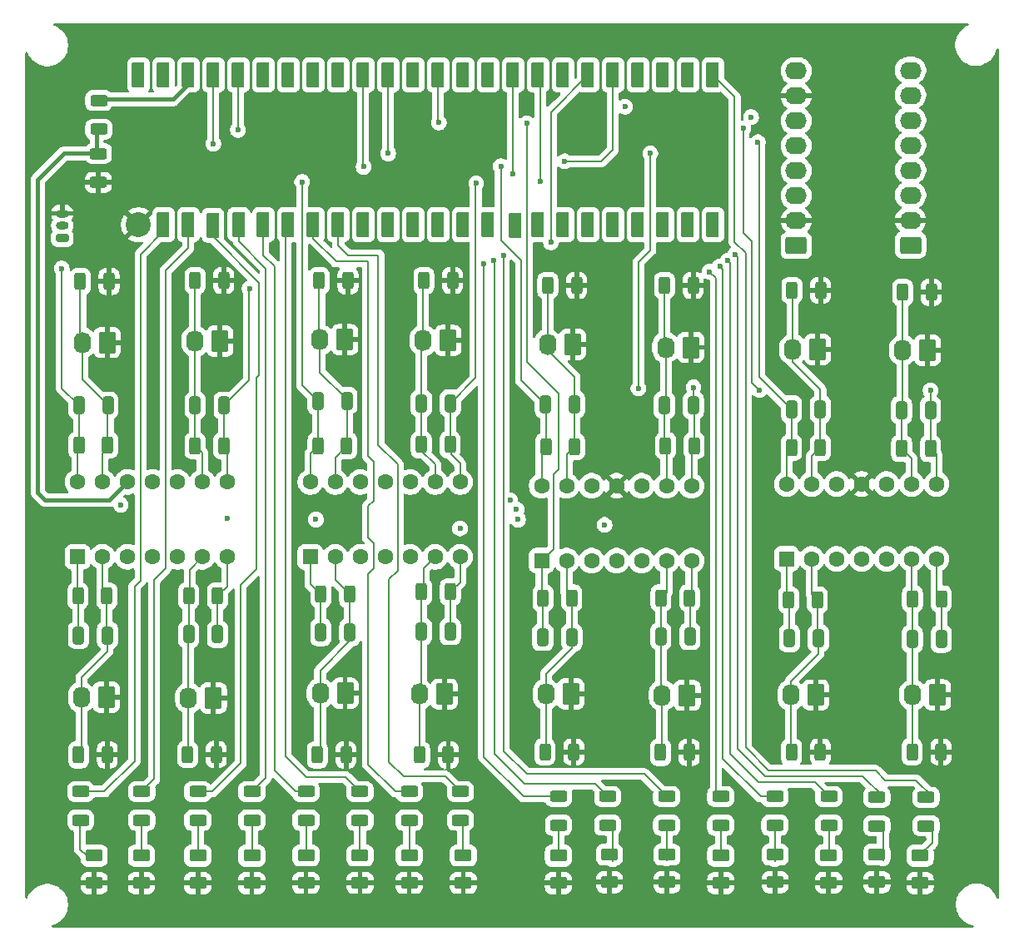
<source format=gtl>
G04 #@! TF.GenerationSoftware,KiCad,Pcbnew,9.0.2*
G04 #@! TF.CreationDate,2025-07-17T17:13:56-07:00*
G04 #@! TF.ProjectId,fsrPrototype2,66737250-726f-4746-9f74-797065322e6b,rev?*
G04 #@! TF.SameCoordinates,Original*
G04 #@! TF.FileFunction,Copper,L1,Top*
G04 #@! TF.FilePolarity,Positive*
%FSLAX46Y46*%
G04 Gerber Fmt 4.6, Leading zero omitted, Abs format (unit mm)*
G04 Created by KiCad (PCBNEW 9.0.2) date 2025-07-17 17:13:56*
%MOMM*%
%LPD*%
G01*
G04 APERTURE LIST*
G04 Aperture macros list*
%AMRoundRect*
0 Rectangle with rounded corners*
0 $1 Rounding radius*
0 $2 $3 $4 $5 $6 $7 $8 $9 X,Y pos of 4 corners*
0 Add a 4 corners polygon primitive as box body*
4,1,4,$2,$3,$4,$5,$6,$7,$8,$9,$2,$3,0*
0 Add four circle primitives for the rounded corners*
1,1,$1+$1,$2,$3*
1,1,$1+$1,$4,$5*
1,1,$1+$1,$6,$7*
1,1,$1+$1,$8,$9*
0 Add four rect primitives between the rounded corners*
20,1,$1+$1,$2,$3,$4,$5,0*
20,1,$1+$1,$4,$5,$6,$7,0*
20,1,$1+$1,$6,$7,$8,$9,0*
20,1,$1+$1,$8,$9,$2,$3,0*%
G04 Aperture macros list end*
G04 #@! TA.AperFunction,ComponentPad*
%ADD10RoundRect,0.250000X0.845000X-0.620000X0.845000X0.620000X-0.845000X0.620000X-0.845000X-0.620000X0*%
G04 #@! TD*
G04 #@! TA.AperFunction,ComponentPad*
%ADD11O,2.190000X1.740000*%
G04 #@! TD*
G04 #@! TA.AperFunction,ComponentPad*
%ADD12O,1.300000X0.800000*%
G04 #@! TD*
G04 #@! TA.AperFunction,ComponentPad*
%ADD13RoundRect,0.200000X0.450000X-0.200000X0.450000X0.200000X-0.450000X0.200000X-0.450000X-0.200000X0*%
G04 #@! TD*
G04 #@! TA.AperFunction,SMDPad,CuDef*
%ADD14RoundRect,0.250000X-0.625000X0.312500X-0.625000X-0.312500X0.625000X-0.312500X0.625000X0.312500X0*%
G04 #@! TD*
G04 #@! TA.AperFunction,SMDPad,CuDef*
%ADD15RoundRect,0.250000X0.625000X-0.375000X0.625000X0.375000X-0.625000X0.375000X-0.625000X-0.375000X0*%
G04 #@! TD*
G04 #@! TA.AperFunction,ComponentPad*
%ADD16RoundRect,0.250000X0.620000X0.845000X-0.620000X0.845000X-0.620000X-0.845000X0.620000X-0.845000X0*%
G04 #@! TD*
G04 #@! TA.AperFunction,ComponentPad*
%ADD17O,1.740000X2.190000*%
G04 #@! TD*
G04 #@! TA.AperFunction,SMDPad,CuDef*
%ADD18RoundRect,0.250000X-0.312500X-0.625000X0.312500X-0.625000X0.312500X0.625000X-0.312500X0.625000X0*%
G04 #@! TD*
G04 #@! TA.AperFunction,SMDPad,CuDef*
%ADD19RoundRect,0.250000X0.312500X0.625000X-0.312500X0.625000X-0.312500X-0.625000X0.312500X-0.625000X0*%
G04 #@! TD*
G04 #@! TA.AperFunction,SMDPad,CuDef*
%ADD20RoundRect,0.250000X-0.325000X-0.650000X0.325000X-0.650000X0.325000X0.650000X-0.325000X0.650000X0*%
G04 #@! TD*
G04 #@! TA.AperFunction,SMDPad,CuDef*
%ADD21RoundRect,0.250000X0.325000X0.650000X-0.325000X0.650000X-0.325000X-0.650000X0.325000X-0.650000X0*%
G04 #@! TD*
G04 #@! TA.AperFunction,ComponentPad*
%ADD22RoundRect,0.250000X0.550000X-0.550000X0.550000X0.550000X-0.550000X0.550000X-0.550000X-0.550000X0*%
G04 #@! TD*
G04 #@! TA.AperFunction,ComponentPad*
%ADD23C,1.600000*%
G04 #@! TD*
G04 #@! TA.AperFunction,ComponentPad*
%ADD24C,2.540000*%
G04 #@! TD*
G04 #@! TA.AperFunction,ComponentPad*
%ADD25RoundRect,0.095250X0.539750X-1.174750X0.539750X1.174750X-0.539750X1.174750X-0.539750X-1.174750X0*%
G04 #@! TD*
G04 #@! TA.AperFunction,ViaPad*
%ADD26C,0.600000*%
G04 #@! TD*
G04 #@! TA.AperFunction,Conductor*
%ADD27C,0.200000*%
G04 #@! TD*
G04 #@! TA.AperFunction,Conductor*
%ADD28C,0.400000*%
G04 #@! TD*
G04 APERTURE END LIST*
D10*
X192520000Y-71070000D03*
D11*
X192520000Y-68530000D03*
X192520000Y-65990000D03*
X192520000Y-63450000D03*
X192520000Y-60910000D03*
X192520000Y-58370000D03*
X192520000Y-55830000D03*
X192520000Y-53290000D03*
D10*
X180900000Y-71130000D03*
D11*
X180900000Y-68590000D03*
X180900000Y-66050000D03*
X180900000Y-63510000D03*
X180900000Y-60970000D03*
X180900000Y-58430000D03*
X180900000Y-55890000D03*
X180900000Y-53350000D03*
D12*
X106250000Y-67850000D03*
X106250000Y-69100000D03*
D13*
X106250000Y-70350000D03*
D14*
X108135000Y-129605000D03*
X108135000Y-126680000D03*
D15*
X109500000Y-133200000D03*
X109500000Y-136000000D03*
D14*
X114335000Y-129605000D03*
X114335000Y-126680000D03*
D15*
X114300000Y-133200000D03*
X114300000Y-136000000D03*
D16*
X134995000Y-80700000D03*
D17*
X132455000Y-80700000D03*
D18*
X142757500Y-91380000D03*
X145682500Y-91380000D03*
D19*
X110877500Y-91425000D03*
X107952500Y-91425000D03*
D16*
X194252500Y-81760000D03*
D17*
X191712500Y-81760000D03*
D20*
X142765000Y-87175000D03*
X145715000Y-87175000D03*
D15*
X189100000Y-135900000D03*
X189100000Y-133100000D03*
D19*
X145512500Y-122950000D03*
X142587500Y-122950000D03*
X110837500Y-122950000D03*
X107912500Y-122950000D03*
D15*
X156700000Y-136000000D03*
X156700000Y-133200000D03*
D19*
X183340000Y-91680000D03*
X180415000Y-91680000D03*
D18*
X119112500Y-106780000D03*
X122037500Y-106780000D03*
D14*
X109970000Y-56367500D03*
X109970000Y-59292500D03*
D19*
X135112500Y-122950000D03*
X132187500Y-122950000D03*
D21*
X110850000Y-110780000D03*
X107900000Y-110780000D03*
D19*
X183040000Y-107180000D03*
X180115000Y-107180000D03*
X135477500Y-106610000D03*
X132552500Y-106610000D03*
D20*
X167127500Y-110880000D03*
X170077500Y-110880000D03*
D18*
X191615000Y-91780000D03*
X194540000Y-91780000D03*
D14*
X146747500Y-126680000D03*
X146747500Y-129605000D03*
D20*
X119100000Y-110680000D03*
X122050000Y-110680000D03*
D19*
X195600000Y-122650000D03*
X192675000Y-122650000D03*
X183377500Y-75680000D03*
X180452500Y-75680000D03*
D22*
X179920000Y-103000000D03*
D23*
X182460000Y-103000000D03*
X185000000Y-103000000D03*
X187540000Y-103000000D03*
X190080000Y-103000000D03*
X192620000Y-103000000D03*
X195160000Y-103000000D03*
X195160000Y-95380000D03*
X192620000Y-95380000D03*
X190080000Y-95380000D03*
X187540000Y-95380000D03*
X185000000Y-95380000D03*
X182460000Y-95380000D03*
X179920000Y-95380000D03*
D21*
X135195000Y-86925000D03*
X132245000Y-86925000D03*
D19*
X183350000Y-122650000D03*
X180425000Y-122650000D03*
D16*
X110735000Y-117080000D03*
D17*
X108195000Y-117080000D03*
D15*
X161900000Y-135900000D03*
X161900000Y-133100000D03*
X141535000Y-135980000D03*
X141535000Y-133180000D03*
D14*
X141535000Y-126680000D03*
X141535000Y-129605000D03*
D20*
X142765000Y-110380000D03*
X145715000Y-110380000D03*
D16*
X145482500Y-80780000D03*
D17*
X142942500Y-80780000D03*
D15*
X173215000Y-136000000D03*
X173215000Y-133200000D03*
D19*
X170012500Y-122700000D03*
X167087500Y-122700000D03*
D14*
X109930000Y-61757500D03*
X109930000Y-64682500D03*
X125535000Y-126680000D03*
X125535000Y-129605000D03*
D18*
X192715000Y-107080000D03*
X195640000Y-107080000D03*
D19*
X145945000Y-74680000D03*
X143020000Y-74680000D03*
D15*
X131035000Y-135980000D03*
X131035000Y-133180000D03*
D14*
X194100000Y-127250000D03*
X194100000Y-130175000D03*
D16*
X122290000Y-80860000D03*
D17*
X119750000Y-80860000D03*
D16*
X157977500Y-116760000D03*
D17*
X155437500Y-116760000D03*
D14*
X178715000Y-127180000D03*
X178715000Y-130105000D03*
D15*
X184200000Y-135950000D03*
X184200000Y-133150000D03*
D19*
X194640000Y-75880000D03*
X191715000Y-75880000D03*
D18*
X167140000Y-106980000D03*
X170065000Y-106980000D03*
D15*
X167750000Y-135900000D03*
X167750000Y-133100000D03*
D19*
X110775000Y-106780000D03*
X107850000Y-106780000D03*
D20*
X119765000Y-87380000D03*
X122715000Y-87380000D03*
D19*
X122677500Y-74680000D03*
X119752500Y-74680000D03*
D20*
X192702500Y-111160000D03*
X195652500Y-111160000D03*
D21*
X183352500Y-87780000D03*
X180402500Y-87780000D03*
D15*
X147035000Y-135980000D03*
X147035000Y-133180000D03*
X120035000Y-136000000D03*
X120035000Y-133200000D03*
D14*
X184215000Y-127180000D03*
X184215000Y-130105000D03*
D19*
X158560000Y-75180000D03*
X155635000Y-75180000D03*
D14*
X120035000Y-126680000D03*
X120035000Y-129605000D03*
D19*
X170422500Y-75180000D03*
X167497500Y-75180000D03*
X111015000Y-74780000D03*
X108090000Y-74780000D03*
D15*
X193500000Y-136000000D03*
X193500000Y-133200000D03*
X178750000Y-135900000D03*
X178750000Y-133100000D03*
D16*
X158160000Y-81180000D03*
D17*
X155620000Y-81180000D03*
D19*
X158262500Y-122650000D03*
X155337500Y-122650000D03*
D16*
X182877500Y-116860000D03*
D17*
X180337500Y-116860000D03*
D16*
X195277500Y-116850000D03*
D17*
X192737500Y-116850000D03*
D20*
X167485000Y-87380000D03*
X170435000Y-87380000D03*
D22*
X131475000Y-102800000D03*
D23*
X134015000Y-102800000D03*
X136555000Y-102800000D03*
X139095000Y-102800000D03*
X141635000Y-102800000D03*
X144175000Y-102800000D03*
X146715000Y-102800000D03*
X146715000Y-95180000D03*
X144175000Y-95180000D03*
X141635000Y-95180000D03*
X139095000Y-95180000D03*
X136555000Y-95180000D03*
X134015000Y-95180000D03*
X131475000Y-95180000D03*
D22*
X155000000Y-103180000D03*
D23*
X157540000Y-103180000D03*
X160080000Y-103180000D03*
X162620000Y-103180000D03*
X165160000Y-103180000D03*
X167700000Y-103180000D03*
X170240000Y-103180000D03*
X170240000Y-95560000D03*
X167700000Y-95560000D03*
X165160000Y-95560000D03*
X162620000Y-95560000D03*
X160080000Y-95560000D03*
X157540000Y-95560000D03*
X155000000Y-95560000D03*
D19*
X158065000Y-106980000D03*
X155140000Y-106980000D03*
D22*
X107795000Y-102795000D03*
D23*
X110335000Y-102795000D03*
X112875000Y-102795000D03*
X115415000Y-102795000D03*
X117955000Y-102795000D03*
X120495000Y-102795000D03*
X123035000Y-102795000D03*
X123035000Y-95175000D03*
X120495000Y-95175000D03*
X117955000Y-95175000D03*
X115415000Y-95175000D03*
X112875000Y-95175000D03*
X110335000Y-95175000D03*
X107795000Y-95175000D03*
D16*
X110815000Y-80980000D03*
D17*
X108275000Y-80980000D03*
D16*
X183077500Y-81680000D03*
D17*
X180537500Y-81680000D03*
D21*
X110890000Y-87380000D03*
X107940000Y-87380000D03*
D19*
X158360000Y-91580000D03*
X155435000Y-91580000D03*
D14*
X189100000Y-127250000D03*
X189100000Y-130175000D03*
D18*
X142802500Y-106360000D03*
X145727500Y-106360000D03*
X167597500Y-91480000D03*
X170522500Y-91480000D03*
D24*
X114000000Y-69000000D03*
D25*
X116540000Y-69000000D03*
X119080000Y-69000000D03*
X121577920Y-69047039D03*
X124210347Y-68956266D03*
X126700000Y-69000000D03*
X129240000Y-69000000D03*
X131780000Y-69000000D03*
X134320000Y-69000000D03*
X136860000Y-69000000D03*
X139400000Y-69000000D03*
X141940000Y-69000000D03*
X144480000Y-69000000D03*
X147020000Y-69000000D03*
X149560000Y-69000000D03*
X152350080Y-69047039D03*
X154640000Y-69000000D03*
X157180000Y-69000000D03*
X159720000Y-69000000D03*
X162260000Y-69000000D03*
X164800000Y-69000000D03*
X167340000Y-69000000D03*
X169880000Y-69000000D03*
X172420000Y-69000000D03*
X172420000Y-53760000D03*
X169880000Y-53760000D03*
X167340000Y-53760000D03*
X164800000Y-53760000D03*
X162260000Y-53760000D03*
X159720000Y-53760000D03*
X157180000Y-53760000D03*
X154640000Y-53760000D03*
X152100000Y-53760000D03*
X149560000Y-53760000D03*
X147020000Y-53760000D03*
X144480000Y-53760000D03*
X141940000Y-53760000D03*
X139400000Y-53760000D03*
X136860000Y-53760000D03*
X134320000Y-53760000D03*
X131780000Y-53760000D03*
X129240000Y-53760000D03*
X126700000Y-53760000D03*
X124160000Y-53760000D03*
X121620000Y-53760000D03*
X119080000Y-53760000D03*
X116540000Y-53760000D03*
X114000000Y-53760000D03*
D19*
X135307500Y-74700000D03*
X132382500Y-74700000D03*
D16*
X121625000Y-117160000D03*
D17*
X119085000Y-117160000D03*
D14*
X173215000Y-127180000D03*
X173215000Y-130105000D03*
X131035000Y-126680000D03*
X131035000Y-129605000D03*
D21*
X183152500Y-111080000D03*
X180202500Y-111080000D03*
D14*
X167715000Y-127180000D03*
X167715000Y-130105000D03*
D15*
X136535000Y-135980000D03*
X136535000Y-133180000D03*
D16*
X135015000Y-116680000D03*
D17*
X132475000Y-116680000D03*
D21*
X135490000Y-110480000D03*
X132540000Y-110480000D03*
D19*
X121912500Y-122900000D03*
X118987500Y-122900000D03*
D20*
X191602500Y-87880000D03*
X194552500Y-87880000D03*
D18*
X119752500Y-91480000D03*
X122677500Y-91480000D03*
D19*
X135182500Y-91490000D03*
X132257500Y-91490000D03*
D21*
X158077500Y-110980000D03*
X155127500Y-110980000D03*
D16*
X145115000Y-116780000D03*
D17*
X142575000Y-116780000D03*
D14*
X161715000Y-127180000D03*
X161715000Y-130105000D03*
D16*
X170160000Y-81480000D03*
D17*
X167620000Y-81480000D03*
D15*
X125535000Y-136000000D03*
X125535000Y-133200000D03*
D14*
X136535000Y-126680000D03*
X136535000Y-129605000D03*
D21*
X158335000Y-87280000D03*
X155385000Y-87280000D03*
D16*
X169802500Y-116880000D03*
D17*
X167262500Y-116880000D03*
D14*
X156715000Y-127180000D03*
X156715000Y-130105000D03*
D26*
X157350000Y-62550000D03*
X153500000Y-58700000D03*
X144550000Y-58600000D03*
X163500000Y-57000000D03*
X170450000Y-85550000D03*
X166050000Y-61750000D03*
X164850000Y-85650000D03*
X139400000Y-61750000D03*
X150850000Y-63050000D03*
X136900000Y-63100000D03*
X176300000Y-58050000D03*
X177150000Y-85800000D03*
X124100000Y-59350000D03*
X194550000Y-85850000D03*
X175500000Y-59200000D03*
X177000000Y-60600000D03*
X121620000Y-60750000D03*
X112200000Y-97500000D03*
X151800000Y-97050000D03*
X152450000Y-97950000D03*
X123035000Y-98865000D03*
X125300000Y-75500000D03*
X106200000Y-73450000D03*
X155950000Y-70800000D03*
X152600000Y-99000000D03*
X132050000Y-99000000D03*
X146700000Y-99900000D03*
X161400000Y-99550000D03*
X148350000Y-64800000D03*
X154850000Y-64550000D03*
X152100000Y-63800000D03*
X130650000Y-64650000D03*
X149150000Y-73000000D03*
X150153000Y-72597000D03*
X151150000Y-72100000D03*
X172075000Y-73775000D03*
X173125000Y-73225000D03*
X173950000Y-72650000D03*
X174700000Y-72000000D03*
D27*
X106200000Y-85640000D02*
X107940000Y-87380000D01*
X106200000Y-73450000D02*
X106200000Y-85640000D01*
X174636737Y-55976737D02*
X172420000Y-53760000D01*
X174636737Y-70736737D02*
X174636737Y-55976737D01*
X175750000Y-122200000D02*
X175750000Y-71850000D01*
X175750000Y-71850000D02*
X174636737Y-70736737D01*
X178100000Y-124550000D02*
X175750000Y-122200000D01*
X189950000Y-125550000D02*
X188950000Y-124550000D01*
X193085000Y-125550000D02*
X189950000Y-125550000D01*
X188950000Y-124550000D02*
X178100000Y-124550000D01*
X194715000Y-127180000D02*
X193085000Y-125550000D01*
X162260000Y-61340000D02*
X162260000Y-53760000D01*
X161050000Y-62550000D02*
X162260000Y-61340000D01*
X157350000Y-62550000D02*
X161050000Y-62550000D01*
X194715000Y-131885000D02*
X194715000Y-130105000D01*
X193500000Y-133100000D02*
X194715000Y-131885000D01*
X193300000Y-133100000D02*
X193500000Y-133100000D01*
X108035000Y-132535000D02*
X108035000Y-129705000D01*
X108700000Y-133200000D02*
X108035000Y-132535000D01*
X108035000Y-129705000D02*
X108135000Y-129605000D01*
X114335000Y-132780000D02*
X114335000Y-129605000D01*
X115600000Y-125415000D02*
X114335000Y-126680000D01*
X155000000Y-103180000D02*
X155000000Y-106840000D01*
X144550000Y-58600000D02*
X144480000Y-58530000D01*
X153500000Y-58700000D02*
X153500000Y-82950000D01*
X155140000Y-110967500D02*
X155127500Y-110980000D01*
X156200000Y-101980000D02*
X155000000Y-103180000D01*
X156200000Y-94400000D02*
X156200000Y-101980000D01*
X156700000Y-93900000D02*
X156200000Y-94400000D01*
X153500000Y-82950000D02*
X156700000Y-86150000D01*
X155000000Y-106840000D02*
X155140000Y-106980000D01*
X156700000Y-86150000D02*
X156700000Y-93900000D01*
X144480000Y-58530000D02*
X144480000Y-53760000D01*
X155140000Y-106980000D02*
X155140000Y-110967500D01*
X158065000Y-106980000D02*
X158065000Y-110967500D01*
X157540000Y-106455000D02*
X158065000Y-106980000D01*
X157540000Y-103180000D02*
X157540000Y-106455000D01*
X155437500Y-123177500D02*
X155440000Y-123180000D01*
X158077500Y-110980000D02*
X158077500Y-112072500D01*
X158077500Y-112072500D02*
X155437500Y-114712500D01*
X158065000Y-110967500D02*
X158077500Y-110980000D01*
X155437500Y-116760000D02*
X155437500Y-123177500D01*
X155437500Y-114712500D02*
X155437500Y-116760000D01*
X167140000Y-106980000D02*
X167140000Y-110867500D01*
X167127500Y-116745000D02*
X167262500Y-116880000D01*
X167262500Y-122825000D02*
X167077500Y-123010000D01*
X167700000Y-106420000D02*
X167140000Y-106980000D01*
X167700000Y-103180000D02*
X167700000Y-106420000D01*
X167262500Y-116880000D02*
X167262500Y-122825000D01*
X167140000Y-110867500D02*
X167127500Y-110880000D01*
X167127500Y-110880000D02*
X167127500Y-116745000D01*
X170065000Y-107065000D02*
X170077500Y-107077500D01*
X170065000Y-106980000D02*
X170065000Y-107065000D01*
X170240000Y-103180000D02*
X170240000Y-106805000D01*
X170077500Y-107077500D02*
X170077500Y-110880000D01*
X170240000Y-106805000D02*
X170065000Y-106980000D01*
X167597500Y-91397500D02*
X167485000Y-91285000D01*
X167497500Y-81297500D02*
X167497500Y-75180000D01*
X167700000Y-91582500D02*
X167597500Y-91480000D01*
X167620000Y-86950000D02*
X167620000Y-81480000D01*
X167485000Y-87085000D02*
X167620000Y-86950000D01*
X167700000Y-95560000D02*
X167700000Y-91582500D01*
X167485000Y-91285000D02*
X167485000Y-87380000D01*
X167620000Y-81420000D02*
X167497500Y-81297500D01*
X167597500Y-91480000D02*
X167597500Y-91397500D01*
X167485000Y-87380000D02*
X167485000Y-87085000D01*
X167620000Y-81480000D02*
X167620000Y-81420000D01*
X164850000Y-72800000D02*
X166050000Y-71600000D01*
X170522500Y-87467500D02*
X170435000Y-87380000D01*
X170522500Y-91480000D02*
X170522500Y-87467500D01*
X166050000Y-71600000D02*
X166050000Y-61750000D01*
X170435000Y-85565000D02*
X170450000Y-85550000D01*
X164850000Y-85650000D02*
X164850000Y-72800000D01*
X170240000Y-91762500D02*
X170522500Y-91480000D01*
X139400000Y-61750000D02*
X139400000Y-53760000D01*
X170435000Y-87380000D02*
X170435000Y-85565000D01*
X170240000Y-95560000D02*
X170240000Y-91762500D01*
X136860000Y-63060000D02*
X136860000Y-53760000D01*
X155000000Y-95560000D02*
X155000000Y-92015000D01*
X155385000Y-87280000D02*
X152895039Y-84790039D01*
X136900000Y-63100000D02*
X136860000Y-63060000D01*
X152895039Y-72645039D02*
X150850000Y-70600000D01*
X150850000Y-70600000D02*
X150850000Y-63050000D01*
X155000000Y-92015000D02*
X155435000Y-91580000D01*
X155435000Y-87330000D02*
X155385000Y-87280000D01*
X152895039Y-84790039D02*
X152895039Y-72645039D01*
X155435000Y-91580000D02*
X155435000Y-87330000D01*
X157600000Y-92340000D02*
X158360000Y-91580000D01*
X158335000Y-91215000D02*
X158335000Y-87280000D01*
X157540000Y-95560000D02*
X157600000Y-95500000D01*
X155620000Y-81180000D02*
X155620000Y-75195000D01*
X158360000Y-91580000D02*
X158360000Y-91240000D01*
X155620000Y-81770000D02*
X155620000Y-81180000D01*
X158335000Y-87280000D02*
X158335000Y-84485000D01*
X157600000Y-95500000D02*
X157600000Y-92340000D01*
X158360000Y-91240000D02*
X158335000Y-91215000D01*
X158335000Y-84485000D02*
X155620000Y-81770000D01*
X155620000Y-75195000D02*
X155635000Y-75180000D01*
X180115000Y-107485000D02*
X180202500Y-107572500D01*
X179920000Y-103000000D02*
X179920000Y-106985000D01*
X180202500Y-107572500D02*
X180202500Y-111080000D01*
X179920000Y-106985000D02*
X180115000Y-107180000D01*
X180115000Y-107180000D02*
X180115000Y-107485000D01*
X182460000Y-106600000D02*
X183040000Y-107180000D01*
X182460000Y-103000000D02*
X182460000Y-106600000D01*
X183040000Y-110967500D02*
X183152500Y-111080000D01*
X183152500Y-111080000D02*
X183152500Y-112647500D01*
X180337500Y-115462500D02*
X180337500Y-116860000D01*
X183152500Y-112647500D02*
X180337500Y-115462500D01*
X180337500Y-122857500D02*
X180215000Y-122980000D01*
X180337500Y-116860000D02*
X180337500Y-122857500D01*
X183040000Y-107180000D02*
X183040000Y-110967500D01*
X195640000Y-107240000D02*
X195652500Y-107252500D01*
X195652500Y-107252500D02*
X195652500Y-111160000D01*
X195160000Y-106600000D02*
X195640000Y-107080000D01*
X195640000Y-107080000D02*
X195640000Y-107240000D01*
X195160000Y-103000000D02*
X195160000Y-106600000D01*
X192715000Y-107080000D02*
X192715000Y-107315000D01*
X192620000Y-106985000D02*
X192715000Y-107080000D01*
X192702500Y-117045000D02*
X192737500Y-117080000D01*
X192702500Y-107327500D02*
X192702500Y-111160000D01*
X192620000Y-103000000D02*
X192620000Y-106985000D01*
X192737500Y-117080000D02*
X192737500Y-123137500D01*
X192715000Y-107315000D02*
X192702500Y-107327500D01*
X192737500Y-123137500D02*
X192615000Y-123260000D01*
X192702500Y-111160000D02*
X192702500Y-117045000D01*
X194552500Y-87880000D02*
X194552500Y-85852500D01*
X194540000Y-91780000D02*
X194540000Y-87892500D01*
X124100000Y-59350000D02*
X124160000Y-59290000D01*
X194552500Y-85852500D02*
X194550000Y-85850000D01*
X195160000Y-92400000D02*
X194540000Y-91780000D01*
X175500000Y-59200000D02*
X175500000Y-69800000D01*
X176400000Y-85050000D02*
X177150000Y-85800000D01*
X176400000Y-70700000D02*
X176400000Y-85050000D01*
X194540000Y-87892500D02*
X194552500Y-87880000D01*
X195160000Y-95380000D02*
X195160000Y-92400000D01*
X175500000Y-69800000D02*
X176400000Y-70700000D01*
X124160000Y-59290000D02*
X124160000Y-53760000D01*
X191715000Y-81710000D02*
X191715000Y-75880000D01*
X191712500Y-87292500D02*
X191712500Y-81760000D01*
X191602500Y-91402500D02*
X191602500Y-87880000D01*
X191615000Y-91415000D02*
X191602500Y-91402500D01*
X191602500Y-87880000D02*
X191602500Y-87402500D01*
X192620000Y-95380000D02*
X192620000Y-92785000D01*
X191712500Y-81712500D02*
X191715000Y-81710000D01*
X191615000Y-91780000D02*
X191615000Y-91415000D01*
X192620000Y-92785000D02*
X191615000Y-91780000D01*
X191712500Y-81760000D02*
X191712500Y-81712500D01*
X191602500Y-87402500D02*
X191712500Y-87292500D01*
X183340000Y-87792500D02*
X183352500Y-87780000D01*
X182460000Y-95380000D02*
X182460000Y-92560000D01*
X183352500Y-85752500D02*
X180537500Y-82937500D01*
X180537500Y-75765000D02*
X180452500Y-75680000D01*
X180537500Y-82937500D02*
X180537500Y-81680000D01*
X182460000Y-92560000D02*
X183340000Y-91680000D01*
X180537500Y-81680000D02*
X180537500Y-75765000D01*
X183352500Y-87780000D02*
X183352500Y-85752500D01*
X183340000Y-91680000D02*
X183340000Y-87792500D01*
X121620000Y-60750000D02*
X121620000Y-53760000D01*
X180415000Y-91680000D02*
X180415000Y-87792500D01*
X177000000Y-60600000D02*
X177100000Y-60700000D01*
X177100000Y-84477500D02*
X180402500Y-87780000D01*
X180415000Y-87792500D02*
X180402500Y-87780000D01*
X179920000Y-92175000D02*
X180415000Y-91680000D01*
X179920000Y-95380000D02*
X179920000Y-92175000D01*
X177100000Y-60700000D02*
X177100000Y-84477500D01*
X108195000Y-122697500D02*
X107912500Y-122980000D01*
X110775000Y-110705000D02*
X110850000Y-110780000D01*
X110335000Y-102795000D02*
X110335000Y-106340000D01*
X110850000Y-112400000D02*
X108195000Y-115055000D01*
X110850000Y-110780000D02*
X110850000Y-112400000D01*
X110775000Y-106780000D02*
X110775000Y-110705000D01*
X108195000Y-115055000D02*
X108195000Y-117080000D01*
X110335000Y-106340000D02*
X110775000Y-106780000D01*
X108195000Y-117080000D02*
X108195000Y-122697500D01*
X107795000Y-106725000D02*
X107850000Y-106780000D01*
X107795000Y-102795000D02*
X107795000Y-106725000D01*
X107850000Y-107050000D02*
X107900000Y-107100000D01*
X107850000Y-106780000D02*
X107850000Y-107050000D01*
X107795000Y-102795000D02*
X107850000Y-102740000D01*
X107900000Y-107100000D02*
X107900000Y-110780000D01*
X119112500Y-106780000D02*
X119112500Y-107112500D01*
X119085000Y-122907500D02*
X119012500Y-122980000D01*
X119100000Y-110900000D02*
X119085000Y-110915000D01*
X119085000Y-117160000D02*
X119085000Y-122907500D01*
X119100000Y-107125000D02*
X119100000Y-110680000D01*
X119085000Y-110915000D02*
X119085000Y-117160000D01*
X119200000Y-106692500D02*
X119112500Y-106780000D01*
X119112500Y-107112500D02*
X119100000Y-107125000D01*
X119200000Y-104090000D02*
X119200000Y-106692500D01*
X120495000Y-102795000D02*
X119200000Y-104090000D01*
X119100000Y-110680000D02*
X119100000Y-110900000D01*
X123035000Y-105782500D02*
X122037500Y-106780000D01*
X122037500Y-106780000D02*
X122037500Y-110667500D01*
X122037500Y-110667500D02*
X122050000Y-110680000D01*
X123035000Y-102795000D02*
X123035000Y-105782500D01*
X119750000Y-87350000D02*
X119750000Y-80860000D01*
X119765000Y-87365000D02*
X119750000Y-87350000D01*
X119750000Y-80860000D02*
X119750000Y-74682500D01*
X119765000Y-87380000D02*
X119765000Y-87365000D01*
X119750000Y-74682500D02*
X119752500Y-74680000D01*
X120495000Y-92222500D02*
X119752500Y-91480000D01*
X120495000Y-95175000D02*
X120495000Y-92222500D01*
X119752500Y-91447500D02*
X119765000Y-91435000D01*
X119752500Y-91480000D02*
X119752500Y-91447500D01*
X119765000Y-91435000D02*
X119765000Y-87380000D01*
X125300000Y-75500000D02*
X125250000Y-75550000D01*
X122677500Y-91480000D02*
X122677500Y-87417500D01*
X125250000Y-75550000D02*
X125250000Y-84845000D01*
X123035000Y-91837500D02*
X122677500Y-91480000D01*
X125250000Y-84845000D02*
X122715000Y-87380000D01*
X123035000Y-95175000D02*
X123035000Y-91837500D01*
X122677500Y-87417500D02*
X122715000Y-87380000D01*
X110890000Y-87510000D02*
X110877500Y-87522500D01*
X108275000Y-84765000D02*
X110890000Y-87380000D01*
X110335000Y-92265000D02*
X110335000Y-95175000D01*
X110877500Y-87522500D02*
X110877500Y-91425000D01*
X110890000Y-87380000D02*
X110890000Y-87510000D01*
X110877500Y-91425000D02*
X110877500Y-91722500D01*
X110877500Y-91722500D02*
X110335000Y-92265000D01*
X108275000Y-80980000D02*
X108275000Y-84765000D01*
X108090000Y-80795000D02*
X108275000Y-80980000D01*
X108090000Y-74780000D02*
X108090000Y-80795000D01*
X107795000Y-95175000D02*
X107795000Y-91582500D01*
X107795000Y-91582500D02*
X107952500Y-91425000D01*
X107952500Y-91425000D02*
X107952500Y-87392500D01*
X107952500Y-87392500D02*
X107940000Y-87380000D01*
X155950000Y-70800000D02*
X155950000Y-57530000D01*
X132540000Y-106765000D02*
X132540000Y-110480000D01*
X155950000Y-57530000D02*
X159720000Y-53760000D01*
X132552500Y-106752500D02*
X132540000Y-106765000D01*
X132552500Y-106610000D02*
X132552500Y-106752500D01*
X131475000Y-105532500D02*
X132552500Y-106610000D01*
X131475000Y-102800000D02*
X131475000Y-105532500D01*
X135490000Y-111360000D02*
X132475000Y-114375000D01*
X135490000Y-110480000D02*
X135490000Y-111360000D01*
X132475000Y-122957500D02*
X132252500Y-123180000D01*
X135490000Y-106890000D02*
X135490000Y-110480000D01*
X132475000Y-116680000D02*
X132475000Y-122957500D01*
X135477500Y-106610000D02*
X135477500Y-106877500D01*
X134015000Y-105147500D02*
X135477500Y-106610000D01*
X134015000Y-102800000D02*
X134015000Y-105147500D01*
X132475000Y-114375000D02*
X132475000Y-116680000D01*
X135477500Y-106877500D02*
X135490000Y-106890000D01*
X142765000Y-110380000D02*
X142765000Y-116590000D01*
X142802500Y-106597500D02*
X142765000Y-106635000D01*
X142590000Y-116990000D02*
X142590000Y-123180000D01*
X142765000Y-116590000D02*
X142575000Y-116780000D01*
X144175000Y-102800000D02*
X143000000Y-103975000D01*
X142575000Y-116780000D02*
X142575000Y-116975000D01*
X143000000Y-103975000D02*
X143000000Y-106162500D01*
X142802500Y-106360000D02*
X142802500Y-106597500D01*
X142575000Y-116975000D02*
X142590000Y-116990000D01*
X142765000Y-106635000D02*
X142765000Y-110380000D01*
X143000000Y-106162500D02*
X142802500Y-106360000D01*
X146715000Y-102800000D02*
X146715000Y-105372500D01*
X146715000Y-105372500D02*
X145727500Y-106360000D01*
X145715000Y-106740000D02*
X145715000Y-110380000D01*
X145727500Y-106360000D02*
X145727500Y-106727500D01*
X145727500Y-106727500D02*
X145715000Y-106740000D01*
X145682500Y-91117500D02*
X145715000Y-91085000D01*
X154850000Y-53970000D02*
X154640000Y-53760000D01*
X148300000Y-64850000D02*
X148350000Y-64800000D01*
X145715000Y-87175000D02*
X148300000Y-84590000D01*
X145682500Y-91380000D02*
X145682500Y-91117500D01*
X146715000Y-95180000D02*
X146715000Y-93315000D01*
X145800000Y-92400000D02*
X145800000Y-91497500D01*
X145800000Y-91497500D02*
X145682500Y-91380000D01*
X146715000Y-93315000D02*
X145800000Y-92400000D01*
X148300000Y-84590000D02*
X148300000Y-64850000D01*
X145715000Y-91085000D02*
X145715000Y-87175000D01*
X154850000Y-64550000D02*
X154850000Y-53970000D01*
X142942500Y-80780000D02*
X142942500Y-74757500D01*
X144175000Y-93375000D02*
X142800000Y-92000000D01*
X142757500Y-91380000D02*
X142757500Y-87182500D01*
X142942500Y-74757500D02*
X143020000Y-74680000D01*
X142800000Y-92000000D02*
X142800000Y-91422500D01*
X144175000Y-95180000D02*
X144175000Y-93375000D01*
X142765000Y-87175000D02*
X142765000Y-80957500D01*
X142765000Y-80957500D02*
X142942500Y-80780000D01*
X142800000Y-91422500D02*
X142757500Y-91380000D01*
X142757500Y-87182500D02*
X142765000Y-87175000D01*
X135195000Y-86795000D02*
X132455000Y-84055000D01*
X132455000Y-80655000D02*
X132382500Y-80582500D01*
X132455000Y-84055000D02*
X132455000Y-80700000D01*
X134015000Y-95180000D02*
X134015000Y-92657500D01*
X135182500Y-91217500D02*
X135195000Y-91205000D01*
X135195000Y-91205000D02*
X135195000Y-86925000D01*
X135195000Y-86925000D02*
X135195000Y-86795000D01*
X134015000Y-92657500D02*
X135182500Y-91490000D01*
X135182500Y-91490000D02*
X135182500Y-91217500D01*
X132382500Y-80582500D02*
X132382500Y-74700000D01*
X132455000Y-80700000D02*
X132455000Y-80655000D01*
X132257500Y-91490000D02*
X132257500Y-86937500D01*
X152100000Y-63800000D02*
X152100000Y-53760000D01*
X131475000Y-95180000D02*
X131475000Y-92272500D01*
X130650000Y-85330000D02*
X130650000Y-64650000D01*
X131475000Y-92272500D02*
X132257500Y-91490000D01*
X132245000Y-86925000D02*
X130650000Y-85330000D01*
X132257500Y-86937500D02*
X132245000Y-86925000D01*
X120035000Y-133280000D02*
X120035000Y-129605000D01*
X125535000Y-133280000D02*
X125535000Y-129605000D01*
X131035000Y-133180000D02*
X131035000Y-129605000D01*
X136535000Y-133180000D02*
X136535000Y-129605000D01*
X141535000Y-133180000D02*
X141535000Y-129605000D01*
X147035000Y-129892500D02*
X146747500Y-129605000D01*
X147035000Y-133180000D02*
X147035000Y-129892500D01*
X156715000Y-133680000D02*
X156715000Y-130105000D01*
X162215000Y-130605000D02*
X161715000Y-130105000D01*
X162215000Y-133780000D02*
X162215000Y-130605000D01*
X167715000Y-133680000D02*
X167715000Y-130105000D01*
X173215000Y-133680000D02*
X173215000Y-130105000D01*
X178715000Y-133780000D02*
X178715000Y-130105000D01*
X184215000Y-133680000D02*
X184215000Y-130105000D01*
X189715000Y-133680000D02*
X189715000Y-130105000D01*
D28*
X103750000Y-64400000D02*
X103750000Y-96250000D01*
X109750000Y-61700000D02*
X109800000Y-61750000D01*
X104500000Y-97000000D02*
X111050000Y-97000000D01*
X109750000Y-59162500D02*
X109750000Y-61700000D01*
X103750000Y-96250000D02*
X104500000Y-97000000D01*
X106400000Y-61750000D02*
X109800000Y-61750000D01*
X103750000Y-64400000D02*
X106400000Y-61750000D01*
X111050000Y-97000000D02*
X112875000Y-95175000D01*
D27*
X119080000Y-69000000D02*
X119080000Y-71320000D01*
X116750000Y-73650000D02*
X116750000Y-104000000D01*
X119080000Y-71320000D02*
X116750000Y-73650000D01*
X115600000Y-105150000D02*
X115600000Y-125415000D01*
X116750000Y-104000000D02*
X115600000Y-105150000D01*
X121577920Y-70218625D02*
X126250000Y-74890705D01*
X126000000Y-104050000D02*
X124400000Y-105650000D01*
X126250000Y-74890705D02*
X126250000Y-84308862D01*
X126000000Y-84558862D02*
X126000000Y-104050000D01*
X121520000Y-126680000D02*
X120035000Y-126680000D01*
X121577920Y-69047039D02*
X121577920Y-70218625D01*
X126250000Y-84308862D02*
X126000000Y-84558862D01*
X124400000Y-123800000D02*
X121520000Y-126680000D01*
X124400000Y-105650000D02*
X124400000Y-123800000D01*
X125535000Y-126680000D02*
X126956000Y-125259000D01*
X126956000Y-73456000D02*
X124210347Y-70710347D01*
X124210347Y-70710347D02*
X124210347Y-68956266D01*
X126956000Y-125259000D02*
X126956000Y-73456000D01*
X146747500Y-126680000D02*
X145217500Y-125150000D01*
X138400000Y-72100000D02*
X135300000Y-72100000D01*
X145217500Y-125150000D02*
X140950000Y-125150000D01*
X135300000Y-72100000D02*
X134320000Y-71120000D01*
X140350000Y-93367033D02*
X138400000Y-91417033D01*
X140350000Y-104178000D02*
X140350000Y-93367033D01*
X140950000Y-125150000D02*
X139500000Y-123700000D01*
X134320000Y-71120000D02*
X134320000Y-69000000D01*
X138400000Y-91417033D02*
X138400000Y-72100000D01*
X139500000Y-123700000D02*
X139500000Y-105028000D01*
X134320000Y-70130000D02*
X134320000Y-69000000D01*
X139500000Y-105028000D02*
X140350000Y-104178000D01*
X140130000Y-126680000D02*
X137350000Y-123900000D01*
X141535000Y-126680000D02*
X140130000Y-126680000D01*
X137350000Y-97650000D02*
X137900000Y-97100000D01*
X137900000Y-104000000D02*
X137900000Y-101400000D01*
X137900000Y-97100000D02*
X137900000Y-93100000D01*
X131780000Y-70430000D02*
X131780000Y-69000000D01*
X137350000Y-72750000D02*
X134100000Y-72750000D01*
X137350000Y-100850000D02*
X137350000Y-97650000D01*
X137900000Y-93100000D02*
X137350000Y-92550000D01*
X134100000Y-72750000D02*
X131780000Y-70430000D01*
X137900000Y-101400000D02*
X137350000Y-100850000D01*
X137350000Y-104550000D02*
X137900000Y-104000000D01*
X137350000Y-92550000D02*
X137350000Y-72750000D01*
X137350000Y-123900000D02*
X137350000Y-104550000D01*
X128950000Y-123100000D02*
X128950000Y-69290000D01*
X131050000Y-125200000D02*
X128950000Y-123100000D01*
X136535000Y-126680000D02*
X135055000Y-125200000D01*
X128950000Y-69290000D02*
X129240000Y-69000000D01*
X135055000Y-125200000D02*
X131050000Y-125200000D01*
X131035000Y-126680000D02*
X129980000Y-126680000D01*
X127850000Y-73250000D02*
X126700000Y-72100000D01*
X127850000Y-124550000D02*
X127850000Y-73250000D01*
X126700000Y-72100000D02*
X126700000Y-69000000D01*
X129980000Y-126680000D02*
X127850000Y-124550000D01*
X153180000Y-127180000D02*
X149150000Y-123150000D01*
X136860000Y-70010000D02*
X136860000Y-69000000D01*
X149150000Y-123150000D02*
X149150000Y-73000000D01*
X156715000Y-127180000D02*
X153180000Y-127180000D01*
X153250000Y-125900000D02*
X160435000Y-125900000D01*
X150200000Y-122850000D02*
X153250000Y-125900000D01*
X160435000Y-125900000D02*
X161715000Y-127180000D01*
X150153000Y-72597000D02*
X150200000Y-72644000D01*
X150200000Y-72644000D02*
X150200000Y-122850000D01*
X151150000Y-72100000D02*
X151150000Y-122550000D01*
X151150000Y-122550000D02*
X153500000Y-124900000D01*
X165435000Y-124900000D02*
X167715000Y-127180000D01*
X153500000Y-124900000D02*
X165435000Y-124900000D01*
X172700000Y-126665000D02*
X173215000Y-127180000D01*
X172700000Y-74400000D02*
X172700000Y-126665000D01*
X172075000Y-73775000D02*
X172700000Y-74400000D01*
X173200000Y-73300000D02*
X173125000Y-73225000D01*
X173450000Y-123350000D02*
X177280000Y-127180000D01*
X173450000Y-73550000D02*
X173450000Y-123350000D01*
X173125000Y-73225000D02*
X173450000Y-73550000D01*
X177280000Y-127180000D02*
X178715000Y-127180000D01*
X173250000Y-73300000D02*
X173200000Y-73300000D01*
X174150000Y-122850000D02*
X177050000Y-125750000D01*
X177050000Y-125750000D02*
X182785000Y-125750000D01*
X182785000Y-125750000D02*
X184215000Y-127180000D01*
X174150000Y-72850000D02*
X174150000Y-122850000D01*
X173950000Y-72650000D02*
X174150000Y-72850000D01*
X174950000Y-122350000D02*
X177700000Y-125100000D01*
X174700000Y-72000000D02*
X174950000Y-72250000D01*
X174950000Y-72250000D02*
X174950000Y-122350000D01*
X177700000Y-125100000D02*
X187635000Y-125100000D01*
X187635000Y-125100000D02*
X189715000Y-127180000D01*
X192920000Y-63540000D02*
X193000000Y-63460000D01*
X192920000Y-71160000D02*
X193000000Y-71080000D01*
X192920000Y-66080000D02*
X193000000Y-66000000D01*
D28*
X119080000Y-54670000D02*
X119080000Y-53760000D01*
X117512500Y-56237500D02*
X119080000Y-54670000D01*
X109750000Y-56237500D02*
X117512500Y-56237500D01*
D27*
X113600000Y-123600000D02*
X110520000Y-126680000D01*
X114200000Y-72050000D02*
X114200000Y-105200000D01*
X114200000Y-105200000D02*
X113600000Y-105800000D01*
X116540000Y-69710000D02*
X114200000Y-72050000D01*
X116540000Y-69000000D02*
X116540000Y-69710000D01*
X113600000Y-105800000D02*
X113600000Y-123600000D01*
X110520000Y-126680000D02*
X108135000Y-126680000D01*
G04 #@! TA.AperFunction,Conductor*
G36*
X131455703Y-70955384D02*
G01*
X131462181Y-70961416D01*
X133615139Y-73114374D01*
X133615149Y-73114385D01*
X133619479Y-73118715D01*
X133619480Y-73118716D01*
X133731284Y-73230520D01*
X133731286Y-73230521D01*
X133731290Y-73230524D01*
X133819212Y-73281285D01*
X133868216Y-73309577D01*
X133963100Y-73335001D01*
X134020942Y-73350500D01*
X134020943Y-73350500D01*
X134359477Y-73350500D01*
X134426516Y-73370185D01*
X134472271Y-73422989D01*
X134482215Y-73492147D01*
X134453190Y-73555703D01*
X134447158Y-73562181D01*
X134402684Y-73606654D01*
X134310643Y-73755875D01*
X134310641Y-73755880D01*
X134255494Y-73922302D01*
X134255493Y-73922309D01*
X134245000Y-74025013D01*
X134245000Y-74450000D01*
X136369999Y-74450000D01*
X136369999Y-74025028D01*
X136369998Y-74025013D01*
X136359505Y-73922302D01*
X136304358Y-73755880D01*
X136304356Y-73755875D01*
X136212315Y-73606654D01*
X136167842Y-73562181D01*
X136134357Y-73500858D01*
X136139341Y-73431166D01*
X136181213Y-73375233D01*
X136246677Y-73350816D01*
X136255523Y-73350500D01*
X136625500Y-73350500D01*
X136692539Y-73370185D01*
X136738294Y-73422989D01*
X136749500Y-73474500D01*
X136749500Y-92463330D01*
X136749499Y-92463348D01*
X136749499Y-92629054D01*
X136749498Y-92629054D01*
X136790424Y-92781789D01*
X136790425Y-92781790D01*
X136809843Y-92815422D01*
X136809844Y-92815423D01*
X136869477Y-92918712D01*
X136869481Y-92918717D01*
X136988349Y-93037585D01*
X136988355Y-93037590D01*
X137263181Y-93312416D01*
X137296666Y-93373739D01*
X137299500Y-93400097D01*
X137299500Y-93897407D01*
X137279815Y-93964446D01*
X137227011Y-94010201D01*
X137157853Y-94020145D01*
X137119205Y-94007892D01*
X137054223Y-93974781D01*
X136859534Y-93911522D01*
X136684995Y-93883878D01*
X136657352Y-93879500D01*
X136452648Y-93879500D01*
X136435500Y-93882216D01*
X136250465Y-93911522D01*
X136055776Y-93974781D01*
X135873386Y-94067715D01*
X135707786Y-94188028D01*
X135563028Y-94332786D01*
X135442715Y-94498386D01*
X135395485Y-94591080D01*
X135347510Y-94641876D01*
X135279689Y-94658671D01*
X135213554Y-94636134D01*
X135174515Y-94591080D01*
X135162769Y-94568028D01*
X135127287Y-94498390D01*
X135090781Y-94448143D01*
X135006971Y-94332786D01*
X134862213Y-94188028D01*
X134696610Y-94067712D01*
X134683200Y-94060879D01*
X134632406Y-94012903D01*
X134615500Y-93950397D01*
X134615500Y-92981922D01*
X134635185Y-92914883D01*
X134687989Y-92869128D01*
X134752101Y-92858564D01*
X134819991Y-92865500D01*
X135545008Y-92865499D01*
X135545016Y-92865498D01*
X135545019Y-92865498D01*
X135606378Y-92859230D01*
X135647797Y-92854999D01*
X135814334Y-92799814D01*
X135963656Y-92707712D01*
X136087712Y-92583656D01*
X136179814Y-92434334D01*
X136234999Y-92267797D01*
X136245500Y-92165009D01*
X136245499Y-90814992D01*
X136244477Y-90804992D01*
X136234999Y-90712203D01*
X136234998Y-90712200D01*
X136232611Y-90704998D01*
X136179814Y-90545666D01*
X136087712Y-90396344D01*
X135963656Y-90272288D01*
X135854402Y-90204900D01*
X135807679Y-90152953D01*
X135795500Y-90099362D01*
X135795500Y-88356057D01*
X135815185Y-88289018D01*
X135854401Y-88250520D01*
X135988656Y-88167712D01*
X136112712Y-88043656D01*
X136204814Y-87894334D01*
X136259999Y-87727797D01*
X136270500Y-87625009D01*
X136270499Y-86224992D01*
X136259999Y-86122203D01*
X136204814Y-85955666D01*
X136112712Y-85806344D01*
X135988656Y-85682288D01*
X135870772Y-85609577D01*
X135839336Y-85590187D01*
X135839331Y-85590185D01*
X135781896Y-85571153D01*
X135672797Y-85535001D01*
X135672795Y-85535000D01*
X135570016Y-85524500D01*
X134825097Y-85524500D01*
X134758058Y-85504815D01*
X134737416Y-85488181D01*
X133091819Y-83842584D01*
X133058334Y-83781261D01*
X133055500Y-83754903D01*
X133055500Y-82233165D01*
X133075185Y-82166126D01*
X133123204Y-82122680D01*
X133173299Y-82097157D01*
X133347821Y-81970359D01*
X133490186Y-81827993D01*
X133551505Y-81794511D01*
X133621197Y-81799495D01*
X133677131Y-81841366D01*
X133690248Y-81863277D01*
X133690640Y-81864118D01*
X133782684Y-82013345D01*
X133906654Y-82137315D01*
X134055875Y-82229356D01*
X134055880Y-82229358D01*
X134222302Y-82284505D01*
X134222309Y-82284506D01*
X134325019Y-82294999D01*
X134744999Y-82294999D01*
X134745000Y-82294998D01*
X134745000Y-81242709D01*
X134765339Y-81254452D01*
X134916667Y-81295000D01*
X135073333Y-81295000D01*
X135224661Y-81254452D01*
X135245000Y-81242709D01*
X135245000Y-82294999D01*
X135664972Y-82294999D01*
X135664986Y-82294998D01*
X135767697Y-82284505D01*
X135934119Y-82229358D01*
X135934124Y-82229356D01*
X136083345Y-82137315D01*
X136207315Y-82013345D01*
X136299356Y-81864124D01*
X136299358Y-81864119D01*
X136354505Y-81697697D01*
X136354506Y-81697690D01*
X136364999Y-81594986D01*
X136365000Y-81594973D01*
X136365000Y-80950000D01*
X135537709Y-80950000D01*
X135549452Y-80929661D01*
X135590000Y-80778333D01*
X135590000Y-80621667D01*
X135549452Y-80470339D01*
X135537709Y-80450000D01*
X136364999Y-80450000D01*
X136364999Y-79805028D01*
X136364998Y-79805013D01*
X136354505Y-79702302D01*
X136299358Y-79535880D01*
X136299356Y-79535875D01*
X136207315Y-79386654D01*
X136083345Y-79262684D01*
X135934124Y-79170643D01*
X135934119Y-79170641D01*
X135767697Y-79115494D01*
X135767690Y-79115493D01*
X135664986Y-79105000D01*
X135245000Y-79105000D01*
X135245000Y-80157290D01*
X135224661Y-80145548D01*
X135073333Y-80105000D01*
X134916667Y-80105000D01*
X134765339Y-80145548D01*
X134745000Y-80157290D01*
X134745000Y-79105000D01*
X134325028Y-79105000D01*
X134325012Y-79105001D01*
X134222302Y-79115494D01*
X134055880Y-79170641D01*
X134055875Y-79170643D01*
X133906654Y-79262684D01*
X133782684Y-79386654D01*
X133690637Y-79535885D01*
X133690245Y-79536728D01*
X133689821Y-79537208D01*
X133686851Y-79542025D01*
X133686027Y-79541517D01*
X133644072Y-79589167D01*
X133576879Y-79608318D01*
X133509998Y-79588101D01*
X133490183Y-79572003D01*
X133347823Y-79429643D01*
X133347822Y-79429642D01*
X133347821Y-79429641D01*
X133173299Y-79302843D01*
X133128000Y-79279762D01*
X133050705Y-79240378D01*
X132999909Y-79192403D01*
X132983000Y-79129893D01*
X132983000Y-76098347D01*
X133002685Y-76031308D01*
X133041901Y-75992810D01*
X133163656Y-75917712D01*
X133287712Y-75793656D01*
X133379814Y-75644334D01*
X133434999Y-75477797D01*
X133445500Y-75375009D01*
X133445500Y-75374986D01*
X134245001Y-75374986D01*
X134255494Y-75477697D01*
X134310641Y-75644119D01*
X134310643Y-75644124D01*
X134402684Y-75793345D01*
X134526654Y-75917315D01*
X134675875Y-76009356D01*
X134675880Y-76009358D01*
X134842302Y-76064505D01*
X134842309Y-76064506D01*
X134945019Y-76074999D01*
X135057499Y-76074999D01*
X135557500Y-76074999D01*
X135669972Y-76074999D01*
X135669986Y-76074998D01*
X135772697Y-76064505D01*
X135939119Y-76009358D01*
X135939124Y-76009356D01*
X136088345Y-75917315D01*
X136212315Y-75793345D01*
X136304356Y-75644124D01*
X136304358Y-75644119D01*
X136359505Y-75477697D01*
X136359506Y-75477690D01*
X136369999Y-75374986D01*
X136370000Y-75374973D01*
X136370000Y-74950000D01*
X135557500Y-74950000D01*
X135557500Y-76074999D01*
X135057499Y-76074999D01*
X135057500Y-76074998D01*
X135057500Y-74950000D01*
X134245001Y-74950000D01*
X134245001Y-75374986D01*
X133445500Y-75374986D01*
X133445499Y-74679143D01*
X133445499Y-74024998D01*
X133445498Y-74024981D01*
X133434999Y-73922203D01*
X133434998Y-73922200D01*
X133424307Y-73889937D01*
X133379814Y-73755666D01*
X133287712Y-73606344D01*
X133163656Y-73482288D01*
X133055365Y-73415494D01*
X133014336Y-73390187D01*
X133014331Y-73390185D01*
X133012862Y-73389698D01*
X132847797Y-73335001D01*
X132847795Y-73335000D01*
X132745010Y-73324500D01*
X132019998Y-73324500D01*
X132019980Y-73324501D01*
X131917203Y-73335000D01*
X131917200Y-73335001D01*
X131750668Y-73390185D01*
X131750663Y-73390187D01*
X131601342Y-73482289D01*
X131477288Y-73606343D01*
X131472807Y-73612011D01*
X131470666Y-73610318D01*
X131428069Y-73648619D01*
X131359104Y-73659828D01*
X131295028Y-73631972D01*
X131256183Y-73573896D01*
X131250500Y-73536787D01*
X131250500Y-71049097D01*
X131270185Y-70982058D01*
X131322989Y-70936303D01*
X131392147Y-70926359D01*
X131455703Y-70955384D01*
G37*
G04 #@! TD.AperFunction*
G04 #@! TA.AperFunction,Conductor*
G36*
X120418602Y-70243189D02*
G01*
X120448382Y-70306395D01*
X120448802Y-70309317D01*
X120457754Y-70377309D01*
X120457755Y-70377314D01*
X120517781Y-70522233D01*
X120517783Y-70522236D01*
X120613275Y-70646682D01*
X120613276Y-70646683D01*
X120737722Y-70742175D01*
X120737725Y-70742177D01*
X120822280Y-70777200D01*
X120882648Y-70802205D01*
X120985843Y-70815791D01*
X120996066Y-70817137D01*
X120999120Y-70817539D01*
X121276237Y-70817539D01*
X121343276Y-70837224D01*
X121363918Y-70853858D01*
X125058188Y-74548128D01*
X125091673Y-74609451D01*
X125086689Y-74679143D01*
X125044817Y-74735076D01*
X125017959Y-74750370D01*
X124920827Y-74790602D01*
X124920814Y-74790609D01*
X124789711Y-74878210D01*
X124789707Y-74878213D01*
X124678213Y-74989707D01*
X124678210Y-74989711D01*
X124590609Y-75120814D01*
X124590602Y-75120827D01*
X124530264Y-75266498D01*
X124530261Y-75266510D01*
X124499500Y-75421153D01*
X124499500Y-75578846D01*
X124530261Y-75733489D01*
X124530264Y-75733501D01*
X124590602Y-75879172D01*
X124590606Y-75879179D01*
X124628602Y-75936044D01*
X124649480Y-76002721D01*
X124649500Y-76004935D01*
X124649500Y-84544902D01*
X124629815Y-84611941D01*
X124613181Y-84632583D01*
X123291592Y-85954171D01*
X123230269Y-85987656D01*
X123191309Y-85989848D01*
X123090011Y-85979500D01*
X122339998Y-85979500D01*
X122339980Y-85979501D01*
X122237203Y-85990000D01*
X122237200Y-85990001D01*
X122070668Y-86045185D01*
X122070663Y-86045187D01*
X121921342Y-86137289D01*
X121797289Y-86261342D01*
X121705187Y-86410663D01*
X121705185Y-86410668D01*
X121691986Y-86450500D01*
X121650001Y-86577203D01*
X121650001Y-86577204D01*
X121650000Y-86577204D01*
X121639500Y-86679983D01*
X121639500Y-88080001D01*
X121639501Y-88080018D01*
X121650000Y-88182796D01*
X121650001Y-88182799D01*
X121682644Y-88281308D01*
X121705186Y-88349334D01*
X121797288Y-88498656D01*
X121921344Y-88622712D01*
X122018097Y-88682389D01*
X122064821Y-88734335D01*
X122077000Y-88787927D01*
X122077000Y-90081652D01*
X122057315Y-90148691D01*
X122018098Y-90187189D01*
X121940835Y-90234845D01*
X121896342Y-90262289D01*
X121772289Y-90386342D01*
X121680187Y-90535663D01*
X121680185Y-90535668D01*
X121663393Y-90586344D01*
X121625001Y-90702203D01*
X121625001Y-90702204D01*
X121625000Y-90702204D01*
X121614500Y-90804983D01*
X121614500Y-92155001D01*
X121614501Y-92155018D01*
X121625000Y-92257796D01*
X121625001Y-92257799D01*
X121671083Y-92396863D01*
X121680186Y-92424334D01*
X121772288Y-92573656D01*
X121896344Y-92697712D01*
X122045666Y-92789814D01*
X122212203Y-92844999D01*
X122314991Y-92855500D01*
X122315003Y-92855499D01*
X122316803Y-92855592D01*
X122317179Y-92855723D01*
X122318132Y-92855821D01*
X122318108Y-92856048D01*
X122382755Y-92878659D01*
X122425767Y-92933720D01*
X122434500Y-92979432D01*
X122434500Y-93945397D01*
X122414815Y-94012436D01*
X122366800Y-94055879D01*
X122353389Y-94062712D01*
X122187786Y-94183028D01*
X122043028Y-94327786D01*
X121922715Y-94493386D01*
X121875485Y-94586080D01*
X121827510Y-94636876D01*
X121759689Y-94653671D01*
X121693554Y-94631134D01*
X121654515Y-94586080D01*
X121627360Y-94532786D01*
X121607287Y-94493390D01*
X121589939Y-94469512D01*
X121486971Y-94327786D01*
X121342213Y-94183028D01*
X121176610Y-94062712D01*
X121163200Y-94055879D01*
X121112406Y-94007903D01*
X121095500Y-93945397D01*
X121095500Y-92311560D01*
X121095501Y-92311547D01*
X121095501Y-92143444D01*
X121083865Y-92100018D01*
X121054577Y-91990716D01*
X121019571Y-91930083D01*
X120975524Y-91853790D01*
X120975518Y-91853782D01*
X120851818Y-91730082D01*
X120818333Y-91668759D01*
X120815499Y-91642401D01*
X120815499Y-90804998D01*
X120815498Y-90804981D01*
X120804999Y-90702203D01*
X120804998Y-90702200D01*
X120782950Y-90635663D01*
X120749814Y-90535666D01*
X120657712Y-90386344D01*
X120533656Y-90262288D01*
X120424402Y-90194900D01*
X120377679Y-90142953D01*
X120365500Y-90089362D01*
X120365500Y-88811057D01*
X120385185Y-88744018D01*
X120424401Y-88705520D01*
X120558656Y-88622712D01*
X120682712Y-88498656D01*
X120774814Y-88349334D01*
X120829999Y-88182797D01*
X120840500Y-88080009D01*
X120840499Y-86679992D01*
X120829999Y-86577203D01*
X120774814Y-86410666D01*
X120682712Y-86261344D01*
X120558656Y-86137288D01*
X120409402Y-86045228D01*
X120362679Y-85993281D01*
X120350500Y-85939690D01*
X120350500Y-82393165D01*
X120370185Y-82326126D01*
X120418204Y-82282680D01*
X120468299Y-82257157D01*
X120642821Y-82130359D01*
X120785186Y-81987993D01*
X120846505Y-81954511D01*
X120916197Y-81959495D01*
X120972131Y-82001366D01*
X120985248Y-82023277D01*
X120985640Y-82024118D01*
X121077684Y-82173345D01*
X121201654Y-82297315D01*
X121350875Y-82389356D01*
X121350880Y-82389358D01*
X121517302Y-82444505D01*
X121517309Y-82444506D01*
X121620019Y-82454999D01*
X122039999Y-82454999D01*
X122040000Y-82454998D01*
X122040000Y-81402709D01*
X122060339Y-81414452D01*
X122211667Y-81455000D01*
X122368333Y-81455000D01*
X122519661Y-81414452D01*
X122540000Y-81402709D01*
X122540000Y-82454999D01*
X122959972Y-82454999D01*
X122959986Y-82454998D01*
X123062697Y-82444505D01*
X123229119Y-82389358D01*
X123229124Y-82389356D01*
X123378345Y-82297315D01*
X123502315Y-82173345D01*
X123594356Y-82024124D01*
X123594358Y-82024119D01*
X123649505Y-81857697D01*
X123649506Y-81857690D01*
X123659999Y-81754986D01*
X123660000Y-81754973D01*
X123660000Y-81110000D01*
X122832709Y-81110000D01*
X122844452Y-81089661D01*
X122885000Y-80938333D01*
X122885000Y-80781667D01*
X122844452Y-80630339D01*
X122832709Y-80610000D01*
X123659999Y-80610000D01*
X123659999Y-79965028D01*
X123659998Y-79965013D01*
X123649505Y-79862302D01*
X123594358Y-79695880D01*
X123594356Y-79695875D01*
X123502315Y-79546654D01*
X123378345Y-79422684D01*
X123229124Y-79330643D01*
X123229119Y-79330641D01*
X123062697Y-79275494D01*
X123062690Y-79275493D01*
X122959986Y-79265000D01*
X122540000Y-79265000D01*
X122540000Y-80317290D01*
X122519661Y-80305548D01*
X122368333Y-80265000D01*
X122211667Y-80265000D01*
X122060339Y-80305548D01*
X122040000Y-80317290D01*
X122040000Y-79265000D01*
X121620028Y-79265000D01*
X121620012Y-79265001D01*
X121517302Y-79275494D01*
X121350880Y-79330641D01*
X121350875Y-79330643D01*
X121201654Y-79422684D01*
X121077684Y-79546654D01*
X120985637Y-79695885D01*
X120985245Y-79696728D01*
X120984821Y-79697208D01*
X120981851Y-79702025D01*
X120981027Y-79701517D01*
X120939072Y-79749167D01*
X120871879Y-79768318D01*
X120804998Y-79748101D01*
X120785183Y-79732003D01*
X120642823Y-79589643D01*
X120642821Y-79589641D01*
X120468299Y-79462843D01*
X120468298Y-79462842D01*
X120468296Y-79462841D01*
X120418204Y-79437317D01*
X120367408Y-79389342D01*
X120350500Y-79326833D01*
X120350500Y-76079889D01*
X120370185Y-76012850D01*
X120409401Y-75974352D01*
X120533656Y-75897712D01*
X120657712Y-75773656D01*
X120749814Y-75624334D01*
X120804999Y-75457797D01*
X120815500Y-75355009D01*
X120815500Y-75354986D01*
X121615001Y-75354986D01*
X121625494Y-75457697D01*
X121680641Y-75624119D01*
X121680643Y-75624124D01*
X121772684Y-75773345D01*
X121896654Y-75897315D01*
X122045875Y-75989356D01*
X122045880Y-75989358D01*
X122212302Y-76044505D01*
X122212309Y-76044506D01*
X122315019Y-76054999D01*
X122427499Y-76054999D01*
X122927500Y-76054999D01*
X123039972Y-76054999D01*
X123039986Y-76054998D01*
X123142697Y-76044505D01*
X123309119Y-75989358D01*
X123309124Y-75989356D01*
X123458345Y-75897315D01*
X123582315Y-75773345D01*
X123674356Y-75624124D01*
X123674358Y-75624119D01*
X123729505Y-75457697D01*
X123729506Y-75457690D01*
X123739999Y-75354986D01*
X123740000Y-75354973D01*
X123740000Y-74930000D01*
X122927500Y-74930000D01*
X122927500Y-76054999D01*
X122427499Y-76054999D01*
X122427500Y-76054998D01*
X122427500Y-74930000D01*
X121615001Y-74930000D01*
X121615001Y-75354986D01*
X120815500Y-75354986D01*
X120815499Y-74679143D01*
X120815499Y-74005013D01*
X121615000Y-74005013D01*
X121615000Y-74430000D01*
X122427500Y-74430000D01*
X122927500Y-74430000D01*
X123739999Y-74430000D01*
X123739999Y-74005028D01*
X123739998Y-74005013D01*
X123729505Y-73902302D01*
X123674358Y-73735880D01*
X123674356Y-73735875D01*
X123582315Y-73586654D01*
X123458345Y-73462684D01*
X123309124Y-73370643D01*
X123309119Y-73370641D01*
X123142697Y-73315494D01*
X123142690Y-73315493D01*
X123039986Y-73305000D01*
X122927500Y-73305000D01*
X122927500Y-74430000D01*
X122427500Y-74430000D01*
X122427500Y-73305000D01*
X122315027Y-73305000D01*
X122315012Y-73305001D01*
X122212302Y-73315494D01*
X122045880Y-73370641D01*
X122045875Y-73370643D01*
X121896654Y-73462684D01*
X121772684Y-73586654D01*
X121680643Y-73735875D01*
X121680641Y-73735880D01*
X121625494Y-73902302D01*
X121625493Y-73902309D01*
X121615000Y-74005013D01*
X120815499Y-74005013D01*
X120815499Y-74004998D01*
X120815498Y-74004981D01*
X120804999Y-73902203D01*
X120804998Y-73902200D01*
X120794390Y-73870187D01*
X120749814Y-73735666D01*
X120657712Y-73586344D01*
X120533656Y-73462288D01*
X120416761Y-73390187D01*
X120384336Y-73370187D01*
X120384331Y-73370185D01*
X120325879Y-73350816D01*
X120217797Y-73315001D01*
X120217795Y-73315000D01*
X120115010Y-73304500D01*
X119389998Y-73304500D01*
X119389980Y-73304501D01*
X119287203Y-73315000D01*
X119287200Y-73315001D01*
X119120668Y-73370185D01*
X119120663Y-73370187D01*
X118971342Y-73462289D01*
X118847289Y-73586342D01*
X118755187Y-73735663D01*
X118755185Y-73735668D01*
X118748416Y-73756097D01*
X118700001Y-73902203D01*
X118700001Y-73902204D01*
X118700000Y-73902204D01*
X118689500Y-74004983D01*
X118689500Y-75355001D01*
X118689501Y-75355018D01*
X118700000Y-75457796D01*
X118700001Y-75457799D01*
X118755115Y-75624119D01*
X118755186Y-75624334D01*
X118847288Y-75773656D01*
X118971344Y-75897712D01*
X119090597Y-75971267D01*
X119137321Y-76023213D01*
X119149500Y-76076805D01*
X119149500Y-79326833D01*
X119129815Y-79393872D01*
X119081796Y-79437317D01*
X119031703Y-79462841D01*
X118958168Y-79516268D01*
X118857179Y-79589641D01*
X118857177Y-79589643D01*
X118857176Y-79589643D01*
X118704643Y-79742176D01*
X118704643Y-79742177D01*
X118704641Y-79742179D01*
X118693643Y-79757317D01*
X118577843Y-79916700D01*
X118479909Y-80108908D01*
X118413245Y-80314077D01*
X118379500Y-80527133D01*
X118379500Y-81192866D01*
X118411462Y-81394662D01*
X118413246Y-81405926D01*
X118469748Y-81579821D01*
X118479909Y-81611091D01*
X118542340Y-81733620D01*
X118577843Y-81803299D01*
X118704641Y-81977821D01*
X118857179Y-82130359D01*
X119031701Y-82257157D01*
X119081794Y-82282680D01*
X119132590Y-82330654D01*
X119149500Y-82393165D01*
X119149500Y-85958194D01*
X119129815Y-86025233D01*
X119090598Y-86063731D01*
X119015140Y-86110274D01*
X118971342Y-86137289D01*
X118847289Y-86261342D01*
X118755187Y-86410663D01*
X118755185Y-86410668D01*
X118741986Y-86450500D01*
X118700001Y-86577203D01*
X118700001Y-86577204D01*
X118700000Y-86577204D01*
X118689500Y-86679983D01*
X118689500Y-88080001D01*
X118689501Y-88080018D01*
X118700000Y-88182796D01*
X118700001Y-88182799D01*
X118732644Y-88281308D01*
X118755186Y-88349334D01*
X118847288Y-88498656D01*
X118971344Y-88622712D01*
X119105597Y-88705519D01*
X119152321Y-88757465D01*
X119164500Y-88811057D01*
X119164500Y-90073942D01*
X119144815Y-90140981D01*
X119105598Y-90179479D01*
X119019209Y-90232764D01*
X118971342Y-90262289D01*
X118847289Y-90386342D01*
X118755187Y-90535663D01*
X118755185Y-90535668D01*
X118738393Y-90586344D01*
X118700001Y-90702203D01*
X118700001Y-90702204D01*
X118700000Y-90702204D01*
X118689500Y-90804983D01*
X118689500Y-92155001D01*
X118689501Y-92155018D01*
X118700000Y-92257796D01*
X118700001Y-92257799D01*
X118746083Y-92396863D01*
X118755186Y-92424334D01*
X118847288Y-92573656D01*
X118971344Y-92697712D01*
X119120666Y-92789814D01*
X119287203Y-92844999D01*
X119389991Y-92855500D01*
X119770500Y-92855499D01*
X119837539Y-92875183D01*
X119883294Y-92927987D01*
X119894500Y-92979499D01*
X119894500Y-93945397D01*
X119874815Y-94012436D01*
X119826800Y-94055879D01*
X119813389Y-94062712D01*
X119647786Y-94183028D01*
X119503028Y-94327786D01*
X119382715Y-94493386D01*
X119335485Y-94586080D01*
X119287510Y-94636876D01*
X119219689Y-94653671D01*
X119153554Y-94631134D01*
X119114515Y-94586080D01*
X119087360Y-94532786D01*
X119067287Y-94493390D01*
X119049939Y-94469512D01*
X118946971Y-94327786D01*
X118802213Y-94183028D01*
X118636613Y-94062715D01*
X118636612Y-94062714D01*
X118636610Y-94062713D01*
X118574927Y-94031284D01*
X118454223Y-93969781D01*
X118259534Y-93906522D01*
X118084995Y-93878878D01*
X118057352Y-93874500D01*
X117852648Y-93874500D01*
X117821080Y-93879500D01*
X117650464Y-93906523D01*
X117650457Y-93906524D01*
X117512817Y-93951246D01*
X117442976Y-93953241D01*
X117383144Y-93917160D01*
X117352316Y-93854459D01*
X117350500Y-93833315D01*
X117350500Y-73950097D01*
X117370185Y-73883058D01*
X117386819Y-73862416D01*
X118421025Y-72828210D01*
X119560520Y-71688716D01*
X119639577Y-71551784D01*
X119680501Y-71399057D01*
X119680501Y-71240942D01*
X119680501Y-71233347D01*
X119680500Y-71233329D01*
X119680500Y-70875708D01*
X119700185Y-70808669D01*
X119752989Y-70762914D01*
X119772410Y-70755932D01*
X119775261Y-70755167D01*
X119775272Y-70755166D01*
X119883965Y-70710144D01*
X119920194Y-70695138D01*
X119920197Y-70695136D01*
X120044644Y-70599644D01*
X120140137Y-70475196D01*
X120140278Y-70474857D01*
X120167376Y-70409435D01*
X120200166Y-70330272D01*
X120202925Y-70309317D01*
X120231189Y-70245423D01*
X120289513Y-70206951D01*
X120359378Y-70206118D01*
X120418602Y-70243189D01*
G37*
G04 #@! TD.AperFunction*
G04 #@! TA.AperFunction,Conductor*
G36*
X198397463Y-48520185D02*
G01*
X198443218Y-48572989D01*
X198453162Y-48642147D01*
X198424137Y-48705703D01*
X198377877Y-48739061D01*
X198242072Y-48795313D01*
X198242062Y-48795317D01*
X198001489Y-48934211D01*
X197781102Y-49103322D01*
X197584674Y-49299750D01*
X197415563Y-49520137D01*
X197276669Y-49760710D01*
X197276665Y-49760720D01*
X197170360Y-50017362D01*
X197098462Y-50285689D01*
X197062205Y-50561093D01*
X197062204Y-50561110D01*
X197062204Y-50838889D01*
X197062205Y-50838906D01*
X197098462Y-51114310D01*
X197170360Y-51382637D01*
X197276665Y-51639279D01*
X197276669Y-51639289D01*
X197415563Y-51879862D01*
X197584674Y-52100249D01*
X197584682Y-52100258D01*
X197781094Y-52296670D01*
X197781102Y-52296677D01*
X198001489Y-52465788D01*
X198242062Y-52604682D01*
X198242063Y-52604682D01*
X198242066Y-52604684D01*
X198498713Y-52710991D01*
X198767040Y-52782889D01*
X199042456Y-52819148D01*
X199042463Y-52819148D01*
X199320241Y-52819148D01*
X199320248Y-52819148D01*
X199595664Y-52782889D01*
X199863991Y-52710991D01*
X200120638Y-52604684D01*
X200361214Y-52465788D01*
X200581601Y-52296678D01*
X200581605Y-52296673D01*
X200581610Y-52296670D01*
X200778022Y-52100258D01*
X200778025Y-52100253D01*
X200778030Y-52100249D01*
X200947140Y-51879862D01*
X201086036Y-51639286D01*
X201192343Y-51382639D01*
X201255726Y-51146090D01*
X201292090Y-51086431D01*
X201354937Y-51055902D01*
X201424312Y-51064197D01*
X201478190Y-51108682D01*
X201499465Y-51175234D01*
X201499500Y-51178185D01*
X201499500Y-137438431D01*
X201479815Y-137505470D01*
X201427011Y-137551225D01*
X201357853Y-137561169D01*
X201294297Y-137532144D01*
X201260939Y-137485884D01*
X201258612Y-137480266D01*
X201154684Y-137229362D01*
X201100559Y-137135614D01*
X201015788Y-136988785D01*
X200846677Y-136768398D01*
X200846670Y-136768390D01*
X200650258Y-136571978D01*
X200650249Y-136571970D01*
X200429862Y-136402859D01*
X200189289Y-136263965D01*
X200189279Y-136263961D01*
X199932637Y-136157656D01*
X199664310Y-136085758D01*
X199388906Y-136049501D01*
X199388901Y-136049500D01*
X199388896Y-136049500D01*
X199111104Y-136049500D01*
X199111098Y-136049500D01*
X199111093Y-136049501D01*
X198835689Y-136085758D01*
X198567362Y-136157656D01*
X198310720Y-136263961D01*
X198310710Y-136263965D01*
X198070137Y-136402859D01*
X197849750Y-136571970D01*
X197653322Y-136768398D01*
X197484211Y-136988785D01*
X197345317Y-137229358D01*
X197345313Y-137229368D01*
X197239008Y-137486010D01*
X197167110Y-137754337D01*
X197130853Y-138029741D01*
X197130852Y-138029758D01*
X197130852Y-138307537D01*
X197130853Y-138307554D01*
X197167110Y-138582958D01*
X197239008Y-138851285D01*
X197345313Y-139107927D01*
X197345317Y-139107937D01*
X197484211Y-139348510D01*
X197653322Y-139568897D01*
X197653330Y-139568906D01*
X197849742Y-139765318D01*
X197849750Y-139765325D01*
X197849751Y-139765326D01*
X197901027Y-139804671D01*
X198070137Y-139934436D01*
X198310710Y-140073330D01*
X198310711Y-140073330D01*
X198310714Y-140073332D01*
X198567361Y-140179639D01*
X198835688Y-140251537D01*
X198843467Y-140252561D01*
X198907364Y-140280827D01*
X198945835Y-140339152D01*
X198946666Y-140409016D01*
X198909594Y-140468240D01*
X198846389Y-140498019D01*
X198827282Y-140499500D01*
X105279133Y-140499500D01*
X105212094Y-140479815D01*
X105166339Y-140427011D01*
X105156395Y-140357853D01*
X105185420Y-140294297D01*
X105244198Y-140256523D01*
X105247010Y-140255733D01*
X105413991Y-140210991D01*
X105670638Y-140104684D01*
X105911214Y-139965788D01*
X106131601Y-139796678D01*
X106131605Y-139796673D01*
X106131610Y-139796670D01*
X106328022Y-139600258D01*
X106328025Y-139600253D01*
X106328030Y-139600249D01*
X106497140Y-139379862D01*
X106636036Y-139139286D01*
X106742343Y-138882639D01*
X106814241Y-138614312D01*
X106850500Y-138338896D01*
X106850500Y-138061104D01*
X106814241Y-137785688D01*
X106742343Y-137517361D01*
X106636036Y-137260714D01*
X106627900Y-137246622D01*
X106497140Y-137020137D01*
X106328029Y-136799750D01*
X106328022Y-136799742D01*
X106131610Y-136603330D01*
X106131601Y-136603322D01*
X105911214Y-136434211D01*
X105895236Y-136424986D01*
X108125001Y-136424986D01*
X108135494Y-136527697D01*
X108190641Y-136694119D01*
X108190643Y-136694124D01*
X108282684Y-136843345D01*
X108406654Y-136967315D01*
X108555875Y-137059356D01*
X108555880Y-137059358D01*
X108722302Y-137114505D01*
X108722309Y-137114506D01*
X108825019Y-137124999D01*
X109249999Y-137124999D01*
X109750000Y-137124999D01*
X110174972Y-137124999D01*
X110174986Y-137124998D01*
X110277697Y-137114505D01*
X110444119Y-137059358D01*
X110444124Y-137059356D01*
X110593345Y-136967315D01*
X110717315Y-136843345D01*
X110809356Y-136694124D01*
X110809358Y-136694119D01*
X110864505Y-136527697D01*
X110864506Y-136527690D01*
X110874999Y-136424986D01*
X112925001Y-136424986D01*
X112935494Y-136527697D01*
X112990641Y-136694119D01*
X112990643Y-136694124D01*
X113082684Y-136843345D01*
X113206654Y-136967315D01*
X113355875Y-137059356D01*
X113355880Y-137059358D01*
X113522302Y-137114505D01*
X113522309Y-137114506D01*
X113625019Y-137124999D01*
X114049999Y-137124999D01*
X114550000Y-137124999D01*
X114974972Y-137124999D01*
X114974986Y-137124998D01*
X115077697Y-137114505D01*
X115244119Y-137059358D01*
X115244124Y-137059356D01*
X115393345Y-136967315D01*
X115517315Y-136843345D01*
X115609356Y-136694124D01*
X115609358Y-136694119D01*
X115664505Y-136527697D01*
X115664506Y-136527690D01*
X115674999Y-136424986D01*
X118660001Y-136424986D01*
X118670494Y-136527697D01*
X118725641Y-136694119D01*
X118725643Y-136694124D01*
X118817684Y-136843345D01*
X118941654Y-136967315D01*
X119090875Y-137059356D01*
X119090880Y-137059358D01*
X119257302Y-137114505D01*
X119257309Y-137114506D01*
X119360019Y-137124999D01*
X119784999Y-137124999D01*
X120285000Y-137124999D01*
X120709972Y-137124999D01*
X120709986Y-137124998D01*
X120812697Y-137114505D01*
X120979119Y-137059358D01*
X120979124Y-137059356D01*
X121128345Y-136967315D01*
X121252315Y-136843345D01*
X121344356Y-136694124D01*
X121344358Y-136694119D01*
X121399505Y-136527697D01*
X121399506Y-136527690D01*
X121409999Y-136424986D01*
X124160001Y-136424986D01*
X124170494Y-136527697D01*
X124225641Y-136694119D01*
X124225643Y-136694124D01*
X124317684Y-136843345D01*
X124441654Y-136967315D01*
X124590875Y-137059356D01*
X124590880Y-137059358D01*
X124757302Y-137114505D01*
X124757309Y-137114506D01*
X124860019Y-137124999D01*
X125284999Y-137124999D01*
X125785000Y-137124999D01*
X126209972Y-137124999D01*
X126209986Y-137124998D01*
X126312697Y-137114505D01*
X126479119Y-137059358D01*
X126479124Y-137059356D01*
X126628345Y-136967315D01*
X126752315Y-136843345D01*
X126844356Y-136694124D01*
X126844358Y-136694119D01*
X126899505Y-136527697D01*
X126899506Y-136527690D01*
X126909999Y-136424986D01*
X126910000Y-136424973D01*
X126910000Y-136404986D01*
X129660001Y-136404986D01*
X129670494Y-136507697D01*
X129725641Y-136674119D01*
X129725643Y-136674124D01*
X129817684Y-136823345D01*
X129941654Y-136947315D01*
X130090875Y-137039356D01*
X130090880Y-137039358D01*
X130257302Y-137094505D01*
X130257309Y-137094506D01*
X130360019Y-137104999D01*
X130784999Y-137104999D01*
X131285000Y-137104999D01*
X131709972Y-137104999D01*
X131709986Y-137104998D01*
X131812697Y-137094505D01*
X131979119Y-137039358D01*
X131979124Y-137039356D01*
X132128345Y-136947315D01*
X132252315Y-136823345D01*
X132344356Y-136674124D01*
X132344358Y-136674119D01*
X132399505Y-136507697D01*
X132399506Y-136507690D01*
X132409999Y-136404986D01*
X135160001Y-136404986D01*
X135170494Y-136507697D01*
X135225641Y-136674119D01*
X135225643Y-136674124D01*
X135317684Y-136823345D01*
X135441654Y-136947315D01*
X135590875Y-137039356D01*
X135590880Y-137039358D01*
X135757302Y-137094505D01*
X135757309Y-137094506D01*
X135860019Y-137104999D01*
X136284999Y-137104999D01*
X136785000Y-137104999D01*
X137209972Y-137104999D01*
X137209986Y-137104998D01*
X137312697Y-137094505D01*
X137479119Y-137039358D01*
X137479124Y-137039356D01*
X137628345Y-136947315D01*
X137752315Y-136823345D01*
X137844356Y-136674124D01*
X137844358Y-136674119D01*
X137899505Y-136507697D01*
X137899506Y-136507690D01*
X137909999Y-136404986D01*
X140160001Y-136404986D01*
X140170494Y-136507697D01*
X140225641Y-136674119D01*
X140225643Y-136674124D01*
X140317684Y-136823345D01*
X140441654Y-136947315D01*
X140590875Y-137039356D01*
X140590880Y-137039358D01*
X140757302Y-137094505D01*
X140757309Y-137094506D01*
X140860019Y-137104999D01*
X141284999Y-137104999D01*
X141785000Y-137104999D01*
X142209972Y-137104999D01*
X142209986Y-137104998D01*
X142312697Y-137094505D01*
X142479119Y-137039358D01*
X142479124Y-137039356D01*
X142628345Y-136947315D01*
X142752315Y-136823345D01*
X142844356Y-136674124D01*
X142844358Y-136674119D01*
X142899505Y-136507697D01*
X142899506Y-136507690D01*
X142909999Y-136404986D01*
X145660001Y-136404986D01*
X145670494Y-136507697D01*
X145725641Y-136674119D01*
X145725643Y-136674124D01*
X145817684Y-136823345D01*
X145941654Y-136947315D01*
X146090875Y-137039356D01*
X146090880Y-137039358D01*
X146257302Y-137094505D01*
X146257309Y-137094506D01*
X146360019Y-137104999D01*
X146784999Y-137104999D01*
X147285000Y-137104999D01*
X147709972Y-137104999D01*
X147709986Y-137104998D01*
X147812697Y-137094505D01*
X147979119Y-137039358D01*
X147979124Y-137039356D01*
X148128345Y-136947315D01*
X148252315Y-136823345D01*
X148344356Y-136674124D01*
X148344358Y-136674119D01*
X148399505Y-136507697D01*
X148399506Y-136507690D01*
X148407956Y-136424986D01*
X155325001Y-136424986D01*
X155335494Y-136527697D01*
X155390641Y-136694119D01*
X155390643Y-136694124D01*
X155482684Y-136843345D01*
X155606654Y-136967315D01*
X155755875Y-137059356D01*
X155755880Y-137059358D01*
X155922302Y-137114505D01*
X155922309Y-137114506D01*
X156025019Y-137124999D01*
X156449999Y-137124999D01*
X156950000Y-137124999D01*
X157374972Y-137124999D01*
X157374986Y-137124998D01*
X157477697Y-137114505D01*
X157644119Y-137059358D01*
X157644124Y-137059356D01*
X157793345Y-136967315D01*
X157917315Y-136843345D01*
X158009356Y-136694124D01*
X158009358Y-136694119D01*
X158064505Y-136527697D01*
X158064506Y-136527690D01*
X158074999Y-136424986D01*
X158075000Y-136424973D01*
X158075000Y-136324986D01*
X160525001Y-136324986D01*
X160535494Y-136427697D01*
X160590641Y-136594119D01*
X160590643Y-136594124D01*
X160682684Y-136743345D01*
X160806654Y-136867315D01*
X160955875Y-136959356D01*
X160955880Y-136959358D01*
X161122302Y-137014505D01*
X161122309Y-137014506D01*
X161225019Y-137024999D01*
X161649999Y-137024999D01*
X162150000Y-137024999D01*
X162574972Y-137024999D01*
X162574986Y-137024998D01*
X162677697Y-137014505D01*
X162844119Y-136959358D01*
X162844124Y-136959356D01*
X162993345Y-136867315D01*
X163117315Y-136743345D01*
X163209356Y-136594124D01*
X163209358Y-136594119D01*
X163264505Y-136427697D01*
X163264506Y-136427690D01*
X163274999Y-136324986D01*
X166375001Y-136324986D01*
X166385494Y-136427697D01*
X166440641Y-136594119D01*
X166440643Y-136594124D01*
X166532684Y-136743345D01*
X166656654Y-136867315D01*
X166805875Y-136959356D01*
X166805880Y-136959358D01*
X166972302Y-137014505D01*
X166972309Y-137014506D01*
X167075019Y-137024999D01*
X167499999Y-137024999D01*
X168000000Y-137024999D01*
X168424972Y-137024999D01*
X168424986Y-137024998D01*
X168527697Y-137014505D01*
X168694119Y-136959358D01*
X168694124Y-136959356D01*
X168843345Y-136867315D01*
X168967315Y-136743345D01*
X169059356Y-136594124D01*
X169059358Y-136594119D01*
X169114505Y-136427697D01*
X169114506Y-136427690D01*
X169114782Y-136424986D01*
X171840001Y-136424986D01*
X171850494Y-136527697D01*
X171905641Y-136694119D01*
X171905643Y-136694124D01*
X171997684Y-136843345D01*
X172121654Y-136967315D01*
X172270875Y-137059356D01*
X172270880Y-137059358D01*
X172437302Y-137114505D01*
X172437309Y-137114506D01*
X172540019Y-137124999D01*
X172964999Y-137124999D01*
X173465000Y-137124999D01*
X173889972Y-137124999D01*
X173889986Y-137124998D01*
X173992697Y-137114505D01*
X174159119Y-137059358D01*
X174159124Y-137059356D01*
X174308345Y-136967315D01*
X174432315Y-136843345D01*
X174524356Y-136694124D01*
X174524358Y-136694119D01*
X174579505Y-136527697D01*
X174579506Y-136527690D01*
X174589999Y-136424986D01*
X174590000Y-136424973D01*
X174590000Y-136324986D01*
X177375001Y-136324986D01*
X177385494Y-136427697D01*
X177440641Y-136594119D01*
X177440643Y-136594124D01*
X177532684Y-136743345D01*
X177656654Y-136867315D01*
X177805875Y-136959356D01*
X177805880Y-136959358D01*
X177972302Y-137014505D01*
X177972309Y-137014506D01*
X178075019Y-137024999D01*
X178499999Y-137024999D01*
X179000000Y-137024999D01*
X179424972Y-137024999D01*
X179424986Y-137024998D01*
X179527697Y-137014505D01*
X179694119Y-136959358D01*
X179694124Y-136959356D01*
X179843345Y-136867315D01*
X179967315Y-136743345D01*
X180059356Y-136594124D01*
X180059358Y-136594119D01*
X180114505Y-136427697D01*
X180114506Y-136427690D01*
X180119891Y-136374986D01*
X182825001Y-136374986D01*
X182835494Y-136477697D01*
X182890641Y-136644119D01*
X182890643Y-136644124D01*
X182982684Y-136793345D01*
X183106654Y-136917315D01*
X183255875Y-137009356D01*
X183255880Y-137009358D01*
X183422302Y-137064505D01*
X183422309Y-137064506D01*
X183525019Y-137074999D01*
X183949999Y-137074999D01*
X184450000Y-137074999D01*
X184874972Y-137074999D01*
X184874986Y-137074998D01*
X184977697Y-137064505D01*
X185144119Y-137009358D01*
X185144124Y-137009356D01*
X185293345Y-136917315D01*
X185417315Y-136793345D01*
X185509356Y-136644124D01*
X185509358Y-136644119D01*
X185564505Y-136477697D01*
X185564506Y-136477690D01*
X185574999Y-136374986D01*
X185575000Y-136374973D01*
X185575000Y-136324986D01*
X187725001Y-136324986D01*
X187735494Y-136427697D01*
X187790641Y-136594119D01*
X187790643Y-136594124D01*
X187882684Y-136743345D01*
X188006654Y-136867315D01*
X188155875Y-136959356D01*
X188155880Y-136959358D01*
X188322302Y-137014505D01*
X188322309Y-137014506D01*
X188425019Y-137024999D01*
X188849999Y-137024999D01*
X189350000Y-137024999D01*
X189774972Y-137024999D01*
X189774986Y-137024998D01*
X189877697Y-137014505D01*
X190044119Y-136959358D01*
X190044124Y-136959356D01*
X190193345Y-136867315D01*
X190317315Y-136743345D01*
X190409356Y-136594124D01*
X190409358Y-136594119D01*
X190464505Y-136427697D01*
X190464506Y-136427690D01*
X190464782Y-136424986D01*
X192125001Y-136424986D01*
X192135494Y-136527697D01*
X192190641Y-136694119D01*
X192190643Y-136694124D01*
X192282684Y-136843345D01*
X192406654Y-136967315D01*
X192555875Y-137059356D01*
X192555880Y-137059358D01*
X192722302Y-137114505D01*
X192722309Y-137114506D01*
X192825019Y-137124999D01*
X193249999Y-137124999D01*
X193750000Y-137124999D01*
X194174972Y-137124999D01*
X194174986Y-137124998D01*
X194277697Y-137114505D01*
X194444119Y-137059358D01*
X194444124Y-137059356D01*
X194593345Y-136967315D01*
X194717315Y-136843345D01*
X194809356Y-136694124D01*
X194809358Y-136694119D01*
X194864505Y-136527697D01*
X194864506Y-136527690D01*
X194874999Y-136424986D01*
X194875000Y-136424973D01*
X194875000Y-136250000D01*
X193750000Y-136250000D01*
X193750000Y-137124999D01*
X193249999Y-137124999D01*
X193250000Y-137124998D01*
X193250000Y-136250000D01*
X192125001Y-136250000D01*
X192125001Y-136424986D01*
X190464782Y-136424986D01*
X190474999Y-136324986D01*
X190475000Y-136324973D01*
X190475000Y-136150000D01*
X189350000Y-136150000D01*
X189350000Y-137024999D01*
X188849999Y-137024999D01*
X188850000Y-137024998D01*
X188850000Y-136150000D01*
X187725001Y-136150000D01*
X187725001Y-136324986D01*
X185575000Y-136324986D01*
X185575000Y-136200000D01*
X184450000Y-136200000D01*
X184450000Y-137074999D01*
X183949999Y-137074999D01*
X183950000Y-137074998D01*
X183950000Y-136200000D01*
X182825001Y-136200000D01*
X182825001Y-136374986D01*
X180119891Y-136374986D01*
X180124999Y-136324986D01*
X180125000Y-136324973D01*
X180125000Y-136150000D01*
X179000000Y-136150000D01*
X179000000Y-137024999D01*
X178499999Y-137024999D01*
X178500000Y-137024998D01*
X178500000Y-136150000D01*
X177375001Y-136150000D01*
X177375001Y-136324986D01*
X174590000Y-136324986D01*
X174590000Y-136250000D01*
X173465000Y-136250000D01*
X173465000Y-137124999D01*
X172964999Y-137124999D01*
X172965000Y-137124998D01*
X172965000Y-136250000D01*
X171840001Y-136250000D01*
X171840001Y-136424986D01*
X169114782Y-136424986D01*
X169124999Y-136324986D01*
X169125000Y-136324973D01*
X169125000Y-136150000D01*
X168000000Y-136150000D01*
X168000000Y-137024999D01*
X167499999Y-137024999D01*
X167500000Y-137024998D01*
X167500000Y-136150000D01*
X166375001Y-136150000D01*
X166375001Y-136324986D01*
X163274999Y-136324986D01*
X163275000Y-136324973D01*
X163275000Y-136150000D01*
X162150000Y-136150000D01*
X162150000Y-137024999D01*
X161649999Y-137024999D01*
X161650000Y-137024998D01*
X161650000Y-136150000D01*
X160525001Y-136150000D01*
X160525001Y-136324986D01*
X158075000Y-136324986D01*
X158075000Y-136250000D01*
X156950000Y-136250000D01*
X156950000Y-137124999D01*
X156449999Y-137124999D01*
X156450000Y-137124998D01*
X156450000Y-136250000D01*
X155325001Y-136250000D01*
X155325001Y-136424986D01*
X148407956Y-136424986D01*
X148409999Y-136404986D01*
X148410000Y-136404973D01*
X148410000Y-136230000D01*
X147285000Y-136230000D01*
X147285000Y-137104999D01*
X146784999Y-137104999D01*
X146785000Y-137104998D01*
X146785000Y-136230000D01*
X145660001Y-136230000D01*
X145660001Y-136404986D01*
X142909999Y-136404986D01*
X142910000Y-136404973D01*
X142910000Y-136230000D01*
X141785000Y-136230000D01*
X141785000Y-137104999D01*
X141284999Y-137104999D01*
X141285000Y-137104998D01*
X141285000Y-136230000D01*
X140160001Y-136230000D01*
X140160001Y-136404986D01*
X137909999Y-136404986D01*
X137910000Y-136404973D01*
X137910000Y-136230000D01*
X136785000Y-136230000D01*
X136785000Y-137104999D01*
X136284999Y-137104999D01*
X136285000Y-137104998D01*
X136285000Y-136230000D01*
X135160001Y-136230000D01*
X135160001Y-136404986D01*
X132409999Y-136404986D01*
X132410000Y-136404973D01*
X132410000Y-136230000D01*
X131285000Y-136230000D01*
X131285000Y-137104999D01*
X130784999Y-137104999D01*
X130785000Y-137104998D01*
X130785000Y-136230000D01*
X129660001Y-136230000D01*
X129660001Y-136404986D01*
X126910000Y-136404986D01*
X126910000Y-136250000D01*
X125785000Y-136250000D01*
X125785000Y-137124999D01*
X125284999Y-137124999D01*
X125285000Y-137124998D01*
X125285000Y-136250000D01*
X124160001Y-136250000D01*
X124160001Y-136424986D01*
X121409999Y-136424986D01*
X121410000Y-136424973D01*
X121410000Y-136250000D01*
X120285000Y-136250000D01*
X120285000Y-137124999D01*
X119784999Y-137124999D01*
X119785000Y-137124998D01*
X119785000Y-136250000D01*
X118660001Y-136250000D01*
X118660001Y-136424986D01*
X115674999Y-136424986D01*
X115675000Y-136424973D01*
X115675000Y-136250000D01*
X114550000Y-136250000D01*
X114550000Y-137124999D01*
X114049999Y-137124999D01*
X114050000Y-137124998D01*
X114050000Y-136250000D01*
X112925001Y-136250000D01*
X112925001Y-136424986D01*
X110874999Y-136424986D01*
X110875000Y-136424973D01*
X110875000Y-136250000D01*
X109750000Y-136250000D01*
X109750000Y-137124999D01*
X109249999Y-137124999D01*
X109250000Y-137124998D01*
X109250000Y-136250000D01*
X108125001Y-136250000D01*
X108125001Y-136424986D01*
X105895236Y-136424986D01*
X105689189Y-136306026D01*
X105689188Y-136306026D01*
X105670639Y-136295317D01*
X105670638Y-136295316D01*
X105413991Y-136189009D01*
X105413992Y-136189009D01*
X105413989Y-136189008D01*
X105145662Y-136117110D01*
X104870258Y-136080853D01*
X104870253Y-136080852D01*
X104870248Y-136080852D01*
X104592456Y-136080852D01*
X104592450Y-136080852D01*
X104592445Y-136080853D01*
X104317041Y-136117110D01*
X104048714Y-136189008D01*
X103792072Y-136295313D01*
X103792062Y-136295317D01*
X103551489Y-136434211D01*
X103331102Y-136603322D01*
X103134674Y-136799750D01*
X102965563Y-137020137D01*
X102826669Y-137260710D01*
X102826664Y-137260720D01*
X102739061Y-137472215D01*
X102695220Y-137526618D01*
X102628926Y-137548683D01*
X102561226Y-137531404D01*
X102513616Y-137480266D01*
X102500500Y-137424762D01*
X102500500Y-135575013D01*
X108125000Y-135575013D01*
X108125000Y-135750000D01*
X109250000Y-135750000D01*
X109750000Y-135750000D01*
X110874999Y-135750000D01*
X110874999Y-135575029D01*
X110874998Y-135575013D01*
X112925000Y-135575013D01*
X112925000Y-135750000D01*
X114050000Y-135750000D01*
X114550000Y-135750000D01*
X115674999Y-135750000D01*
X115674999Y-135575029D01*
X115674998Y-135575013D01*
X118660000Y-135575013D01*
X118660000Y-135750000D01*
X119785000Y-135750000D01*
X120285000Y-135750000D01*
X121409999Y-135750000D01*
X121409999Y-135575029D01*
X121409998Y-135575013D01*
X124160000Y-135575013D01*
X124160000Y-135750000D01*
X125285000Y-135750000D01*
X125785000Y-135750000D01*
X126909999Y-135750000D01*
X126909999Y-135575028D01*
X126909997Y-135575008D01*
X126908921Y-135564464D01*
X126907955Y-135555013D01*
X129660000Y-135555013D01*
X129660000Y-135730000D01*
X130785000Y-135730000D01*
X131285000Y-135730000D01*
X132409999Y-135730000D01*
X132409999Y-135555029D01*
X132409998Y-135555013D01*
X135160000Y-135555013D01*
X135160000Y-135730000D01*
X136285000Y-135730000D01*
X136785000Y-135730000D01*
X137909999Y-135730000D01*
X137909999Y-135555029D01*
X137909998Y-135555013D01*
X140160000Y-135555013D01*
X140160000Y-135730000D01*
X141285000Y-135730000D01*
X141785000Y-135730000D01*
X142909999Y-135730000D01*
X142909999Y-135555029D01*
X142909998Y-135555013D01*
X145660000Y-135555013D01*
X145660000Y-135730000D01*
X146785000Y-135730000D01*
X147285000Y-135730000D01*
X148409999Y-135730000D01*
X148409999Y-135575013D01*
X155325000Y-135575013D01*
X155325000Y-135750000D01*
X156450000Y-135750000D01*
X156950000Y-135750000D01*
X158074999Y-135750000D01*
X158074999Y-135575028D01*
X158074998Y-135575013D01*
X158065748Y-135484466D01*
X158065748Y-135484463D01*
X158064783Y-135475013D01*
X160525000Y-135475013D01*
X160525000Y-135650000D01*
X161650000Y-135650000D01*
X162150000Y-135650000D01*
X163274999Y-135650000D01*
X163274999Y-135475029D01*
X163274998Y-135475013D01*
X166375000Y-135475013D01*
X166375000Y-135650000D01*
X167500000Y-135650000D01*
X168000000Y-135650000D01*
X169124999Y-135650000D01*
X169124999Y-135575013D01*
X171840000Y-135575013D01*
X171840000Y-135750000D01*
X172965000Y-135750000D01*
X173465000Y-135750000D01*
X174589999Y-135750000D01*
X174589999Y-135575028D01*
X174589998Y-135575013D01*
X174580748Y-135484466D01*
X174580748Y-135484463D01*
X174579783Y-135475013D01*
X177375000Y-135475013D01*
X177375000Y-135650000D01*
X178500000Y-135650000D01*
X179000000Y-135650000D01*
X180124999Y-135650000D01*
X180124999Y-135525013D01*
X182825000Y-135525013D01*
X182825000Y-135700000D01*
X183950000Y-135700000D01*
X184450000Y-135700000D01*
X185574999Y-135700000D01*
X185574999Y-135525028D01*
X185574998Y-135525013D01*
X185570856Y-135484466D01*
X185570856Y-135484465D01*
X185569890Y-135475013D01*
X187725000Y-135475013D01*
X187725000Y-135650000D01*
X188850000Y-135650000D01*
X189350000Y-135650000D01*
X190474999Y-135650000D01*
X190474999Y-135575013D01*
X192125000Y-135575013D01*
X192125000Y-135750000D01*
X193250000Y-135750000D01*
X193750000Y-135750000D01*
X194874999Y-135750000D01*
X194874999Y-135575028D01*
X194874998Y-135575013D01*
X194864505Y-135472302D01*
X194809358Y-135305880D01*
X194809356Y-135305875D01*
X194717315Y-135156654D01*
X194593345Y-135032684D01*
X194444124Y-134940643D01*
X194444119Y-134940641D01*
X194277697Y-134885494D01*
X194277690Y-134885493D01*
X194174986Y-134875000D01*
X193750000Y-134875000D01*
X193750000Y-135750000D01*
X193250000Y-135750000D01*
X193250000Y-134875000D01*
X192825028Y-134875000D01*
X192825012Y-134875001D01*
X192722302Y-134885494D01*
X192555880Y-134940641D01*
X192555875Y-134940643D01*
X192406654Y-135032684D01*
X192282684Y-135156654D01*
X192190643Y-135305875D01*
X192190641Y-135305880D01*
X192135494Y-135472302D01*
X192135493Y-135472309D01*
X192125000Y-135575013D01*
X190474999Y-135575013D01*
X190474999Y-135475028D01*
X190474998Y-135475013D01*
X190464505Y-135372302D01*
X190409358Y-135205880D01*
X190409356Y-135205875D01*
X190317315Y-135056654D01*
X190193345Y-134932684D01*
X190044124Y-134840643D01*
X190044119Y-134840641D01*
X189877697Y-134785494D01*
X189877690Y-134785493D01*
X189774986Y-134775000D01*
X189350000Y-134775000D01*
X189350000Y-135650000D01*
X188850000Y-135650000D01*
X188850000Y-134775000D01*
X188425028Y-134775000D01*
X188425012Y-134775001D01*
X188322302Y-134785494D01*
X188155880Y-134840641D01*
X188155875Y-134840643D01*
X188006654Y-134932684D01*
X187882684Y-135056654D01*
X187790643Y-135205875D01*
X187790641Y-135205880D01*
X187735494Y-135372302D01*
X187735493Y-135372309D01*
X187725000Y-135475013D01*
X185569890Y-135475013D01*
X185564506Y-135422303D01*
X185509358Y-135255880D01*
X185509356Y-135255875D01*
X185417315Y-135106654D01*
X185293345Y-134982684D01*
X185144124Y-134890643D01*
X185144119Y-134890641D01*
X184977697Y-134835494D01*
X184977690Y-134835493D01*
X184874986Y-134825000D01*
X184450000Y-134825000D01*
X184450000Y-135700000D01*
X183950000Y-135700000D01*
X183950000Y-134825000D01*
X183525028Y-134825000D01*
X183525012Y-134825001D01*
X183422302Y-134835494D01*
X183255880Y-134890641D01*
X183255875Y-134890643D01*
X183106654Y-134982684D01*
X182982684Y-135106654D01*
X182890643Y-135255875D01*
X182890641Y-135255880D01*
X182835494Y-135422302D01*
X182835493Y-135422309D01*
X182825000Y-135525013D01*
X180124999Y-135525013D01*
X180124999Y-135475028D01*
X180124998Y-135475013D01*
X180114505Y-135372302D01*
X180059358Y-135205880D01*
X180059356Y-135205875D01*
X179967315Y-135056654D01*
X179843345Y-134932684D01*
X179694124Y-134840643D01*
X179694119Y-134840641D01*
X179527697Y-134785494D01*
X179527690Y-134785493D01*
X179424986Y-134775000D01*
X179000000Y-134775000D01*
X179000000Y-135650000D01*
X178500000Y-135650000D01*
X178500000Y-134775000D01*
X178075028Y-134775000D01*
X178075012Y-134775001D01*
X177972302Y-134785494D01*
X177805880Y-134840641D01*
X177805875Y-134840643D01*
X177656654Y-134932684D01*
X177532684Y-135056654D01*
X177440643Y-135205875D01*
X177440641Y-135205880D01*
X177385494Y-135372302D01*
X177385493Y-135372309D01*
X177375000Y-135475013D01*
X174579783Y-135475013D01*
X174579506Y-135472303D01*
X174524358Y-135305880D01*
X174524356Y-135305875D01*
X174432315Y-135156654D01*
X174308345Y-135032684D01*
X174159124Y-134940643D01*
X174159119Y-134940641D01*
X173992697Y-134885494D01*
X173992690Y-134885493D01*
X173889986Y-134875000D01*
X173465000Y-134875000D01*
X173465000Y-135750000D01*
X172965000Y-135750000D01*
X172965000Y-134875000D01*
X172540028Y-134875000D01*
X172540012Y-134875001D01*
X172437302Y-134885494D01*
X172270880Y-134940641D01*
X172270875Y-134940643D01*
X172121654Y-135032684D01*
X171997684Y-135156654D01*
X171905643Y-135305875D01*
X171905641Y-135305880D01*
X171850494Y-135472302D01*
X171850493Y-135472309D01*
X171840000Y-135575013D01*
X169124999Y-135575013D01*
X169124999Y-135475028D01*
X169124998Y-135475013D01*
X169114505Y-135372302D01*
X169059358Y-135205880D01*
X169059356Y-135205875D01*
X168967315Y-135056654D01*
X168843345Y-134932684D01*
X168694124Y-134840643D01*
X168694119Y-134840641D01*
X168527697Y-134785494D01*
X168527690Y-134785493D01*
X168424986Y-134775000D01*
X168000000Y-134775000D01*
X168000000Y-135650000D01*
X167500000Y-135650000D01*
X167500000Y-134775000D01*
X167075028Y-134775000D01*
X167075012Y-134775001D01*
X166972302Y-134785494D01*
X166805880Y-134840641D01*
X166805875Y-134840643D01*
X166656654Y-134932684D01*
X166532684Y-135056654D01*
X166440643Y-135205875D01*
X166440641Y-135205880D01*
X166385494Y-135372302D01*
X166385493Y-135372309D01*
X166375000Y-135475013D01*
X163274998Y-135475013D01*
X163274998Y-135475012D01*
X163264505Y-135372302D01*
X163209358Y-135205880D01*
X163209356Y-135205875D01*
X163117315Y-135056654D01*
X162993345Y-134932684D01*
X162844124Y-134840643D01*
X162844119Y-134840641D01*
X162677697Y-134785494D01*
X162677690Y-134785493D01*
X162574986Y-134775000D01*
X162150000Y-134775000D01*
X162150000Y-135650000D01*
X161650000Y-135650000D01*
X161650000Y-134775000D01*
X161225028Y-134775000D01*
X161225012Y-134775001D01*
X161122302Y-134785494D01*
X160955880Y-134840641D01*
X160955875Y-134840643D01*
X160806654Y-134932684D01*
X160682684Y-135056654D01*
X160590643Y-135205875D01*
X160590641Y-135205880D01*
X160535494Y-135372302D01*
X160535493Y-135372309D01*
X160525000Y-135475013D01*
X158064783Y-135475013D01*
X158064506Y-135472303D01*
X158009358Y-135305880D01*
X158009356Y-135305875D01*
X157917315Y-135156654D01*
X157793345Y-135032684D01*
X157644124Y-134940643D01*
X157644119Y-134940641D01*
X157477697Y-134885494D01*
X157477690Y-134885493D01*
X157374986Y-134875000D01*
X156950000Y-134875000D01*
X156950000Y-135750000D01*
X156450000Y-135750000D01*
X156450000Y-134875000D01*
X156025028Y-134875000D01*
X156025012Y-134875001D01*
X155922302Y-134885494D01*
X155755880Y-134940641D01*
X155755875Y-134940643D01*
X155606654Y-135032684D01*
X155482684Y-135156654D01*
X155390643Y-135305875D01*
X155390641Y-135305880D01*
X155335494Y-135472302D01*
X155335493Y-135472309D01*
X155325000Y-135575013D01*
X148409999Y-135575013D01*
X148409999Y-135555028D01*
X148409998Y-135555013D01*
X148399505Y-135452302D01*
X148344358Y-135285880D01*
X148344356Y-135285875D01*
X148252315Y-135136654D01*
X148128345Y-135012684D01*
X147979124Y-134920643D01*
X147979119Y-134920641D01*
X147812697Y-134865494D01*
X147812690Y-134865493D01*
X147709986Y-134855000D01*
X147285000Y-134855000D01*
X147285000Y-135730000D01*
X146785000Y-135730000D01*
X146785000Y-134855000D01*
X146360028Y-134855000D01*
X146360012Y-134855001D01*
X146257302Y-134865494D01*
X146090880Y-134920641D01*
X146090875Y-134920643D01*
X145941654Y-135012684D01*
X145817684Y-135136654D01*
X145725643Y-135285875D01*
X145725641Y-135285880D01*
X145670494Y-135452302D01*
X145670493Y-135452309D01*
X145660000Y-135555013D01*
X142909998Y-135555013D01*
X142909998Y-135555012D01*
X142899505Y-135452302D01*
X142844358Y-135285880D01*
X142844356Y-135285875D01*
X142752315Y-135136654D01*
X142628345Y-135012684D01*
X142479124Y-134920643D01*
X142479119Y-134920641D01*
X142312697Y-134865494D01*
X142312690Y-134865493D01*
X142209986Y-134855000D01*
X141785000Y-134855000D01*
X141785000Y-135730000D01*
X141285000Y-135730000D01*
X141285000Y-134855000D01*
X140860028Y-134855000D01*
X140860012Y-134855001D01*
X140757302Y-134865494D01*
X140590880Y-134920641D01*
X140590875Y-134920643D01*
X140441654Y-135012684D01*
X140317684Y-135136654D01*
X140225643Y-135285875D01*
X140225641Y-135285880D01*
X140170494Y-135452302D01*
X140170493Y-135452309D01*
X140160000Y-135555013D01*
X137909998Y-135555013D01*
X137909998Y-135555012D01*
X137899505Y-135452302D01*
X137844358Y-135285880D01*
X137844356Y-135285875D01*
X137752315Y-135136654D01*
X137628345Y-135012684D01*
X137479124Y-134920643D01*
X137479119Y-134920641D01*
X137312697Y-134865494D01*
X137312690Y-134865493D01*
X137209986Y-134855000D01*
X136785000Y-134855000D01*
X136785000Y-135730000D01*
X136285000Y-135730000D01*
X136285000Y-134855000D01*
X135860028Y-134855000D01*
X135860012Y-134855001D01*
X135757302Y-134865494D01*
X135590880Y-134920641D01*
X135590875Y-134920643D01*
X135441654Y-135012684D01*
X135317684Y-135136654D01*
X135225643Y-135285875D01*
X135225641Y-135285880D01*
X135170494Y-135452302D01*
X135170493Y-135452309D01*
X135160000Y-135555013D01*
X132409998Y-135555013D01*
X132409998Y-135555012D01*
X132399505Y-135452302D01*
X132344358Y-135285880D01*
X132344356Y-135285875D01*
X132252315Y-135136654D01*
X132128345Y-135012684D01*
X131979124Y-134920643D01*
X131979119Y-134920641D01*
X131812697Y-134865494D01*
X131812690Y-134865493D01*
X131709986Y-134855000D01*
X131285000Y-134855000D01*
X131285000Y-135730000D01*
X130785000Y-135730000D01*
X130785000Y-134855000D01*
X130360028Y-134855000D01*
X130360012Y-134855001D01*
X130257302Y-134865494D01*
X130090880Y-134920641D01*
X130090875Y-134920643D01*
X129941654Y-135012684D01*
X129817684Y-135136654D01*
X129725643Y-135285875D01*
X129725641Y-135285880D01*
X129670494Y-135452302D01*
X129670493Y-135452309D01*
X129660000Y-135555013D01*
X126907955Y-135555013D01*
X126899505Y-135472302D01*
X126844358Y-135305880D01*
X126844356Y-135305875D01*
X126752315Y-135156654D01*
X126628345Y-135032684D01*
X126479124Y-134940643D01*
X126479119Y-134940641D01*
X126312697Y-134885494D01*
X126312690Y-134885493D01*
X126209986Y-134875000D01*
X125785000Y-134875000D01*
X125785000Y-135750000D01*
X125285000Y-135750000D01*
X125285000Y-134875000D01*
X124860028Y-134875000D01*
X124860012Y-134875001D01*
X124757302Y-134885494D01*
X124590880Y-134940641D01*
X124590875Y-134940643D01*
X124441654Y-135032684D01*
X124317684Y-135156654D01*
X124225643Y-135305875D01*
X124225641Y-135305880D01*
X124170494Y-135472302D01*
X124170493Y-135472309D01*
X124160000Y-135575013D01*
X121409998Y-135575013D01*
X121409998Y-135575012D01*
X121399505Y-135472302D01*
X121344358Y-135305880D01*
X121344356Y-135305875D01*
X121252315Y-135156654D01*
X121128345Y-135032684D01*
X120979124Y-134940643D01*
X120979119Y-134940641D01*
X120812697Y-134885494D01*
X120812690Y-134885493D01*
X120709986Y-134875000D01*
X120285000Y-134875000D01*
X120285000Y-135750000D01*
X119785000Y-135750000D01*
X119785000Y-134875000D01*
X119360028Y-134875000D01*
X119360012Y-134875001D01*
X119257302Y-134885494D01*
X119090880Y-134940641D01*
X119090875Y-134940643D01*
X118941654Y-135032684D01*
X118817684Y-135156654D01*
X118725643Y-135305875D01*
X118725641Y-135305880D01*
X118670494Y-135472302D01*
X118670493Y-135472309D01*
X118660000Y-135575013D01*
X115674998Y-135575013D01*
X115674998Y-135575012D01*
X115664505Y-135472302D01*
X115609358Y-135305880D01*
X115609356Y-135305875D01*
X115517315Y-135156654D01*
X115393345Y-135032684D01*
X115244124Y-134940643D01*
X115244119Y-134940641D01*
X115077697Y-134885494D01*
X115077690Y-134885493D01*
X114974986Y-134875000D01*
X114550000Y-134875000D01*
X114550000Y-135750000D01*
X114050000Y-135750000D01*
X114050000Y-134875000D01*
X113625028Y-134875000D01*
X113625012Y-134875001D01*
X113522302Y-134885494D01*
X113355880Y-134940641D01*
X113355875Y-134940643D01*
X113206654Y-135032684D01*
X113082684Y-135156654D01*
X112990643Y-135305875D01*
X112990641Y-135305880D01*
X112935494Y-135472302D01*
X112935493Y-135472309D01*
X112925000Y-135575013D01*
X110874998Y-135575013D01*
X110874998Y-135575012D01*
X110864505Y-135472302D01*
X110809358Y-135305880D01*
X110809356Y-135305875D01*
X110717315Y-135156654D01*
X110593345Y-135032684D01*
X110444124Y-134940643D01*
X110444119Y-134940641D01*
X110277697Y-134885494D01*
X110277690Y-134885493D01*
X110174986Y-134875000D01*
X109750000Y-134875000D01*
X109750000Y-135750000D01*
X109250000Y-135750000D01*
X109250000Y-134875000D01*
X108825028Y-134875000D01*
X108825012Y-134875001D01*
X108722302Y-134885494D01*
X108555880Y-134940641D01*
X108555875Y-134940643D01*
X108406654Y-135032684D01*
X108282684Y-135156654D01*
X108190643Y-135305875D01*
X108190641Y-135305880D01*
X108135494Y-135472302D01*
X108135493Y-135472309D01*
X108125000Y-135575013D01*
X102500500Y-135575013D01*
X102500500Y-129242483D01*
X106759500Y-129242483D01*
X106759500Y-129967501D01*
X106759501Y-129967519D01*
X106770000Y-130070296D01*
X106770001Y-130070299D01*
X106825185Y-130236831D01*
X106825186Y-130236834D01*
X106917288Y-130386156D01*
X107041344Y-130510212D01*
X107190666Y-130602314D01*
X107302065Y-130639228D01*
X107349504Y-130654948D01*
X107406949Y-130694721D01*
X107433772Y-130759237D01*
X107434500Y-130772654D01*
X107434500Y-132448330D01*
X107434499Y-132448348D01*
X107434499Y-132614054D01*
X107434498Y-132614054D01*
X107450824Y-132674983D01*
X107475423Y-132766785D01*
X107480165Y-132774999D01*
X107504358Y-132816900D01*
X107504359Y-132816904D01*
X107504360Y-132816904D01*
X107554479Y-132903714D01*
X107554481Y-132903717D01*
X107673349Y-133022585D01*
X107673355Y-133022590D01*
X108088181Y-133437416D01*
X108121666Y-133498739D01*
X108124500Y-133525096D01*
X108124500Y-133625000D01*
X108124501Y-133625019D01*
X108135000Y-133727796D01*
X108135001Y-133727799D01*
X108173618Y-133844336D01*
X108190186Y-133894334D01*
X108282288Y-134043656D01*
X108406344Y-134167712D01*
X108555666Y-134259814D01*
X108722203Y-134314999D01*
X108824991Y-134325500D01*
X110175008Y-134325499D01*
X110277797Y-134314999D01*
X110444334Y-134259814D01*
X110593656Y-134167712D01*
X110717712Y-134043656D01*
X110809814Y-133894334D01*
X110864999Y-133727797D01*
X110875500Y-133625009D01*
X110875499Y-132774992D01*
X110875498Y-132774983D01*
X112924500Y-132774983D01*
X112924500Y-133625001D01*
X112924501Y-133625019D01*
X112935000Y-133727796D01*
X112935001Y-133727799D01*
X112973618Y-133844336D01*
X112990186Y-133894334D01*
X113082288Y-134043656D01*
X113206344Y-134167712D01*
X113355666Y-134259814D01*
X113522203Y-134314999D01*
X113624991Y-134325500D01*
X114975008Y-134325499D01*
X115077797Y-134314999D01*
X115244334Y-134259814D01*
X115393656Y-134167712D01*
X115517712Y-134043656D01*
X115609814Y-133894334D01*
X115664999Y-133727797D01*
X115675500Y-133625009D01*
X115675499Y-132774992D01*
X115670391Y-132724992D01*
X115664999Y-132672203D01*
X115664998Y-132672200D01*
X115648431Y-132622204D01*
X115609814Y-132505666D01*
X115517712Y-132356344D01*
X115393656Y-132232288D01*
X115244334Y-132140186D01*
X115077797Y-132085001D01*
X115077794Y-132085000D01*
X115046897Y-132081844D01*
X114982205Y-132055447D01*
X114942054Y-131998266D01*
X114935500Y-131958486D01*
X114935500Y-130787588D01*
X114955185Y-130720549D01*
X115007989Y-130674794D01*
X115046897Y-130664230D01*
X115112797Y-130657499D01*
X115279334Y-130602314D01*
X115428656Y-130510212D01*
X115552712Y-130386156D01*
X115644814Y-130236834D01*
X115699999Y-130070297D01*
X115710500Y-129967509D01*
X115710499Y-129242492D01*
X115710498Y-129242483D01*
X118659500Y-129242483D01*
X118659500Y-129967501D01*
X118659501Y-129967519D01*
X118670000Y-130070296D01*
X118670001Y-130070299D01*
X118725185Y-130236831D01*
X118725186Y-130236834D01*
X118817288Y-130386156D01*
X118941344Y-130510212D01*
X119090666Y-130602314D01*
X119257203Y-130657499D01*
X119323103Y-130664231D01*
X119387794Y-130690627D01*
X119427945Y-130747807D01*
X119434500Y-130787589D01*
X119434500Y-131954911D01*
X119414815Y-132021950D01*
X119362011Y-132067705D01*
X119323102Y-132078269D01*
X119257202Y-132085001D01*
X119257200Y-132085001D01*
X119090668Y-132140185D01*
X119090663Y-132140187D01*
X118941342Y-132232289D01*
X118817289Y-132356342D01*
X118725187Y-132505663D01*
X118725186Y-132505666D01*
X118670001Y-132672203D01*
X118670001Y-132672204D01*
X118670000Y-132672204D01*
X118659500Y-132774983D01*
X118659500Y-133625001D01*
X118659501Y-133625019D01*
X118670000Y-133727796D01*
X118670001Y-133727799D01*
X118708618Y-133844336D01*
X118725186Y-133894334D01*
X118817288Y-134043656D01*
X118941344Y-134167712D01*
X119090666Y-134259814D01*
X119257203Y-134314999D01*
X119359991Y-134325500D01*
X120710008Y-134325499D01*
X120812797Y-134314999D01*
X120979334Y-134259814D01*
X121128656Y-134167712D01*
X121252712Y-134043656D01*
X121344814Y-133894334D01*
X121399999Y-133727797D01*
X121410500Y-133625009D01*
X121410499Y-132774992D01*
X121405391Y-132724992D01*
X121399999Y-132672203D01*
X121399998Y-132672200D01*
X121383431Y-132622204D01*
X121344814Y-132505666D01*
X121252712Y-132356344D01*
X121128656Y-132232288D01*
X120979334Y-132140186D01*
X120812797Y-132085001D01*
X120812794Y-132085000D01*
X120746897Y-132078268D01*
X120682205Y-132051871D01*
X120642054Y-131994690D01*
X120635500Y-131954910D01*
X120635500Y-130787588D01*
X120655185Y-130720549D01*
X120707989Y-130674794D01*
X120746897Y-130664230D01*
X120812797Y-130657499D01*
X120979334Y-130602314D01*
X121128656Y-130510212D01*
X121252712Y-130386156D01*
X121344814Y-130236834D01*
X121399999Y-130070297D01*
X121410500Y-129967509D01*
X121410499Y-129242492D01*
X121410498Y-129242483D01*
X124159500Y-129242483D01*
X124159500Y-129967501D01*
X124159501Y-129967519D01*
X124170000Y-130070296D01*
X124170001Y-130070299D01*
X124225185Y-130236831D01*
X124225186Y-130236834D01*
X124317288Y-130386156D01*
X124441344Y-130510212D01*
X124590666Y-130602314D01*
X124757203Y-130657499D01*
X124823103Y-130664231D01*
X124887794Y-130690627D01*
X124927945Y-130747807D01*
X124934500Y-130787589D01*
X124934500Y-131954911D01*
X124914815Y-132021950D01*
X124862011Y-132067705D01*
X124823102Y-132078269D01*
X124757202Y-132085001D01*
X124757200Y-132085001D01*
X124590668Y-132140185D01*
X124590663Y-132140187D01*
X124441342Y-132232289D01*
X124317289Y-132356342D01*
X124225187Y-132505663D01*
X124225186Y-132505666D01*
X124170001Y-132672203D01*
X124170001Y-132672204D01*
X124170000Y-132672204D01*
X124159500Y-132774983D01*
X124159500Y-133625001D01*
X124159501Y-133625019D01*
X124170000Y-133727796D01*
X124170001Y-133727799D01*
X124208618Y-133844336D01*
X124225186Y-133894334D01*
X124317288Y-134043656D01*
X124441344Y-134167712D01*
X124590666Y-134259814D01*
X124757203Y-134314999D01*
X124859991Y-134325500D01*
X126210008Y-134325499D01*
X126312797Y-134314999D01*
X126479334Y-134259814D01*
X126628656Y-134167712D01*
X126752712Y-134043656D01*
X126844814Y-133894334D01*
X126899999Y-133727797D01*
X126910500Y-133625009D01*
X126910499Y-132774992D01*
X126905391Y-132724992D01*
X126899999Y-132672203D01*
X126899998Y-132672200D01*
X126883431Y-132622204D01*
X126844814Y-132505666D01*
X126752712Y-132356344D01*
X126628656Y-132232288D01*
X126479334Y-132140186D01*
X126312797Y-132085001D01*
X126312794Y-132085000D01*
X126246897Y-132078268D01*
X126182205Y-132051871D01*
X126142054Y-131994690D01*
X126135500Y-131954910D01*
X126135500Y-130787588D01*
X126155185Y-130720549D01*
X126207989Y-130674794D01*
X126246897Y-130664230D01*
X126312797Y-130657499D01*
X126479334Y-130602314D01*
X126628656Y-130510212D01*
X126752712Y-130386156D01*
X126844814Y-130236834D01*
X126899999Y-130070297D01*
X126910500Y-129967509D01*
X126910499Y-129242492D01*
X126910498Y-129242483D01*
X129659500Y-129242483D01*
X129659500Y-129967501D01*
X129659501Y-129967519D01*
X129670000Y-130070296D01*
X129670001Y-130070299D01*
X129725185Y-130236831D01*
X129725186Y-130236834D01*
X129817288Y-130386156D01*
X129941344Y-130510212D01*
X130090666Y-130602314D01*
X130257203Y-130657499D01*
X130323103Y-130664231D01*
X130387794Y-130690627D01*
X130427945Y-130747807D01*
X130434500Y-130787589D01*
X130434500Y-131934911D01*
X130414815Y-132001950D01*
X130362011Y-132047705D01*
X130323102Y-132058269D01*
X130257202Y-132065001D01*
X130257200Y-132065001D01*
X130090668Y-132120185D01*
X130090663Y-132120187D01*
X129941342Y-132212289D01*
X129817289Y-132336342D01*
X129725187Y-132485663D01*
X129725185Y-132485668D01*
X129718558Y-132505668D01*
X129670001Y-132652203D01*
X129670001Y-132652204D01*
X129670000Y-132652204D01*
X129659500Y-132754983D01*
X129659500Y-133605001D01*
X129659501Y-133605019D01*
X129670000Y-133707796D01*
X129670001Y-133707799D01*
X129698677Y-133794336D01*
X129725186Y-133874334D01*
X129817288Y-134023656D01*
X129941344Y-134147712D01*
X130090666Y-134239814D01*
X130257203Y-134294999D01*
X130359991Y-134305500D01*
X131710008Y-134305499D01*
X131812797Y-134294999D01*
X131979334Y-134239814D01*
X132128656Y-134147712D01*
X132252712Y-134023656D01*
X132344814Y-133874334D01*
X132399999Y-133707797D01*
X132410500Y-133605009D01*
X132410499Y-132754992D01*
X132407434Y-132724992D01*
X132399999Y-132652203D01*
X132399998Y-132652200D01*
X132398799Y-132648583D01*
X132344814Y-132485666D01*
X132252712Y-132336344D01*
X132128656Y-132212288D01*
X132011761Y-132140187D01*
X131979336Y-132120187D01*
X131979331Y-132120185D01*
X131977862Y-132119698D01*
X131812797Y-132065001D01*
X131812794Y-132065000D01*
X131746897Y-132058268D01*
X131682205Y-132031871D01*
X131642054Y-131974690D01*
X131635500Y-131934910D01*
X131635500Y-130787588D01*
X131655185Y-130720549D01*
X131707989Y-130674794D01*
X131746897Y-130664230D01*
X131812797Y-130657499D01*
X131979334Y-130602314D01*
X132128656Y-130510212D01*
X132252712Y-130386156D01*
X132344814Y-130236834D01*
X132399999Y-130070297D01*
X132410500Y-129967509D01*
X132410499Y-129242492D01*
X132410498Y-129242483D01*
X135159500Y-129242483D01*
X135159500Y-129967501D01*
X135159501Y-129967519D01*
X135170000Y-130070296D01*
X135170001Y-130070299D01*
X135225185Y-130236831D01*
X135225186Y-130236834D01*
X135317288Y-130386156D01*
X135441344Y-130510212D01*
X135590666Y-130602314D01*
X135757203Y-130657499D01*
X135823103Y-130664231D01*
X135887794Y-130690627D01*
X135927945Y-130747807D01*
X135934500Y-130787589D01*
X135934500Y-131934911D01*
X135914815Y-132001950D01*
X135862011Y-132047705D01*
X135823102Y-132058269D01*
X135757202Y-132065001D01*
X135757200Y-132065001D01*
X135590668Y-132120185D01*
X135590663Y-132120187D01*
X135441342Y-132212289D01*
X135317289Y-132336342D01*
X135225187Y-132485663D01*
X135225185Y-132485668D01*
X135218558Y-132505668D01*
X135170001Y-132652203D01*
X135170001Y-132652204D01*
X135170000Y-132652204D01*
X135159500Y-132754983D01*
X135159500Y-133605001D01*
X135159501Y-133605019D01*
X135170000Y-133707796D01*
X135170001Y-133707799D01*
X135198677Y-133794336D01*
X135225186Y-133874334D01*
X135317288Y-134023656D01*
X135441344Y-134147712D01*
X135590666Y-134239814D01*
X135757203Y-134294999D01*
X135859991Y-134305500D01*
X137210008Y-134305499D01*
X137312797Y-134294999D01*
X137479334Y-134239814D01*
X137628656Y-134147712D01*
X137752712Y-134023656D01*
X137844814Y-133874334D01*
X137899999Y-133707797D01*
X137910500Y-133605009D01*
X137910499Y-132754992D01*
X137907434Y-132724992D01*
X137899999Y-132652203D01*
X137899998Y-132652200D01*
X137898799Y-132648583D01*
X137844814Y-132485666D01*
X137752712Y-132336344D01*
X137628656Y-132212288D01*
X137511761Y-132140187D01*
X137479336Y-132120187D01*
X137479331Y-132120185D01*
X137477862Y-132119698D01*
X137312797Y-132065001D01*
X137312794Y-132065000D01*
X137246897Y-132058268D01*
X137182205Y-132031871D01*
X137142054Y-131974690D01*
X137135500Y-131934910D01*
X137135500Y-130787588D01*
X137155185Y-130720549D01*
X137207989Y-130674794D01*
X137246897Y-130664230D01*
X137312797Y-130657499D01*
X137479334Y-130602314D01*
X137628656Y-130510212D01*
X137752712Y-130386156D01*
X137844814Y-130236834D01*
X137899999Y-130070297D01*
X137910500Y-129967509D01*
X137910499Y-129242492D01*
X137910498Y-129242483D01*
X140159500Y-129242483D01*
X140159500Y-129967501D01*
X140159501Y-129967519D01*
X140170000Y-130070296D01*
X140170001Y-130070299D01*
X140225185Y-130236831D01*
X140225186Y-130236834D01*
X140317288Y-130386156D01*
X140441344Y-130510212D01*
X140590666Y-130602314D01*
X140757203Y-130657499D01*
X140823103Y-130664231D01*
X140887794Y-130690627D01*
X140927945Y-130747807D01*
X140934500Y-130787589D01*
X140934500Y-131934911D01*
X140914815Y-132001950D01*
X140862011Y-132047705D01*
X140823102Y-132058269D01*
X140757202Y-132065001D01*
X140757200Y-132065001D01*
X140590668Y-132120185D01*
X140590663Y-132120187D01*
X140441342Y-132212289D01*
X140317289Y-132336342D01*
X140225187Y-132485663D01*
X140225185Y-132485668D01*
X140218558Y-132505668D01*
X140170001Y-132652203D01*
X140170001Y-132652204D01*
X140170000Y-132652204D01*
X140159500Y-132754983D01*
X140159500Y-133605001D01*
X140159501Y-133605019D01*
X140170000Y-133707796D01*
X140170001Y-133707799D01*
X140198677Y-133794336D01*
X140225186Y-133874334D01*
X140317288Y-134023656D01*
X140441344Y-134147712D01*
X140590666Y-134239814D01*
X140757203Y-134294999D01*
X140859991Y-134305500D01*
X142210008Y-134305499D01*
X142312797Y-134294999D01*
X142479334Y-134239814D01*
X142628656Y-134147712D01*
X142752712Y-134023656D01*
X142844814Y-133874334D01*
X142899999Y-133707797D01*
X142910500Y-133605009D01*
X142910499Y-132754992D01*
X142907434Y-132724992D01*
X142899999Y-132652203D01*
X142899998Y-132652200D01*
X142898799Y-132648583D01*
X142844814Y-132485666D01*
X142752712Y-132336344D01*
X142628656Y-132212288D01*
X142511761Y-132140187D01*
X142479336Y-132120187D01*
X142479331Y-132120185D01*
X142477862Y-132119698D01*
X142312797Y-132065001D01*
X142312794Y-132065000D01*
X142246897Y-132058268D01*
X142182205Y-132031871D01*
X142142054Y-131974690D01*
X142135500Y-131934910D01*
X142135500Y-130787588D01*
X142155185Y-130720549D01*
X142207989Y-130674794D01*
X142246897Y-130664230D01*
X142312797Y-130657499D01*
X142479334Y-130602314D01*
X142628656Y-130510212D01*
X142752712Y-130386156D01*
X142844814Y-130236834D01*
X142899999Y-130070297D01*
X142910500Y-129967509D01*
X142910499Y-129242492D01*
X142910498Y-129242483D01*
X145372000Y-129242483D01*
X145372000Y-129967501D01*
X145372001Y-129967519D01*
X145382500Y-130070296D01*
X145382501Y-130070299D01*
X145437685Y-130236831D01*
X145437686Y-130236834D01*
X145529788Y-130386156D01*
X145653844Y-130510212D01*
X145803166Y-130602314D01*
X145969703Y-130657499D01*
X146072491Y-130668000D01*
X146310500Y-130667999D01*
X146377539Y-130687683D01*
X146423294Y-130740487D01*
X146434500Y-130791999D01*
X146434500Y-131934911D01*
X146414815Y-132001950D01*
X146362011Y-132047705D01*
X146323102Y-132058269D01*
X146257202Y-132065001D01*
X146257200Y-132065001D01*
X146090668Y-132120185D01*
X146090663Y-132120187D01*
X145941342Y-132212289D01*
X145817289Y-132336342D01*
X145725187Y-132485663D01*
X145725185Y-132485668D01*
X145718558Y-132505668D01*
X145670001Y-132652203D01*
X145670001Y-132652204D01*
X145670000Y-132652204D01*
X145659500Y-132754983D01*
X145659500Y-133605001D01*
X145659501Y-133605019D01*
X145670000Y-133707796D01*
X145670001Y-133707799D01*
X145698677Y-133794336D01*
X145725186Y-133874334D01*
X145817288Y-134023656D01*
X145941344Y-134147712D01*
X146090666Y-134239814D01*
X146257203Y-134294999D01*
X146359991Y-134305500D01*
X147710008Y-134305499D01*
X147812797Y-134294999D01*
X147979334Y-134239814D01*
X148128656Y-134147712D01*
X148252712Y-134023656D01*
X148344814Y-133874334D01*
X148399999Y-133707797D01*
X148410500Y-133605009D01*
X148410499Y-132774983D01*
X155324500Y-132774983D01*
X155324500Y-133625001D01*
X155324501Y-133625019D01*
X155335000Y-133727796D01*
X155335001Y-133727799D01*
X155373618Y-133844336D01*
X155390186Y-133894334D01*
X155482288Y-134043656D01*
X155606344Y-134167712D01*
X155755666Y-134259814D01*
X155922203Y-134314999D01*
X156024991Y-134325500D01*
X157375008Y-134325499D01*
X157477797Y-134314999D01*
X157644334Y-134259814D01*
X157793656Y-134167712D01*
X157917712Y-134043656D01*
X158009814Y-133894334D01*
X158064999Y-133727797D01*
X158075500Y-133625009D01*
X158075499Y-132774992D01*
X158070391Y-132724992D01*
X158064999Y-132672203D01*
X158064998Y-132672200D01*
X158048431Y-132622204D01*
X158009814Y-132505666D01*
X157917712Y-132356344D01*
X157793656Y-132232288D01*
X157644334Y-132140186D01*
X157477797Y-132085001D01*
X157467049Y-132083903D01*
X157426895Y-132079800D01*
X157362204Y-132053403D01*
X157322054Y-131996221D01*
X157315500Y-131956442D01*
X157315500Y-131287588D01*
X157335185Y-131220549D01*
X157387989Y-131174794D01*
X157426897Y-131164230D01*
X157492797Y-131157499D01*
X157659334Y-131102314D01*
X157808656Y-131010212D01*
X157932712Y-130886156D01*
X158024814Y-130736834D01*
X158079999Y-130570297D01*
X158090500Y-130467509D01*
X158090499Y-129742492D01*
X158090498Y-129742483D01*
X160339500Y-129742483D01*
X160339500Y-130467501D01*
X160339501Y-130467519D01*
X160350000Y-130570296D01*
X160350001Y-130570299D01*
X160388899Y-130687683D01*
X160405186Y-130736834D01*
X160497288Y-130886156D01*
X160621344Y-131010212D01*
X160770666Y-131102314D01*
X160937203Y-131157499D01*
X161039991Y-131168000D01*
X161490500Y-131167999D01*
X161557539Y-131187683D01*
X161603294Y-131240487D01*
X161614500Y-131291999D01*
X161614500Y-131850500D01*
X161594815Y-131917539D01*
X161542011Y-131963294D01*
X161490500Y-131974500D01*
X161224999Y-131974500D01*
X161224980Y-131974501D01*
X161122203Y-131985000D01*
X161122200Y-131985001D01*
X160955668Y-132040185D01*
X160955663Y-132040187D01*
X160806342Y-132132289D01*
X160682289Y-132256342D01*
X160590187Y-132405663D01*
X160590185Y-132405668D01*
X160573617Y-132455668D01*
X160535001Y-132572203D01*
X160535001Y-132572204D01*
X160535000Y-132572204D01*
X160524500Y-132674983D01*
X160524500Y-133525001D01*
X160524501Y-133525019D01*
X160535000Y-133627796D01*
X160535001Y-133627799D01*
X160561510Y-133707796D01*
X160590186Y-133794334D01*
X160682288Y-133943656D01*
X160806344Y-134067712D01*
X160955666Y-134159814D01*
X161122203Y-134214999D01*
X161224991Y-134225500D01*
X161759901Y-134225499D01*
X161826940Y-134245183D01*
X161839837Y-134255576D01*
X161839839Y-134255574D01*
X161846281Y-134260517D01*
X161846284Y-134260520D01*
X161846287Y-134260521D01*
X161846290Y-134260524D01*
X161983209Y-134339573D01*
X161983216Y-134339577D01*
X162135943Y-134380500D01*
X162135945Y-134380500D01*
X162294055Y-134380500D01*
X162294057Y-134380500D01*
X162446784Y-134339577D01*
X162583716Y-134260520D01*
X162592516Y-134251720D01*
X162653838Y-134218233D01*
X162667582Y-134216042D01*
X162677797Y-134214999D01*
X162844334Y-134159814D01*
X162993656Y-134067712D01*
X163117712Y-133943656D01*
X163209814Y-133794334D01*
X163264999Y-133627797D01*
X163275500Y-133525009D01*
X163275499Y-132674992D01*
X163275214Y-132672206D01*
X163264999Y-132572203D01*
X163264998Y-132572200D01*
X163226474Y-132455943D01*
X163209814Y-132405666D01*
X163117712Y-132256344D01*
X162993656Y-132132288D01*
X162874402Y-132058732D01*
X162827679Y-132006785D01*
X162815500Y-131953194D01*
X162815500Y-131054730D01*
X162835185Y-130987691D01*
X162851819Y-130967049D01*
X162889057Y-130929811D01*
X162932712Y-130886156D01*
X163024814Y-130736834D01*
X163079999Y-130570297D01*
X163090500Y-130467509D01*
X163090499Y-129742492D01*
X163090498Y-129742483D01*
X166339500Y-129742483D01*
X166339500Y-130467501D01*
X166339501Y-130467519D01*
X166350000Y-130570296D01*
X166350001Y-130570299D01*
X166388899Y-130687683D01*
X166405186Y-130736834D01*
X166497288Y-130886156D01*
X166621344Y-131010212D01*
X166770666Y-131102314D01*
X166937203Y-131157499D01*
X167003103Y-131164231D01*
X167067794Y-131190627D01*
X167107945Y-131247807D01*
X167114500Y-131287589D01*
X167114500Y-131858486D01*
X167094815Y-131925525D01*
X167042011Y-131971280D01*
X167003104Y-131981844D01*
X166972201Y-131985001D01*
X166972200Y-131985001D01*
X166805668Y-132040185D01*
X166805663Y-132040187D01*
X166656342Y-132132289D01*
X166532289Y-132256342D01*
X166440187Y-132405663D01*
X166440185Y-132405668D01*
X166423617Y-132455668D01*
X166385001Y-132572203D01*
X166385001Y-132572204D01*
X166385000Y-132572204D01*
X166374500Y-132674983D01*
X166374500Y-133525001D01*
X166374501Y-133525019D01*
X166385000Y-133627796D01*
X166385001Y-133627799D01*
X166411510Y-133707796D01*
X166440186Y-133794334D01*
X166532288Y-133943656D01*
X166656344Y-134067712D01*
X166805666Y-134159814D01*
X166972203Y-134214999D01*
X167074991Y-134225500D01*
X167425606Y-134225499D01*
X167474789Y-134238676D01*
X167475705Y-134236466D01*
X167483212Y-134239575D01*
X167483213Y-134239575D01*
X167483216Y-134239577D01*
X167635943Y-134280500D01*
X167635945Y-134280500D01*
X167794055Y-134280500D01*
X167794057Y-134280500D01*
X167946784Y-134239577D01*
X167946788Y-134239574D01*
X167954295Y-134236466D01*
X167955210Y-134238676D01*
X168004394Y-134225499D01*
X168425002Y-134225499D01*
X168425008Y-134225499D01*
X168527797Y-134214999D01*
X168694334Y-134159814D01*
X168843656Y-134067712D01*
X168967712Y-133943656D01*
X169059814Y-133794334D01*
X169114999Y-133627797D01*
X169125500Y-133525009D01*
X169125499Y-132674992D01*
X169125214Y-132672206D01*
X169114999Y-132572203D01*
X169114998Y-132572200D01*
X169076474Y-132455943D01*
X169059814Y-132405666D01*
X168967712Y-132256344D01*
X168843656Y-132132288D01*
X168724404Y-132058733D01*
X168694336Y-132040187D01*
X168694331Y-132040185D01*
X168662991Y-132029800D01*
X168527797Y-131985001D01*
X168527795Y-131985000D01*
X168426896Y-131974692D01*
X168362205Y-131948295D01*
X168322054Y-131891114D01*
X168315500Y-131851334D01*
X168315500Y-131287588D01*
X168335185Y-131220549D01*
X168387989Y-131174794D01*
X168426897Y-131164230D01*
X168492797Y-131157499D01*
X168659334Y-131102314D01*
X168808656Y-131010212D01*
X168932712Y-130886156D01*
X169024814Y-130736834D01*
X169079999Y-130570297D01*
X169090500Y-130467509D01*
X169090499Y-129742492D01*
X169090498Y-129742483D01*
X171839500Y-129742483D01*
X171839500Y-130467501D01*
X171839501Y-130467519D01*
X171850000Y-130570296D01*
X171850001Y-130570299D01*
X171888899Y-130687683D01*
X171905186Y-130736834D01*
X171997288Y-130886156D01*
X172121344Y-131010212D01*
X172270666Y-131102314D01*
X172437203Y-131157499D01*
X172503103Y-131164231D01*
X172567794Y-131190627D01*
X172607945Y-131247807D01*
X172614500Y-131287589D01*
X172614500Y-131954911D01*
X172594815Y-132021950D01*
X172542011Y-132067705D01*
X172503102Y-132078269D01*
X172437202Y-132085001D01*
X172437200Y-132085001D01*
X172270668Y-132140185D01*
X172270663Y-132140187D01*
X172121342Y-132232289D01*
X171997289Y-132356342D01*
X171905187Y-132505663D01*
X171905186Y-132505666D01*
X171850001Y-132672203D01*
X171850001Y-132672204D01*
X171850000Y-132672204D01*
X171839500Y-132774983D01*
X171839500Y-133625001D01*
X171839501Y-133625019D01*
X171850000Y-133727796D01*
X171850001Y-133727799D01*
X171888618Y-133844336D01*
X171905186Y-133894334D01*
X171997288Y-134043656D01*
X172121344Y-134167712D01*
X172270666Y-134259814D01*
X172437203Y-134314999D01*
X172539991Y-134325500D01*
X173890008Y-134325499D01*
X173992797Y-134314999D01*
X174159334Y-134259814D01*
X174308656Y-134167712D01*
X174432712Y-134043656D01*
X174524814Y-133894334D01*
X174579999Y-133727797D01*
X174590500Y-133625009D01*
X174590499Y-132774992D01*
X174585391Y-132724992D01*
X174579999Y-132672203D01*
X174579998Y-132672200D01*
X174563431Y-132622204D01*
X174524814Y-132505666D01*
X174432712Y-132356344D01*
X174308656Y-132232288D01*
X174159334Y-132140186D01*
X173992797Y-132085001D01*
X173992794Y-132085000D01*
X173926897Y-132078268D01*
X173862205Y-132051871D01*
X173822054Y-131994690D01*
X173815500Y-131954910D01*
X173815500Y-131287588D01*
X173835185Y-131220549D01*
X173887989Y-131174794D01*
X173926897Y-131164230D01*
X173992797Y-131157499D01*
X174159334Y-131102314D01*
X174308656Y-131010212D01*
X174432712Y-130886156D01*
X174524814Y-130736834D01*
X174579999Y-130570297D01*
X174590500Y-130467509D01*
X174590499Y-129742492D01*
X174590498Y-129742483D01*
X177339500Y-129742483D01*
X177339500Y-130467501D01*
X177339501Y-130467519D01*
X177350000Y-130570296D01*
X177350001Y-130570299D01*
X177388899Y-130687683D01*
X177405186Y-130736834D01*
X177497288Y-130886156D01*
X177621344Y-131010212D01*
X177770666Y-131102314D01*
X177937203Y-131157499D01*
X178003103Y-131164231D01*
X178067794Y-131190627D01*
X178107945Y-131247807D01*
X178114500Y-131287589D01*
X178114500Y-131858486D01*
X178094815Y-131925525D01*
X178042011Y-131971280D01*
X178003104Y-131981844D01*
X177972201Y-131985001D01*
X177972200Y-131985001D01*
X177805668Y-132040185D01*
X177805663Y-132040187D01*
X177656342Y-132132289D01*
X177532289Y-132256342D01*
X177440187Y-132405663D01*
X177440185Y-132405668D01*
X177423617Y-132455668D01*
X177385001Y-132572203D01*
X177385001Y-132572204D01*
X177385000Y-132572204D01*
X177374500Y-132674983D01*
X177374500Y-133525001D01*
X177374501Y-133525019D01*
X177385000Y-133627796D01*
X177385001Y-133627799D01*
X177411510Y-133707796D01*
X177440186Y-133794334D01*
X177532288Y-133943656D01*
X177656344Y-134067712D01*
X177805666Y-134159814D01*
X177972203Y-134214999D01*
X178074991Y-134225500D01*
X178259900Y-134225499D01*
X178326940Y-134245183D01*
X178339837Y-134255576D01*
X178339839Y-134255574D01*
X178346281Y-134260517D01*
X178346284Y-134260520D01*
X178346287Y-134260521D01*
X178346290Y-134260524D01*
X178483209Y-134339573D01*
X178483216Y-134339577D01*
X178635943Y-134380500D01*
X178635945Y-134380500D01*
X178794055Y-134380500D01*
X178794057Y-134380500D01*
X178946784Y-134339577D01*
X179083716Y-134260520D01*
X179083721Y-134260514D01*
X179090162Y-134255573D01*
X179091252Y-134256994D01*
X179143741Y-134228333D01*
X179170099Y-134225499D01*
X179425002Y-134225499D01*
X179425008Y-134225499D01*
X179527797Y-134214999D01*
X179694334Y-134159814D01*
X179843656Y-134067712D01*
X179967712Y-133943656D01*
X180059814Y-133794334D01*
X180114999Y-133627797D01*
X180125500Y-133525009D01*
X180125499Y-132724983D01*
X182824500Y-132724983D01*
X182824500Y-133575001D01*
X182824501Y-133575019D01*
X182835000Y-133677796D01*
X182835001Y-133677799D01*
X182873618Y-133794336D01*
X182890186Y-133844334D01*
X182982288Y-133993656D01*
X183106344Y-134117712D01*
X183255666Y-134209814D01*
X183422203Y-134264999D01*
X183524991Y-134275500D01*
X184117281Y-134275499D01*
X184135943Y-134280500D01*
X184294057Y-134280500D01*
X184312719Y-134275499D01*
X184875008Y-134275499D01*
X184977797Y-134264999D01*
X185144334Y-134209814D01*
X185293656Y-134117712D01*
X185417712Y-133993656D01*
X185509814Y-133844334D01*
X185564999Y-133677797D01*
X185575500Y-133575009D01*
X185575499Y-132724992D01*
X185570391Y-132674992D01*
X185564999Y-132622203D01*
X185564998Y-132622200D01*
X185556324Y-132596023D01*
X185509814Y-132455666D01*
X185417712Y-132306344D01*
X185293656Y-132182288D01*
X185187458Y-132116785D01*
X185144336Y-132090187D01*
X185144331Y-132090185D01*
X185128684Y-132085000D01*
X184977797Y-132035001D01*
X184967049Y-132033903D01*
X184926895Y-132029800D01*
X184862204Y-132003403D01*
X184822054Y-131946221D01*
X184815500Y-131906442D01*
X184815500Y-131287588D01*
X184835185Y-131220549D01*
X184887989Y-131174794D01*
X184926897Y-131164230D01*
X184992797Y-131157499D01*
X185159334Y-131102314D01*
X185308656Y-131010212D01*
X185432712Y-130886156D01*
X185524814Y-130736834D01*
X185579999Y-130570297D01*
X185590500Y-130467509D01*
X185590499Y-129812483D01*
X187724500Y-129812483D01*
X187724500Y-130537501D01*
X187724501Y-130537519D01*
X187735000Y-130640296D01*
X187735001Y-130640299D01*
X187770626Y-130747807D01*
X187790186Y-130806834D01*
X187882288Y-130956156D01*
X188006344Y-131080212D01*
X188155666Y-131172314D01*
X188322203Y-131227499D01*
X188424991Y-131238000D01*
X188990500Y-131237999D01*
X189057539Y-131257683D01*
X189103294Y-131310487D01*
X189114500Y-131361999D01*
X189114500Y-131850500D01*
X189094815Y-131917539D01*
X189042011Y-131963294D01*
X188990500Y-131974500D01*
X188424998Y-131974500D01*
X188424980Y-131974501D01*
X188322203Y-131985000D01*
X188322200Y-131985001D01*
X188155668Y-132040185D01*
X188155663Y-132040187D01*
X188006342Y-132132289D01*
X187882289Y-132256342D01*
X187790187Y-132405663D01*
X187790185Y-132405668D01*
X187773617Y-132455668D01*
X187735001Y-132572203D01*
X187735001Y-132572204D01*
X187735000Y-132572204D01*
X187724500Y-132674983D01*
X187724500Y-133525001D01*
X187724501Y-133525019D01*
X187735000Y-133627796D01*
X187735001Y-133627799D01*
X187761510Y-133707796D01*
X187790186Y-133794334D01*
X187882288Y-133943656D01*
X188006344Y-134067712D01*
X188155666Y-134159814D01*
X188322203Y-134214999D01*
X188424991Y-134225500D01*
X189425606Y-134225499D01*
X189474790Y-134238675D01*
X189475706Y-134236466D01*
X189483209Y-134239573D01*
X189483216Y-134239577D01*
X189635943Y-134280500D01*
X189635945Y-134280500D01*
X189794055Y-134280500D01*
X189794057Y-134280500D01*
X189946784Y-134239577D01*
X190071259Y-134167712D01*
X190083711Y-134160523D01*
X190083714Y-134160521D01*
X190083713Y-134160521D01*
X190083716Y-134160520D01*
X190138703Y-134105531D01*
X190161283Y-134087678D01*
X190193656Y-134067712D01*
X190317712Y-133943656D01*
X190409814Y-133794334D01*
X190464999Y-133627797D01*
X190475500Y-133525009D01*
X190475499Y-132774983D01*
X192124500Y-132774983D01*
X192124500Y-133625001D01*
X192124501Y-133625019D01*
X192135000Y-133727796D01*
X192135001Y-133727799D01*
X192173618Y-133844336D01*
X192190186Y-133894334D01*
X192282288Y-134043656D01*
X192406344Y-134167712D01*
X192555666Y-134259814D01*
X192722203Y-134314999D01*
X192824991Y-134325500D01*
X194175008Y-134325499D01*
X194277797Y-134314999D01*
X194444334Y-134259814D01*
X194593656Y-134167712D01*
X194717712Y-134043656D01*
X194809814Y-133894334D01*
X194864999Y-133727797D01*
X194875500Y-133625009D01*
X194875499Y-132774992D01*
X194864999Y-132672203D01*
X194864997Y-132672197D01*
X194863606Y-132665698D01*
X194864266Y-132656873D01*
X194861174Y-132648583D01*
X194866832Y-132622570D01*
X194868819Y-132596023D01*
X194874536Y-132587159D01*
X194876026Y-132580310D01*
X194897174Y-132552059D01*
X195073506Y-132375728D01*
X195073511Y-132375724D01*
X195083714Y-132365520D01*
X195083716Y-132365520D01*
X195195520Y-132253716D01*
X195274577Y-132116784D01*
X195309888Y-131985001D01*
X195315500Y-131964058D01*
X195315500Y-131805943D01*
X195315500Y-130994908D01*
X195333960Y-130929812D01*
X195409814Y-130806834D01*
X195464999Y-130640297D01*
X195475500Y-130537509D01*
X195475499Y-129812492D01*
X195468348Y-129742492D01*
X195464999Y-129709703D01*
X195464998Y-129709700D01*
X195409814Y-129543166D01*
X195317712Y-129393844D01*
X195193656Y-129269788D01*
X195044334Y-129177686D01*
X194877797Y-129122501D01*
X194877795Y-129122500D01*
X194775010Y-129112000D01*
X193424998Y-129112000D01*
X193424981Y-129112001D01*
X193322203Y-129122500D01*
X193322200Y-129122501D01*
X193155668Y-129177685D01*
X193155663Y-129177687D01*
X193006342Y-129269789D01*
X192882289Y-129393842D01*
X192790187Y-129543163D01*
X192790186Y-129543166D01*
X192735001Y-129709703D01*
X192735001Y-129709704D01*
X192735000Y-129709704D01*
X192724500Y-129812483D01*
X192724500Y-130537501D01*
X192724501Y-130537519D01*
X192735000Y-130640296D01*
X192735001Y-130640299D01*
X192770626Y-130747807D01*
X192790186Y-130806834D01*
X192882288Y-130956156D01*
X193006344Y-131080212D01*
X193155666Y-131172314D01*
X193322203Y-131227499D01*
X193424991Y-131238000D01*
X193990500Y-131237999D01*
X193999186Y-131240549D01*
X194008147Y-131239261D01*
X194032183Y-131250238D01*
X194057539Y-131257683D01*
X194063467Y-131264525D01*
X194071703Y-131268286D01*
X194085989Y-131290517D01*
X194103294Y-131310487D01*
X194105581Y-131321002D01*
X194109477Y-131327064D01*
X194114500Y-131361999D01*
X194114500Y-131584902D01*
X194094815Y-131651941D01*
X194078181Y-131672583D01*
X193712583Y-132038181D01*
X193651260Y-132071666D01*
X193624902Y-132074500D01*
X192824998Y-132074500D01*
X192824980Y-132074501D01*
X192722203Y-132085000D01*
X192722200Y-132085001D01*
X192555668Y-132140185D01*
X192555663Y-132140187D01*
X192406342Y-132232289D01*
X192282289Y-132356342D01*
X192190187Y-132505663D01*
X192190186Y-132505666D01*
X192135001Y-132672203D01*
X192135001Y-132672204D01*
X192135000Y-132672204D01*
X192124500Y-132774983D01*
X190475499Y-132774983D01*
X190475499Y-132674992D01*
X190475214Y-132672206D01*
X190464999Y-132572203D01*
X190464998Y-132572200D01*
X190426474Y-132455943D01*
X190409814Y-132405666D01*
X190385052Y-132365520D01*
X190333961Y-132282687D01*
X190315500Y-132217591D01*
X190315500Y-130994908D01*
X190333960Y-130929812D01*
X190409814Y-130806834D01*
X190464999Y-130640297D01*
X190475500Y-130537509D01*
X190475499Y-129812492D01*
X190468348Y-129742492D01*
X190464999Y-129709703D01*
X190464998Y-129709700D01*
X190409814Y-129543166D01*
X190317712Y-129393844D01*
X190193656Y-129269788D01*
X190044334Y-129177686D01*
X189877797Y-129122501D01*
X189877795Y-129122500D01*
X189775010Y-129112000D01*
X188424998Y-129112000D01*
X188424981Y-129112001D01*
X188322203Y-129122500D01*
X188322200Y-129122501D01*
X188155668Y-129177685D01*
X188155663Y-129177687D01*
X188006342Y-129269789D01*
X187882289Y-129393842D01*
X187790187Y-129543163D01*
X187790186Y-129543166D01*
X187735001Y-129709703D01*
X187735001Y-129709704D01*
X187735000Y-129709704D01*
X187724500Y-129812483D01*
X185590499Y-129812483D01*
X185590499Y-129742492D01*
X185579999Y-129639703D01*
X185524814Y-129473166D01*
X185432712Y-129323844D01*
X185308656Y-129199788D01*
X185183353Y-129122501D01*
X185159336Y-129107687D01*
X185159331Y-129107685D01*
X185157862Y-129107198D01*
X184992797Y-129052501D01*
X184992795Y-129052500D01*
X184890010Y-129042000D01*
X183539998Y-129042000D01*
X183539981Y-129042001D01*
X183437203Y-129052500D01*
X183437200Y-129052501D01*
X183270668Y-129107685D01*
X183270663Y-129107687D01*
X183121342Y-129199789D01*
X182997289Y-129323842D01*
X182905187Y-129473163D01*
X182905186Y-129473166D01*
X182850001Y-129639703D01*
X182850001Y-129639704D01*
X182850000Y-129639704D01*
X182839500Y-129742483D01*
X182839500Y-130467501D01*
X182839501Y-130467519D01*
X182850000Y-130570296D01*
X182850001Y-130570299D01*
X182888899Y-130687683D01*
X182905186Y-130736834D01*
X182997288Y-130886156D01*
X183121344Y-131010212D01*
X183270666Y-131102314D01*
X183437203Y-131157499D01*
X183503103Y-131164231D01*
X183567794Y-131190627D01*
X183607945Y-131247807D01*
X183614500Y-131287589D01*
X183614500Y-131903378D01*
X183594815Y-131970417D01*
X183542011Y-132016172D01*
X183503103Y-132026736D01*
X183422202Y-132035001D01*
X183422200Y-132035001D01*
X183255668Y-132090185D01*
X183255663Y-132090187D01*
X183106342Y-132182289D01*
X182982289Y-132306342D01*
X182890187Y-132455663D01*
X182890185Y-132455668D01*
X182873617Y-132505668D01*
X182835001Y-132622203D01*
X182835001Y-132622204D01*
X182835000Y-132622204D01*
X182824500Y-132724983D01*
X180125499Y-132724983D01*
X180125499Y-132674992D01*
X180125214Y-132672206D01*
X180114999Y-132572203D01*
X180114998Y-132572200D01*
X180076474Y-132455943D01*
X180059814Y-132405666D01*
X179967712Y-132256344D01*
X179843656Y-132132288D01*
X179724404Y-132058733D01*
X179694336Y-132040187D01*
X179694331Y-132040185D01*
X179662991Y-132029800D01*
X179527797Y-131985001D01*
X179527795Y-131985000D01*
X179426896Y-131974692D01*
X179362205Y-131948295D01*
X179322054Y-131891114D01*
X179315500Y-131851334D01*
X179315500Y-131287588D01*
X179335185Y-131220549D01*
X179387989Y-131174794D01*
X179426897Y-131164230D01*
X179492797Y-131157499D01*
X179659334Y-131102314D01*
X179808656Y-131010212D01*
X179932712Y-130886156D01*
X180024814Y-130736834D01*
X180079999Y-130570297D01*
X180090500Y-130467509D01*
X180090499Y-129742492D01*
X180079999Y-129639703D01*
X180024814Y-129473166D01*
X179932712Y-129323844D01*
X179808656Y-129199788D01*
X179683353Y-129122501D01*
X179659336Y-129107687D01*
X179659331Y-129107685D01*
X179657862Y-129107198D01*
X179492797Y-129052501D01*
X179492795Y-129052500D01*
X179390010Y-129042000D01*
X178039998Y-129042000D01*
X178039981Y-129042001D01*
X177937203Y-129052500D01*
X177937200Y-129052501D01*
X177770668Y-129107685D01*
X177770663Y-129107687D01*
X177621342Y-129199789D01*
X177497289Y-129323842D01*
X177405187Y-129473163D01*
X177405186Y-129473166D01*
X177350001Y-129639703D01*
X177350001Y-129639704D01*
X177350000Y-129639704D01*
X177339500Y-129742483D01*
X174590498Y-129742483D01*
X174579999Y-129639703D01*
X174524814Y-129473166D01*
X174432712Y-129323844D01*
X174308656Y-129199788D01*
X174183353Y-129122501D01*
X174159336Y-129107687D01*
X174159331Y-129107685D01*
X174157862Y-129107198D01*
X173992797Y-129052501D01*
X173992795Y-129052500D01*
X173890010Y-129042000D01*
X172539998Y-129042000D01*
X172539981Y-129042001D01*
X172437203Y-129052500D01*
X172437200Y-129052501D01*
X172270668Y-129107685D01*
X172270663Y-129107687D01*
X172121342Y-129199789D01*
X171997289Y-129323842D01*
X171905187Y-129473163D01*
X171905186Y-129473166D01*
X171850001Y-129639703D01*
X171850001Y-129639704D01*
X171850000Y-129639704D01*
X171839500Y-129742483D01*
X169090498Y-129742483D01*
X169079999Y-129639703D01*
X169024814Y-129473166D01*
X168932712Y-129323844D01*
X168808656Y-129199788D01*
X168683353Y-129122501D01*
X168659336Y-129107687D01*
X168659331Y-129107685D01*
X168657862Y-129107198D01*
X168492797Y-129052501D01*
X168492795Y-129052500D01*
X168390010Y-129042000D01*
X167039998Y-129042000D01*
X167039981Y-129042001D01*
X166937203Y-129052500D01*
X166937200Y-129052501D01*
X166770668Y-129107685D01*
X166770663Y-129107687D01*
X166621342Y-129199789D01*
X166497289Y-129323842D01*
X166405187Y-129473163D01*
X166405186Y-129473166D01*
X166350001Y-129639703D01*
X166350001Y-129639704D01*
X166350000Y-129639704D01*
X166339500Y-129742483D01*
X163090498Y-129742483D01*
X163079999Y-129639703D01*
X163024814Y-129473166D01*
X162932712Y-129323844D01*
X162808656Y-129199788D01*
X162683353Y-129122501D01*
X162659336Y-129107687D01*
X162659331Y-129107685D01*
X162657862Y-129107198D01*
X162492797Y-129052501D01*
X162492795Y-129052500D01*
X162390010Y-129042000D01*
X161039998Y-129042000D01*
X161039981Y-129042001D01*
X160937203Y-129052500D01*
X160937200Y-129052501D01*
X160770668Y-129107685D01*
X160770663Y-129107687D01*
X160621342Y-129199789D01*
X160497289Y-129323842D01*
X160405187Y-129473163D01*
X160405186Y-129473166D01*
X160350001Y-129639703D01*
X160350001Y-129639704D01*
X160350000Y-129639704D01*
X160339500Y-129742483D01*
X158090498Y-129742483D01*
X158079999Y-129639703D01*
X158024814Y-129473166D01*
X157932712Y-129323844D01*
X157808656Y-129199788D01*
X157683353Y-129122501D01*
X157659336Y-129107687D01*
X157659331Y-129107685D01*
X157657862Y-129107198D01*
X157492797Y-129052501D01*
X157492795Y-129052500D01*
X157390010Y-129042000D01*
X156039998Y-129042000D01*
X156039981Y-129042001D01*
X155937203Y-129052500D01*
X155937200Y-129052501D01*
X155770668Y-129107685D01*
X155770663Y-129107687D01*
X155621342Y-129199789D01*
X155497289Y-129323842D01*
X155405187Y-129473163D01*
X155405186Y-129473166D01*
X155350001Y-129639703D01*
X155350001Y-129639704D01*
X155350000Y-129639704D01*
X155339500Y-129742483D01*
X155339500Y-130467501D01*
X155339501Y-130467519D01*
X155350000Y-130570296D01*
X155350001Y-130570299D01*
X155388899Y-130687683D01*
X155405186Y-130736834D01*
X155497288Y-130886156D01*
X155621344Y-131010212D01*
X155770666Y-131102314D01*
X155937203Y-131157499D01*
X156003103Y-131164231D01*
X156067794Y-131190627D01*
X156107945Y-131247807D01*
X156114500Y-131287589D01*
X156114500Y-131953378D01*
X156094815Y-132020417D01*
X156042011Y-132066172D01*
X156003103Y-132076736D01*
X155922202Y-132085001D01*
X155922200Y-132085001D01*
X155755668Y-132140185D01*
X155755663Y-132140187D01*
X155606342Y-132232289D01*
X155482289Y-132356342D01*
X155390187Y-132505663D01*
X155390186Y-132505666D01*
X155335001Y-132672203D01*
X155335001Y-132672204D01*
X155335000Y-132672204D01*
X155324500Y-132774983D01*
X148410499Y-132774983D01*
X148410499Y-132754992D01*
X148407434Y-132724992D01*
X148399999Y-132652203D01*
X148399998Y-132652200D01*
X148398799Y-132648583D01*
X148344814Y-132485666D01*
X148252712Y-132336344D01*
X148128656Y-132212288D01*
X148011761Y-132140187D01*
X147979336Y-132120187D01*
X147979331Y-132120185D01*
X147977862Y-132119698D01*
X147812797Y-132065001D01*
X147812794Y-132065000D01*
X147746897Y-132058268D01*
X147682205Y-132031871D01*
X147642054Y-131974690D01*
X147635500Y-131934910D01*
X147635500Y-130706267D01*
X147655185Y-130639228D01*
X147694401Y-130600730D01*
X147841156Y-130510212D01*
X147965212Y-130386156D01*
X148057314Y-130236834D01*
X148112499Y-130070297D01*
X148123000Y-129967509D01*
X148122999Y-129242492D01*
X148112499Y-129139703D01*
X148057314Y-128973166D01*
X147965212Y-128823844D01*
X147841156Y-128699788D01*
X147691834Y-128607686D01*
X147525297Y-128552501D01*
X147525295Y-128552500D01*
X147422510Y-128542000D01*
X146072498Y-128542000D01*
X146072481Y-128542001D01*
X145969703Y-128552500D01*
X145969700Y-128552501D01*
X145803168Y-128607685D01*
X145803163Y-128607687D01*
X145653842Y-128699789D01*
X145529789Y-128823842D01*
X145437687Y-128973163D01*
X145437686Y-128973166D01*
X145382501Y-129139703D01*
X145382501Y-129139704D01*
X145382500Y-129139704D01*
X145372000Y-129242483D01*
X142910498Y-129242483D01*
X142899999Y-129139703D01*
X142844814Y-128973166D01*
X142752712Y-128823844D01*
X142628656Y-128699788D01*
X142479334Y-128607686D01*
X142312797Y-128552501D01*
X142312795Y-128552500D01*
X142210010Y-128542000D01*
X140859998Y-128542000D01*
X140859981Y-128542001D01*
X140757203Y-128552500D01*
X140757200Y-128552501D01*
X140590668Y-128607685D01*
X140590663Y-128607687D01*
X140441342Y-128699789D01*
X140317289Y-128823842D01*
X140225187Y-128973163D01*
X140225186Y-128973166D01*
X140170001Y-129139703D01*
X140170001Y-129139704D01*
X140170000Y-129139704D01*
X140159500Y-129242483D01*
X137910498Y-129242483D01*
X137899999Y-129139703D01*
X137844814Y-128973166D01*
X137752712Y-128823844D01*
X137628656Y-128699788D01*
X137479334Y-128607686D01*
X137312797Y-128552501D01*
X137312795Y-128552500D01*
X137210010Y-128542000D01*
X135859998Y-128542000D01*
X135859981Y-128542001D01*
X135757203Y-128552500D01*
X135757200Y-128552501D01*
X135590668Y-128607685D01*
X135590663Y-128607687D01*
X135441342Y-128699789D01*
X135317289Y-128823842D01*
X135225187Y-128973163D01*
X135225186Y-128973166D01*
X135170001Y-129139703D01*
X135170001Y-129139704D01*
X135170000Y-129139704D01*
X135159500Y-129242483D01*
X132410498Y-129242483D01*
X132399999Y-129139703D01*
X132344814Y-128973166D01*
X132252712Y-128823844D01*
X132128656Y-128699788D01*
X131979334Y-128607686D01*
X131812797Y-128552501D01*
X131812795Y-128552500D01*
X131710010Y-128542000D01*
X130359998Y-128542000D01*
X130359981Y-128542001D01*
X130257203Y-128552500D01*
X130257200Y-128552501D01*
X130090668Y-128607685D01*
X130090663Y-128607687D01*
X129941342Y-128699789D01*
X129817289Y-128823842D01*
X129725187Y-128973163D01*
X129725186Y-128973166D01*
X129670001Y-129139703D01*
X129670001Y-129139704D01*
X129670000Y-129139704D01*
X129659500Y-129242483D01*
X126910498Y-129242483D01*
X126899999Y-129139703D01*
X126844814Y-128973166D01*
X126752712Y-128823844D01*
X126628656Y-128699788D01*
X126479334Y-128607686D01*
X126312797Y-128552501D01*
X126312795Y-128552500D01*
X126210010Y-128542000D01*
X124859998Y-128542000D01*
X124859981Y-128542001D01*
X124757203Y-128552500D01*
X124757200Y-128552501D01*
X124590668Y-128607685D01*
X124590663Y-128607687D01*
X124441342Y-128699789D01*
X124317289Y-128823842D01*
X124225187Y-128973163D01*
X124225186Y-128973166D01*
X124170001Y-129139703D01*
X124170001Y-129139704D01*
X124170000Y-129139704D01*
X124159500Y-129242483D01*
X121410498Y-129242483D01*
X121399999Y-129139703D01*
X121344814Y-128973166D01*
X121252712Y-128823844D01*
X121128656Y-128699788D01*
X120979334Y-128607686D01*
X120812797Y-128552501D01*
X120812795Y-128552500D01*
X120710010Y-128542000D01*
X119359998Y-128542000D01*
X119359981Y-128542001D01*
X119257203Y-128552500D01*
X119257200Y-128552501D01*
X119090668Y-128607685D01*
X119090663Y-128607687D01*
X118941342Y-128699789D01*
X118817289Y-128823842D01*
X118725187Y-128973163D01*
X118725186Y-128973166D01*
X118670001Y-129139703D01*
X118670001Y-129139704D01*
X118670000Y-129139704D01*
X118659500Y-129242483D01*
X115710498Y-129242483D01*
X115699999Y-129139703D01*
X115644814Y-128973166D01*
X115552712Y-128823844D01*
X115428656Y-128699788D01*
X115279334Y-128607686D01*
X115112797Y-128552501D01*
X115112795Y-128552500D01*
X115010010Y-128542000D01*
X113659998Y-128542000D01*
X113659981Y-128542001D01*
X113557203Y-128552500D01*
X113557200Y-128552501D01*
X113390668Y-128607685D01*
X113390663Y-128607687D01*
X113241342Y-128699789D01*
X113117289Y-128823842D01*
X113025187Y-128973163D01*
X113025186Y-128973166D01*
X112970001Y-129139703D01*
X112970001Y-129139704D01*
X112970000Y-129139704D01*
X112959500Y-129242483D01*
X112959500Y-129967501D01*
X112959501Y-129967519D01*
X112970000Y-130070296D01*
X112970001Y-130070299D01*
X113025185Y-130236831D01*
X113025186Y-130236834D01*
X113117288Y-130386156D01*
X113241344Y-130510212D01*
X113390666Y-130602314D01*
X113557203Y-130657499D01*
X113623103Y-130664231D01*
X113687794Y-130690627D01*
X113727945Y-130747807D01*
X113734500Y-130787589D01*
X113734500Y-131951335D01*
X113714815Y-132018374D01*
X113662011Y-132064129D01*
X113623102Y-132074693D01*
X113522202Y-132085001D01*
X113522200Y-132085001D01*
X113355668Y-132140185D01*
X113355663Y-132140187D01*
X113206342Y-132232289D01*
X113082289Y-132356342D01*
X112990187Y-132505663D01*
X112990186Y-132505666D01*
X112935001Y-132672203D01*
X112935001Y-132672204D01*
X112935000Y-132672204D01*
X112924500Y-132774983D01*
X110875498Y-132774983D01*
X110870391Y-132724992D01*
X110864999Y-132672203D01*
X110864998Y-132672200D01*
X110848431Y-132622204D01*
X110809814Y-132505666D01*
X110717712Y-132356344D01*
X110593656Y-132232288D01*
X110444334Y-132140186D01*
X110277797Y-132085001D01*
X110277795Y-132085000D01*
X110175010Y-132074500D01*
X108824998Y-132074500D01*
X108824978Y-132074502D01*
X108772100Y-132079903D01*
X108703407Y-132067132D01*
X108652524Y-132019251D01*
X108635500Y-131956545D01*
X108635500Y-130791999D01*
X108655185Y-130724960D01*
X108707989Y-130679205D01*
X108759500Y-130667999D01*
X108810002Y-130667999D01*
X108810008Y-130667999D01*
X108912797Y-130657499D01*
X109079334Y-130602314D01*
X109228656Y-130510212D01*
X109352712Y-130386156D01*
X109444814Y-130236834D01*
X109499999Y-130070297D01*
X109510500Y-129967509D01*
X109510499Y-129242492D01*
X109499999Y-129139703D01*
X109444814Y-128973166D01*
X109352712Y-128823844D01*
X109228656Y-128699788D01*
X109079334Y-128607686D01*
X108912797Y-128552501D01*
X108912795Y-128552500D01*
X108810010Y-128542000D01*
X107459998Y-128542000D01*
X107459981Y-128542001D01*
X107357203Y-128552500D01*
X107357200Y-128552501D01*
X107190668Y-128607685D01*
X107190663Y-128607687D01*
X107041342Y-128699789D01*
X106917289Y-128823842D01*
X106825187Y-128973163D01*
X106825186Y-128973166D01*
X106770001Y-129139703D01*
X106770001Y-129139704D01*
X106770000Y-129139704D01*
X106759500Y-129242483D01*
X102500500Y-129242483D01*
X102500500Y-96318996D01*
X103049499Y-96318996D01*
X103076418Y-96454322D01*
X103076421Y-96454332D01*
X103129222Y-96581807D01*
X103205887Y-96696545D01*
X104053454Y-97544112D01*
X104053457Y-97544114D01*
X104168189Y-97620775D01*
X104295671Y-97673580D01*
X104305329Y-97675501D01*
X104355600Y-97685500D01*
X104431004Y-97700500D01*
X104431007Y-97700500D01*
X111118996Y-97700500D01*
X111187122Y-97686948D01*
X111254328Y-97673580D01*
X111268752Y-97667605D01*
X111338215Y-97660134D01*
X111400696Y-97691406D01*
X111430766Y-97734713D01*
X111490602Y-97879172D01*
X111490609Y-97879185D01*
X111578210Y-98010288D01*
X111578213Y-98010292D01*
X111689707Y-98121786D01*
X111689711Y-98121789D01*
X111820814Y-98209390D01*
X111820827Y-98209397D01*
X111966498Y-98269735D01*
X111966503Y-98269737D01*
X112121153Y-98300499D01*
X112121156Y-98300500D01*
X112121158Y-98300500D01*
X112278844Y-98300500D01*
X112278845Y-98300499D01*
X112433497Y-98269737D01*
X112579179Y-98209394D01*
X112710289Y-98121789D01*
X112821789Y-98010289D01*
X112909394Y-97879179D01*
X112912719Y-97871153D01*
X112967433Y-97739059D01*
X112969737Y-97733497D01*
X113000500Y-97578842D01*
X113000500Y-97421158D01*
X113000500Y-97421155D01*
X113000499Y-97421153D01*
X112982012Y-97328213D01*
X112969737Y-97266503D01*
X112969735Y-97266498D01*
X112909397Y-97120827D01*
X112909390Y-97120814D01*
X112821789Y-96989711D01*
X112821786Y-96989707D01*
X112710292Y-96878213D01*
X112710288Y-96878210D01*
X112579185Y-96790609D01*
X112579172Y-96790602D01*
X112517902Y-96765224D01*
X112492360Y-96744641D01*
X112466087Y-96724973D01*
X112465285Y-96722823D01*
X112463498Y-96721383D01*
X112453135Y-96690248D01*
X112441670Y-96659509D01*
X112442157Y-96657266D01*
X112441433Y-96655089D01*
X112449548Y-96623293D01*
X112456522Y-96591236D01*
X112458355Y-96588786D01*
X112458712Y-96587390D01*
X112477669Y-96562986D01*
X112548852Y-96491803D01*
X112610173Y-96458320D01*
X112655929Y-96457013D01*
X112671467Y-96459474D01*
X112772648Y-96475500D01*
X112772649Y-96475500D01*
X112977351Y-96475500D01*
X112977352Y-96475500D01*
X113179534Y-96443477D01*
X113374219Y-96380220D01*
X113419204Y-96357299D01*
X113487873Y-96344402D01*
X113552614Y-96370678D01*
X113592871Y-96427784D01*
X113599500Y-96467783D01*
X113599500Y-101502216D01*
X113579815Y-101569255D01*
X113527011Y-101615010D01*
X113457853Y-101624954D01*
X113419206Y-101612701D01*
X113374226Y-101589782D01*
X113179534Y-101526522D01*
X113004995Y-101498878D01*
X112977352Y-101494500D01*
X112772648Y-101494500D01*
X112748329Y-101498351D01*
X112570465Y-101526522D01*
X112375776Y-101589781D01*
X112193386Y-101682715D01*
X112027786Y-101803028D01*
X111883028Y-101947786D01*
X111762715Y-102113386D01*
X111715485Y-102206080D01*
X111667510Y-102256876D01*
X111599689Y-102273671D01*
X111533554Y-102251134D01*
X111494515Y-102206080D01*
X111485317Y-102188028D01*
X111447287Y-102113390D01*
X111426019Y-102084117D01*
X111326971Y-101947786D01*
X111182213Y-101803028D01*
X111016613Y-101682715D01*
X111016612Y-101682714D01*
X111016610Y-101682713D01*
X110939313Y-101643328D01*
X110834223Y-101589781D01*
X110639534Y-101526522D01*
X110464995Y-101498878D01*
X110437352Y-101494500D01*
X110232648Y-101494500D01*
X110208329Y-101498351D01*
X110030465Y-101526522D01*
X109835776Y-101589781D01*
X109653386Y-101682715D01*
X109487786Y-101803028D01*
X109343032Y-101947782D01*
X109343028Y-101947787D01*
X109274978Y-102041451D01*
X109219648Y-102084117D01*
X109150035Y-102090096D01*
X109088240Y-102057490D01*
X109056954Y-102007570D01*
X109029814Y-101925666D01*
X108937712Y-101776344D01*
X108813656Y-101652288D01*
X108688340Y-101574993D01*
X108664336Y-101560187D01*
X108664331Y-101560185D01*
X108608245Y-101541600D01*
X108497797Y-101505001D01*
X108497795Y-101505000D01*
X108395010Y-101494500D01*
X107194998Y-101494500D01*
X107194981Y-101494501D01*
X107092203Y-101505000D01*
X107092200Y-101505001D01*
X106925668Y-101560185D01*
X106925663Y-101560187D01*
X106776342Y-101652289D01*
X106652289Y-101776342D01*
X106560187Y-101925663D01*
X106560185Y-101925668D01*
X106541737Y-101981342D01*
X106505001Y-102092203D01*
X106505001Y-102092204D01*
X106505000Y-102092204D01*
X106494500Y-102194983D01*
X106494500Y-103395001D01*
X106494501Y-103395018D01*
X106505000Y-103497796D01*
X106505001Y-103497799D01*
X106560185Y-103664331D01*
X106560187Y-103664336D01*
X106591730Y-103715476D01*
X106652288Y-103813656D01*
X106776344Y-103937712D01*
X106925666Y-104029814D01*
X107092203Y-104084999D01*
X107092209Y-104084999D01*
X107096448Y-104085907D01*
X107157884Y-104119185D01*
X107191576Y-104180394D01*
X107194500Y-104207162D01*
X107194500Y-105415575D01*
X107174815Y-105482614D01*
X107135598Y-105521113D01*
X107068844Y-105562287D01*
X106944789Y-105686342D01*
X106852687Y-105835663D01*
X106852685Y-105835668D01*
X106829529Y-105905549D01*
X106797501Y-106002203D01*
X106797501Y-106002204D01*
X106797500Y-106002204D01*
X106787000Y-106104983D01*
X106787000Y-107455001D01*
X106787001Y-107455018D01*
X106797500Y-107557796D01*
X106797501Y-107557799D01*
X106852685Y-107724331D01*
X106852687Y-107724336D01*
X106873325Y-107757795D01*
X106944788Y-107873656D01*
X107068844Y-107997712D01*
X107199499Y-108078300D01*
X107218171Y-108089817D01*
X107224716Y-108092869D01*
X107223728Y-108094987D01*
X107271948Y-108128372D01*
X107298772Y-108192887D01*
X107299500Y-108206307D01*
X107299500Y-109348942D01*
X107279815Y-109415981D01*
X107240598Y-109454479D01*
X107173696Y-109495745D01*
X107106342Y-109537289D01*
X106982289Y-109661342D01*
X106890187Y-109810663D01*
X106890185Y-109810668D01*
X106873393Y-109861344D01*
X106835001Y-109977203D01*
X106835001Y-109977204D01*
X106835000Y-109977204D01*
X106824500Y-110079983D01*
X106824500Y-111480001D01*
X106824501Y-111480018D01*
X106835000Y-111582796D01*
X106835001Y-111582799D01*
X106890185Y-111749331D01*
X106890187Y-111749336D01*
X106902932Y-111769999D01*
X106982288Y-111898656D01*
X107106344Y-112022712D01*
X107255666Y-112114814D01*
X107422203Y-112169999D01*
X107524991Y-112180500D01*
X108275008Y-112180499D01*
X108275016Y-112180498D01*
X108275019Y-112180498D01*
X108331302Y-112174748D01*
X108377797Y-112169999D01*
X108544334Y-112114814D01*
X108693656Y-112022712D01*
X108817712Y-111898656D01*
X108909814Y-111749334D01*
X108964999Y-111582797D01*
X108975500Y-111480009D01*
X108975499Y-110079992D01*
X108968417Y-110010668D01*
X108964999Y-109977203D01*
X108964998Y-109977200D01*
X108942950Y-109910663D01*
X108909814Y-109810666D01*
X108817712Y-109661344D01*
X108693656Y-109537288D01*
X108559402Y-109454480D01*
X108512679Y-109402533D01*
X108500500Y-109348942D01*
X108500500Y-108147507D01*
X108520185Y-108080468D01*
X108559403Y-108041968D01*
X108631156Y-107997712D01*
X108755212Y-107873656D01*
X108847314Y-107724334D01*
X108902499Y-107557797D01*
X108913000Y-107455009D01*
X108912999Y-106104992D01*
X108905917Y-106035668D01*
X108902499Y-106002203D01*
X108902498Y-106002200D01*
X108896794Y-105984987D01*
X108847314Y-105835666D01*
X108755212Y-105686344D01*
X108631156Y-105562288D01*
X108481834Y-105470186D01*
X108481828Y-105470184D01*
X108480486Y-105469739D01*
X108479683Y-105469183D01*
X108475289Y-105467134D01*
X108475639Y-105466382D01*
X108423045Y-105429961D01*
X108396227Y-105365443D01*
X108395500Y-105352036D01*
X108395500Y-104207162D01*
X108415185Y-104140123D01*
X108467989Y-104094368D01*
X108493552Y-104085907D01*
X108497788Y-104084999D01*
X108497797Y-104084999D01*
X108664334Y-104029814D01*
X108813656Y-103937712D01*
X108937712Y-103813656D01*
X109029814Y-103664334D01*
X109056955Y-103582427D01*
X109096726Y-103524984D01*
X109161242Y-103498161D01*
X109230018Y-103510476D01*
X109274977Y-103548547D01*
X109343034Y-103642219D01*
X109487781Y-103786966D01*
X109653390Y-103907287D01*
X109666793Y-103914116D01*
X109717589Y-103962088D01*
X109734500Y-104024601D01*
X109734500Y-105945982D01*
X109728206Y-105984987D01*
X109722501Y-106002203D01*
X109712000Y-106104983D01*
X109712000Y-107455001D01*
X109712001Y-107455018D01*
X109722500Y-107557796D01*
X109722501Y-107557799D01*
X109777685Y-107724331D01*
X109777687Y-107724336D01*
X109798325Y-107757795D01*
X109869788Y-107873656D01*
X109993844Y-107997712D01*
X110115597Y-108072809D01*
X110162321Y-108124755D01*
X110174500Y-108178347D01*
X110174500Y-109395201D01*
X110154815Y-109462240D01*
X110115598Y-109500739D01*
X110056344Y-109537287D01*
X109932289Y-109661342D01*
X109840187Y-109810663D01*
X109840185Y-109810668D01*
X109823393Y-109861344D01*
X109785001Y-109977203D01*
X109785001Y-109977204D01*
X109785000Y-109977204D01*
X109774500Y-110079983D01*
X109774500Y-111480001D01*
X109774501Y-111480018D01*
X109785000Y-111582796D01*
X109785001Y-111582799D01*
X109840185Y-111749331D01*
X109840187Y-111749336D01*
X109852932Y-111769999D01*
X109932288Y-111898656D01*
X110056344Y-112022712D01*
X110121847Y-112063114D01*
X110168571Y-112115060D01*
X110179794Y-112184022D01*
X110151951Y-112248105D01*
X110144431Y-112256333D01*
X107714481Y-114686282D01*
X107714479Y-114686284D01*
X107691173Y-114726652D01*
X107681322Y-114743716D01*
X107635423Y-114823215D01*
X107594499Y-114975943D01*
X107594499Y-114975945D01*
X107594499Y-115144046D01*
X107594500Y-115144059D01*
X107594500Y-115546833D01*
X107574815Y-115613872D01*
X107526796Y-115657317D01*
X107476703Y-115682841D01*
X107409038Y-115732003D01*
X107302179Y-115809641D01*
X107302177Y-115809643D01*
X107302176Y-115809643D01*
X107149643Y-115962176D01*
X107149643Y-115962177D01*
X107149641Y-115962179D01*
X107115688Y-116008911D01*
X107022843Y-116136700D01*
X106924909Y-116328908D01*
X106858245Y-116534077D01*
X106824500Y-116747133D01*
X106824500Y-117412866D01*
X106855896Y-117611089D01*
X106858246Y-117625926D01*
X106924908Y-117831089D01*
X107022843Y-118023299D01*
X107149641Y-118197821D01*
X107302179Y-118350359D01*
X107476701Y-118477157D01*
X107526794Y-118502680D01*
X107577590Y-118550654D01*
X107594500Y-118613165D01*
X107594500Y-121457975D01*
X107574815Y-121525014D01*
X107522011Y-121570769D01*
X107483104Y-121581333D01*
X107447201Y-121585001D01*
X107447200Y-121585001D01*
X107280668Y-121640185D01*
X107280663Y-121640187D01*
X107131342Y-121732289D01*
X107007289Y-121856342D01*
X106915187Y-122005663D01*
X106915185Y-122005668D01*
X106908785Y-122024983D01*
X106860001Y-122172203D01*
X106860001Y-122172204D01*
X106860000Y-122172204D01*
X106849500Y-122274983D01*
X106849500Y-123625001D01*
X106849501Y-123625018D01*
X106860000Y-123727796D01*
X106860001Y-123727799D01*
X106915185Y-123894331D01*
X106915187Y-123894336D01*
X106937071Y-123929815D01*
X107007288Y-124043656D01*
X107131344Y-124167712D01*
X107280666Y-124259814D01*
X107447203Y-124314999D01*
X107549991Y-124325500D01*
X108275008Y-124325499D01*
X108275016Y-124325498D01*
X108275019Y-124325498D01*
X108331302Y-124319748D01*
X108377797Y-124314999D01*
X108544334Y-124259814D01*
X108693656Y-124167712D01*
X108817712Y-124043656D01*
X108909814Y-123894334D01*
X108964999Y-123727797D01*
X108975500Y-123625009D01*
X108975500Y-123624986D01*
X109775001Y-123624986D01*
X109785494Y-123727697D01*
X109840641Y-123894119D01*
X109840643Y-123894124D01*
X109932684Y-124043345D01*
X110056654Y-124167315D01*
X110205875Y-124259356D01*
X110205880Y-124259358D01*
X110372302Y-124314505D01*
X110372309Y-124314506D01*
X110475019Y-124324999D01*
X110587499Y-124324999D01*
X111087500Y-124324999D01*
X111199972Y-124324999D01*
X111199986Y-124324998D01*
X111302697Y-124314505D01*
X111469119Y-124259358D01*
X111469124Y-124259356D01*
X111618345Y-124167315D01*
X111742315Y-124043345D01*
X111834356Y-123894124D01*
X111834358Y-123894119D01*
X111889505Y-123727697D01*
X111889506Y-123727690D01*
X111899999Y-123624986D01*
X111900000Y-123624973D01*
X111900000Y-123200000D01*
X111087500Y-123200000D01*
X111087500Y-124324999D01*
X110587499Y-124324999D01*
X110587500Y-124324998D01*
X110587500Y-123200000D01*
X109775001Y-123200000D01*
X109775001Y-123624986D01*
X108975500Y-123624986D01*
X108975499Y-122950000D01*
X108975499Y-122275013D01*
X109775000Y-122275013D01*
X109775000Y-122700000D01*
X110587500Y-122700000D01*
X111087500Y-122700000D01*
X111899999Y-122700000D01*
X111899999Y-122275028D01*
X111899998Y-122275013D01*
X111889505Y-122172302D01*
X111834358Y-122005880D01*
X111834356Y-122005875D01*
X111742315Y-121856654D01*
X111618345Y-121732684D01*
X111469124Y-121640643D01*
X111469119Y-121640641D01*
X111302697Y-121585494D01*
X111302690Y-121585493D01*
X111199986Y-121575000D01*
X111087500Y-121575000D01*
X111087500Y-122700000D01*
X110587500Y-122700000D01*
X110587500Y-121575000D01*
X110475027Y-121575000D01*
X110475012Y-121575001D01*
X110372302Y-121585494D01*
X110205880Y-121640641D01*
X110205875Y-121640643D01*
X110056654Y-121732684D01*
X109932684Y-121856654D01*
X109840643Y-122005875D01*
X109840641Y-122005880D01*
X109785494Y-122172302D01*
X109785493Y-122172309D01*
X109775000Y-122275013D01*
X108975499Y-122275013D01*
X108975499Y-122274998D01*
X108975498Y-122274981D01*
X108964999Y-122172203D01*
X108964998Y-122172200D01*
X108948431Y-122122204D01*
X108909814Y-122005666D01*
X108898661Y-121987584D01*
X108813961Y-121850262D01*
X108795500Y-121785166D01*
X108795500Y-118613165D01*
X108815185Y-118546126D01*
X108863204Y-118502680D01*
X108913299Y-118477157D01*
X109087821Y-118350359D01*
X109230186Y-118207993D01*
X109291505Y-118174511D01*
X109361197Y-118179495D01*
X109417131Y-118221366D01*
X109430248Y-118243277D01*
X109430640Y-118244118D01*
X109522684Y-118393345D01*
X109646654Y-118517315D01*
X109795875Y-118609356D01*
X109795880Y-118609358D01*
X109962302Y-118664505D01*
X109962309Y-118664506D01*
X110065019Y-118674999D01*
X110484999Y-118674999D01*
X110485000Y-118674998D01*
X110485000Y-117622709D01*
X110505339Y-117634452D01*
X110656667Y-117675000D01*
X110813333Y-117675000D01*
X110964661Y-117634452D01*
X110985000Y-117622709D01*
X110985000Y-118674999D01*
X111404972Y-118674999D01*
X111404986Y-118674998D01*
X111507697Y-118664505D01*
X111674119Y-118609358D01*
X111674124Y-118609356D01*
X111823345Y-118517315D01*
X111947315Y-118393345D01*
X112039356Y-118244124D01*
X112039358Y-118244119D01*
X112094505Y-118077697D01*
X112094506Y-118077690D01*
X112104999Y-117974986D01*
X112105000Y-117974973D01*
X112105000Y-117330000D01*
X111277709Y-117330000D01*
X111289452Y-117309661D01*
X111330000Y-117158333D01*
X111330000Y-117001667D01*
X111289452Y-116850339D01*
X111277709Y-116830000D01*
X112104999Y-116830000D01*
X112104999Y-116185028D01*
X112104998Y-116185013D01*
X112094505Y-116082302D01*
X112039358Y-115915880D01*
X112039356Y-115915875D01*
X111947315Y-115766654D01*
X111823345Y-115642684D01*
X111674124Y-115550643D01*
X111674119Y-115550641D01*
X111507697Y-115495494D01*
X111507690Y-115495493D01*
X111404986Y-115485000D01*
X110985000Y-115485000D01*
X110985000Y-116537290D01*
X110964661Y-116525548D01*
X110813333Y-116485000D01*
X110656667Y-116485000D01*
X110505339Y-116525548D01*
X110485000Y-116537290D01*
X110485000Y-115485000D01*
X110065028Y-115485000D01*
X110065012Y-115485001D01*
X109962302Y-115495494D01*
X109795880Y-115550641D01*
X109795875Y-115550643D01*
X109646654Y-115642684D01*
X109522684Y-115766654D01*
X109430637Y-115915885D01*
X109430245Y-115916728D01*
X109429821Y-115917208D01*
X109426851Y-115922025D01*
X109426027Y-115921517D01*
X109384072Y-115969167D01*
X109316879Y-115988318D01*
X109249998Y-115968101D01*
X109230183Y-115952003D01*
X109087823Y-115809643D01*
X109087821Y-115809641D01*
X108913299Y-115682843D01*
X108913298Y-115682842D01*
X108913296Y-115682841D01*
X108863204Y-115657317D01*
X108852140Y-115646868D01*
X108838297Y-115640546D01*
X108827255Y-115623364D01*
X108812408Y-115609342D01*
X108808166Y-115593661D01*
X108800523Y-115581768D01*
X108795500Y-115546833D01*
X108795500Y-115355096D01*
X108815185Y-115288057D01*
X108831814Y-115267420D01*
X111208506Y-112890727D01*
X111208511Y-112890724D01*
X111218714Y-112880520D01*
X111218716Y-112880520D01*
X111330520Y-112768716D01*
X111354861Y-112726556D01*
X111409408Y-112632078D01*
X111409417Y-112632083D01*
X111409476Y-112631958D01*
X111409577Y-112631785D01*
X111450501Y-112479057D01*
X111450501Y-112320943D01*
X111450501Y-112313348D01*
X111450500Y-112313330D01*
X111450500Y-112211057D01*
X111470185Y-112144018D01*
X111509401Y-112105520D01*
X111643656Y-112022712D01*
X111767712Y-111898656D01*
X111859814Y-111749334D01*
X111914999Y-111582797D01*
X111925500Y-111480009D01*
X111925499Y-110079992D01*
X111918417Y-110010668D01*
X111914999Y-109977203D01*
X111914998Y-109977200D01*
X111892950Y-109910663D01*
X111859814Y-109810666D01*
X111767712Y-109661344D01*
X111643656Y-109537288D01*
X111521983Y-109462240D01*
X111494336Y-109445187D01*
X111494335Y-109445186D01*
X111494334Y-109445186D01*
X111482402Y-109441232D01*
X111460494Y-109433972D01*
X111403050Y-109394199D01*
X111376228Y-109329683D01*
X111375500Y-109316267D01*
X111375500Y-108178347D01*
X111395185Y-108111308D01*
X111434401Y-108072810D01*
X111556156Y-107997712D01*
X111680212Y-107873656D01*
X111772314Y-107724334D01*
X111827499Y-107557797D01*
X111838000Y-107455009D01*
X111837999Y-106104992D01*
X111830917Y-106035668D01*
X111827499Y-106002203D01*
X111827498Y-106002200D01*
X111821794Y-105984987D01*
X111772314Y-105835666D01*
X111680212Y-105686344D01*
X111556156Y-105562288D01*
X111423556Y-105480500D01*
X111406836Y-105470187D01*
X111406831Y-105470185D01*
X111372992Y-105458972D01*
X111240297Y-105415001D01*
X111240295Y-105415000D01*
X111137516Y-105404500D01*
X111137509Y-105404500D01*
X111059500Y-105404500D01*
X110992461Y-105384815D01*
X110946706Y-105332011D01*
X110935500Y-105280500D01*
X110935500Y-104024601D01*
X110955185Y-103957562D01*
X111003206Y-103914116D01*
X111016610Y-103907287D01*
X111182219Y-103786966D01*
X111326966Y-103642219D01*
X111326968Y-103642215D01*
X111326971Y-103642213D01*
X111447284Y-103476614D01*
X111447285Y-103476613D01*
X111447287Y-103476610D01*
X111494516Y-103383917D01*
X111542489Y-103333123D01*
X111610310Y-103316328D01*
X111676445Y-103338865D01*
X111715483Y-103383917D01*
X111759348Y-103470006D01*
X111762715Y-103476614D01*
X111883028Y-103642213D01*
X112027786Y-103786971D01*
X112159682Y-103882797D01*
X112193390Y-103907287D01*
X112292060Y-103957562D01*
X112375776Y-104000218D01*
X112375778Y-104000218D01*
X112375781Y-104000220D01*
X112466856Y-104029812D01*
X112570465Y-104063477D01*
X112626815Y-104072402D01*
X112772648Y-104095500D01*
X112772649Y-104095500D01*
X112977351Y-104095500D01*
X112977352Y-104095500D01*
X113179534Y-104063477D01*
X113374219Y-104000220D01*
X113419204Y-103977299D01*
X113487873Y-103964402D01*
X113552614Y-103990678D01*
X113592871Y-104047784D01*
X113599500Y-104087783D01*
X113599500Y-104899902D01*
X113579815Y-104966941D01*
X113563181Y-104987583D01*
X113119481Y-105431282D01*
X113119477Y-105431287D01*
X113074889Y-105508518D01*
X113074889Y-105508519D01*
X113040423Y-105568214D01*
X113035975Y-105584815D01*
X112999499Y-105720943D01*
X112999499Y-105720945D01*
X112999499Y-105889046D01*
X112999500Y-105889059D01*
X112999500Y-123299902D01*
X112979815Y-123366941D01*
X112963181Y-123387583D01*
X110307584Y-126043181D01*
X110246261Y-126076666D01*
X110219903Y-126079500D01*
X109533348Y-126079500D01*
X109466309Y-126059815D01*
X109427809Y-126020597D01*
X109352712Y-125898844D01*
X109228656Y-125774788D01*
X109108215Y-125700500D01*
X109079336Y-125682687D01*
X109079331Y-125682685D01*
X109043893Y-125670942D01*
X108912797Y-125627501D01*
X108912795Y-125627500D01*
X108810010Y-125617000D01*
X107459998Y-125617000D01*
X107459981Y-125617001D01*
X107357203Y-125627500D01*
X107357200Y-125627501D01*
X107190668Y-125682685D01*
X107190663Y-125682687D01*
X107041342Y-125774789D01*
X106917289Y-125898842D01*
X106825187Y-126048163D01*
X106825185Y-126048168D01*
X106808647Y-126098077D01*
X106770001Y-126214703D01*
X106770001Y-126214704D01*
X106770000Y-126214704D01*
X106759500Y-126317483D01*
X106759500Y-127042501D01*
X106759501Y-127042519D01*
X106770000Y-127145296D01*
X106770001Y-127145299D01*
X106825185Y-127311831D01*
X106825187Y-127311836D01*
X106842192Y-127339405D01*
X106917288Y-127461156D01*
X107041344Y-127585212D01*
X107190666Y-127677314D01*
X107357203Y-127732499D01*
X107459991Y-127743000D01*
X108810008Y-127742999D01*
X108912797Y-127732499D01*
X109079334Y-127677314D01*
X109228656Y-127585212D01*
X109352712Y-127461156D01*
X109427809Y-127339402D01*
X109479757Y-127292679D01*
X109533348Y-127280500D01*
X110433331Y-127280500D01*
X110433347Y-127280501D01*
X110440943Y-127280501D01*
X110599054Y-127280501D01*
X110599057Y-127280501D01*
X110751785Y-127239577D01*
X110801904Y-127210639D01*
X110888716Y-127160520D01*
X111000520Y-127048716D01*
X111000520Y-127048714D01*
X111010728Y-127038507D01*
X111010729Y-127038504D01*
X114080520Y-123968716D01*
X114159577Y-123831784D01*
X114200501Y-123679057D01*
X114200501Y-123520942D01*
X114200501Y-123513347D01*
X114200500Y-123513329D01*
X114200500Y-106100096D01*
X114220185Y-106033057D01*
X114236815Y-106012419D01*
X114558506Y-105690727D01*
X114558511Y-105690724D01*
X114568714Y-105680520D01*
X114568716Y-105680520D01*
X114680520Y-105568716D01*
X114737406Y-105470186D01*
X114759577Y-105431785D01*
X114760775Y-105427312D01*
X114766667Y-105416523D01*
X114786861Y-105396328D01*
X114804775Y-105374097D01*
X114811246Y-105371942D01*
X114816072Y-105367117D01*
X114843977Y-105361046D01*
X114871068Y-105352028D01*
X114877679Y-105353715D01*
X114884345Y-105352265D01*
X114911098Y-105362243D01*
X114938768Y-105369304D01*
X114943417Y-105374297D01*
X114949809Y-105376681D01*
X114966921Y-105399540D01*
X114986381Y-105420439D01*
X114988140Y-105427884D01*
X114991681Y-105432614D01*
X114992732Y-105447313D01*
X114999500Y-105475949D01*
X114999500Y-125114902D01*
X114979815Y-125181941D01*
X114963181Y-125202583D01*
X114585083Y-125580681D01*
X114523760Y-125614166D01*
X114497402Y-125617000D01*
X113659998Y-125617000D01*
X113659980Y-125617001D01*
X113557203Y-125627500D01*
X113557200Y-125627501D01*
X113390668Y-125682685D01*
X113390663Y-125682687D01*
X113241342Y-125774789D01*
X113117289Y-125898842D01*
X113025187Y-126048163D01*
X113025185Y-126048168D01*
X113008647Y-126098077D01*
X112970001Y-126214703D01*
X112970001Y-126214704D01*
X112970000Y-126214704D01*
X112959500Y-126317483D01*
X112959500Y-127042501D01*
X112959501Y-127042519D01*
X112970000Y-127145296D01*
X112970001Y-127145299D01*
X113025185Y-127311831D01*
X113025187Y-127311836D01*
X113042192Y-127339405D01*
X113117288Y-127461156D01*
X113241344Y-127585212D01*
X113390666Y-127677314D01*
X113557203Y-127732499D01*
X113659991Y-127743000D01*
X115010008Y-127742999D01*
X115112797Y-127732499D01*
X115279334Y-127677314D01*
X115428656Y-127585212D01*
X115552712Y-127461156D01*
X115644814Y-127311834D01*
X115699999Y-127145297D01*
X115710500Y-127042509D01*
X115710499Y-126317492D01*
X115701309Y-126227528D01*
X115714079Y-126158837D01*
X115736985Y-126127249D01*
X115958506Y-125905728D01*
X115958511Y-125905724D01*
X115968714Y-125895520D01*
X115968716Y-125895520D01*
X116080520Y-125783716D01*
X116145630Y-125670942D01*
X116159577Y-125646785D01*
X116200500Y-125494057D01*
X116200500Y-125335943D01*
X116200500Y-105450097D01*
X116220185Y-105383058D01*
X116236819Y-105362416D01*
X116714419Y-104884816D01*
X117230520Y-104368716D01*
X117309577Y-104231784D01*
X117344546Y-104101278D01*
X117380910Y-104041621D01*
X117443757Y-104011092D01*
X117502634Y-104015443D01*
X117616501Y-104052441D01*
X117650465Y-104063477D01*
X117706815Y-104072402D01*
X117852648Y-104095500D01*
X117852649Y-104095500D01*
X118057351Y-104095500D01*
X118057352Y-104095500D01*
X118259534Y-104063477D01*
X118437184Y-104005754D01*
X118465302Y-104004951D01*
X118493144Y-104000948D01*
X118499756Y-104003967D01*
X118507021Y-104003760D01*
X118531109Y-104018285D01*
X118556700Y-104029972D01*
X118560629Y-104036086D01*
X118566854Y-104039840D01*
X118579267Y-104065086D01*
X118594475Y-104088749D01*
X118595951Y-104099019D01*
X118597683Y-104102540D01*
X118599499Y-104123684D01*
X118599499Y-104169057D01*
X118599499Y-104169059D01*
X118599500Y-104179053D01*
X118599500Y-105341267D01*
X118579815Y-105408306D01*
X118527011Y-105454061D01*
X118514506Y-105458972D01*
X118480671Y-105470184D01*
X118480663Y-105470187D01*
X118331342Y-105562289D01*
X118207289Y-105686342D01*
X118115187Y-105835663D01*
X118115185Y-105835668D01*
X118092029Y-105905549D01*
X118060001Y-106002203D01*
X118060001Y-106002204D01*
X118060000Y-106002204D01*
X118049500Y-106104983D01*
X118049500Y-107455001D01*
X118049501Y-107455018D01*
X118060000Y-107557796D01*
X118060001Y-107557799D01*
X118115185Y-107724331D01*
X118115187Y-107724336D01*
X118135825Y-107757795D01*
X118207288Y-107873656D01*
X118331344Y-107997712D01*
X118440597Y-108065099D01*
X118487321Y-108117047D01*
X118499500Y-108170638D01*
X118499500Y-109248942D01*
X118479815Y-109315981D01*
X118440598Y-109354479D01*
X118376203Y-109394199D01*
X118306342Y-109437289D01*
X118182289Y-109561342D01*
X118090187Y-109710663D01*
X118090185Y-109710668D01*
X118073393Y-109761344D01*
X118035001Y-109877203D01*
X118035001Y-109877204D01*
X118035000Y-109877204D01*
X118024500Y-109979983D01*
X118024500Y-111380001D01*
X118024501Y-111380018D01*
X118035000Y-111482796D01*
X118035001Y-111482799D01*
X118067214Y-111580009D01*
X118090186Y-111649334D01*
X118182288Y-111798656D01*
X118306344Y-111922712D01*
X118425597Y-111996267D01*
X118472321Y-112048213D01*
X118484500Y-112101805D01*
X118484500Y-115626833D01*
X118464815Y-115693872D01*
X118416796Y-115737317D01*
X118366703Y-115762841D01*
X118292573Y-115816700D01*
X118192179Y-115889641D01*
X118192177Y-115889643D01*
X118192176Y-115889643D01*
X118039643Y-116042176D01*
X118039643Y-116042177D01*
X118039641Y-116042179D01*
X118034564Y-116049167D01*
X117912843Y-116216700D01*
X117814909Y-116408908D01*
X117748245Y-116614077D01*
X117714500Y-116827133D01*
X117714500Y-117492866D01*
X117743775Y-117677697D01*
X117748246Y-117705926D01*
X117810597Y-117897822D01*
X117814909Y-117911091D01*
X117849762Y-117979495D01*
X117912843Y-118103299D01*
X118039641Y-118277821D01*
X118192179Y-118430359D01*
X118366701Y-118557157D01*
X118416794Y-118582680D01*
X118467590Y-118630654D01*
X118484500Y-118693165D01*
X118484500Y-121457953D01*
X118464815Y-121524992D01*
X118412011Y-121570747D01*
X118399505Y-121575659D01*
X118355666Y-121590186D01*
X118206342Y-121682289D01*
X118082289Y-121806342D01*
X117990187Y-121955663D01*
X117990185Y-121955668D01*
X117973617Y-122005668D01*
X117935001Y-122122203D01*
X117935001Y-122122204D01*
X117935000Y-122122204D01*
X117924500Y-122224983D01*
X117924500Y-123575001D01*
X117924501Y-123575018D01*
X117935000Y-123677796D01*
X117935001Y-123677799D01*
X117990185Y-123844331D01*
X117990187Y-123844336D01*
X118011603Y-123879057D01*
X118082288Y-123993656D01*
X118206344Y-124117712D01*
X118355666Y-124209814D01*
X118522203Y-124264999D01*
X118624991Y-124275500D01*
X119350008Y-124275499D01*
X119350016Y-124275498D01*
X119350019Y-124275498D01*
X119416390Y-124268718D01*
X119452797Y-124264999D01*
X119619334Y-124209814D01*
X119768656Y-124117712D01*
X119892712Y-123993656D01*
X119984814Y-123844334D01*
X120039999Y-123677797D01*
X120050500Y-123575009D01*
X120050500Y-123574986D01*
X120850001Y-123574986D01*
X120860494Y-123677697D01*
X120915641Y-123844119D01*
X120915643Y-123844124D01*
X121007684Y-123993345D01*
X121131654Y-124117315D01*
X121280875Y-124209356D01*
X121280880Y-124209358D01*
X121447302Y-124264505D01*
X121447309Y-124264506D01*
X121550019Y-124274999D01*
X121662499Y-124274999D01*
X122162500Y-124274999D01*
X122274972Y-124274999D01*
X122274986Y-124274998D01*
X122377697Y-124264505D01*
X122544119Y-124209358D01*
X122544124Y-124209356D01*
X122693345Y-124117315D01*
X122817315Y-123993345D01*
X122909356Y-123844124D01*
X122909358Y-123844119D01*
X122964505Y-123677697D01*
X122964506Y-123677690D01*
X122974999Y-123574986D01*
X122975000Y-123574973D01*
X122975000Y-123150000D01*
X122162500Y-123150000D01*
X122162500Y-124274999D01*
X121662499Y-124274999D01*
X121662500Y-124274998D01*
X121662500Y-123150000D01*
X120850001Y-123150000D01*
X120850001Y-123574986D01*
X120050500Y-123574986D01*
X120050499Y-122900000D01*
X120050499Y-122225013D01*
X120850000Y-122225013D01*
X120850000Y-122650000D01*
X121662500Y-122650000D01*
X122162500Y-122650000D01*
X122974999Y-122650000D01*
X122974999Y-122225028D01*
X122974998Y-122225013D01*
X122964505Y-122122302D01*
X122909358Y-121955880D01*
X122909356Y-121955875D01*
X122817315Y-121806654D01*
X122693345Y-121682684D01*
X122544124Y-121590643D01*
X122544119Y-121590641D01*
X122377697Y-121535494D01*
X122377690Y-121535493D01*
X122274986Y-121525000D01*
X122162500Y-121525000D01*
X122162500Y-122650000D01*
X121662500Y-122650000D01*
X121662500Y-121525000D01*
X121550027Y-121525000D01*
X121550012Y-121525001D01*
X121447302Y-121535494D01*
X121280880Y-121590641D01*
X121280875Y-121590643D01*
X121131654Y-121682684D01*
X121007684Y-121806654D01*
X120915643Y-121955875D01*
X120915641Y-121955880D01*
X120860494Y-122122302D01*
X120860493Y-122122309D01*
X120850000Y-122225013D01*
X120050499Y-122225013D01*
X120050499Y-122224998D01*
X120050498Y-122224981D01*
X120039999Y-122122203D01*
X120039998Y-122122200D01*
X120007783Y-122024983D01*
X119984814Y-121955666D01*
X119892712Y-121806344D01*
X119768656Y-121682288D01*
X119744400Y-121667326D01*
X119697677Y-121615377D01*
X119685500Y-121561789D01*
X119685500Y-118693165D01*
X119705185Y-118626126D01*
X119753204Y-118582680D01*
X119803299Y-118557157D01*
X119977821Y-118430359D01*
X120120186Y-118287993D01*
X120181505Y-118254511D01*
X120251197Y-118259495D01*
X120307131Y-118301366D01*
X120320248Y-118323277D01*
X120320640Y-118324118D01*
X120412684Y-118473345D01*
X120536654Y-118597315D01*
X120685875Y-118689356D01*
X120685880Y-118689358D01*
X120852302Y-118744505D01*
X120852309Y-118744506D01*
X120955019Y-118754999D01*
X121374999Y-118754999D01*
X121375000Y-118754998D01*
X121375000Y-117702709D01*
X121395339Y-117714452D01*
X121546667Y-117755000D01*
X121703333Y-117755000D01*
X121854661Y-117714452D01*
X121875000Y-117702709D01*
X121875000Y-118754999D01*
X122294972Y-118754999D01*
X122294986Y-118754998D01*
X122397697Y-118744505D01*
X122564119Y-118689358D01*
X122564124Y-118689356D01*
X122713345Y-118597315D01*
X122837315Y-118473345D01*
X122929356Y-118324124D01*
X122929358Y-118324119D01*
X122984505Y-118157697D01*
X122984506Y-118157690D01*
X122994999Y-118054986D01*
X122995000Y-118054973D01*
X122995000Y-117410000D01*
X122167709Y-117410000D01*
X122179452Y-117389661D01*
X122220000Y-117238333D01*
X122220000Y-117081667D01*
X122179452Y-116930339D01*
X122167709Y-116910000D01*
X122994999Y-116910000D01*
X122994999Y-116265028D01*
X122994998Y-116265013D01*
X122984505Y-116162302D01*
X122929358Y-115995880D01*
X122929356Y-115995875D01*
X122837315Y-115846654D01*
X122713345Y-115722684D01*
X122564124Y-115630643D01*
X122564119Y-115630641D01*
X122397697Y-115575494D01*
X122397690Y-115575493D01*
X122294986Y-115565000D01*
X121875000Y-115565000D01*
X121875000Y-116617290D01*
X121854661Y-116605548D01*
X121703333Y-116565000D01*
X121546667Y-116565000D01*
X121395339Y-116605548D01*
X121375000Y-116617290D01*
X121375000Y-115565000D01*
X120955028Y-115565000D01*
X120955012Y-115565001D01*
X120852302Y-115575494D01*
X120685880Y-115630641D01*
X120685875Y-115630643D01*
X120536654Y-115722684D01*
X120412684Y-115846654D01*
X120320637Y-115995885D01*
X120320245Y-115996728D01*
X120319821Y-115997208D01*
X120316851Y-116002025D01*
X120316027Y-116001517D01*
X120274072Y-116049167D01*
X120206879Y-116068318D01*
X120139998Y-116048101D01*
X120120183Y-116032003D01*
X119977823Y-115889643D01*
X119977821Y-115889641D01*
X119803299Y-115762843D01*
X119803298Y-115762842D01*
X119803296Y-115762841D01*
X119753204Y-115737317D01*
X119702408Y-115689342D01*
X119685500Y-115626833D01*
X119685500Y-112120309D01*
X119705185Y-112053270D01*
X119744401Y-112014772D01*
X119893656Y-111922712D01*
X120017712Y-111798656D01*
X120109814Y-111649334D01*
X120164999Y-111482797D01*
X120175500Y-111380009D01*
X120175499Y-109979992D01*
X120168417Y-109910668D01*
X120164999Y-109877203D01*
X120164998Y-109877200D01*
X120142949Y-109810660D01*
X120109814Y-109710666D01*
X120017712Y-109561344D01*
X119893656Y-109437288D01*
X119759402Y-109354480D01*
X119712679Y-109302533D01*
X119700500Y-109248942D01*
X119700500Y-108186057D01*
X119720185Y-108119018D01*
X119759401Y-108080520D01*
X119893656Y-107997712D01*
X120017712Y-107873656D01*
X120109814Y-107724334D01*
X120164999Y-107557797D01*
X120175500Y-107455009D01*
X120175499Y-106104992D01*
X120168417Y-106035668D01*
X120164999Y-106002203D01*
X120164998Y-106002200D01*
X120159294Y-105984987D01*
X120109814Y-105835666D01*
X120017712Y-105686344D01*
X119893656Y-105562288D01*
X119893653Y-105562285D01*
X119859401Y-105541158D01*
X119812678Y-105489210D01*
X119800500Y-105435621D01*
X119800500Y-104390096D01*
X119820185Y-104323057D01*
X119836815Y-104302419D01*
X120050157Y-104089076D01*
X120111480Y-104055592D01*
X120176154Y-104058826D01*
X120190466Y-104063477D01*
X120392648Y-104095500D01*
X120392649Y-104095500D01*
X120597351Y-104095500D01*
X120597352Y-104095500D01*
X120799534Y-104063477D01*
X120994219Y-104000220D01*
X121176610Y-103907287D01*
X121305482Y-103813657D01*
X121342213Y-103786971D01*
X121342215Y-103786968D01*
X121342219Y-103786966D01*
X121486966Y-103642219D01*
X121486968Y-103642215D01*
X121486971Y-103642213D01*
X121607284Y-103476614D01*
X121607285Y-103476613D01*
X121607287Y-103476610D01*
X121654516Y-103383917D01*
X121702489Y-103333123D01*
X121770310Y-103316328D01*
X121836445Y-103338865D01*
X121875483Y-103383917D01*
X121919348Y-103470006D01*
X121922715Y-103476614D01*
X122043028Y-103642213D01*
X122043034Y-103642219D01*
X122187781Y-103786966D01*
X122353390Y-103907287D01*
X122366793Y-103914116D01*
X122417589Y-103962088D01*
X122434500Y-104024601D01*
X122434500Y-105280500D01*
X122414815Y-105347539D01*
X122362011Y-105393294D01*
X122310500Y-105404500D01*
X121674998Y-105404500D01*
X121674980Y-105404501D01*
X121572203Y-105415000D01*
X121572200Y-105415001D01*
X121405668Y-105470185D01*
X121405663Y-105470187D01*
X121256342Y-105562289D01*
X121132289Y-105686342D01*
X121040187Y-105835663D01*
X121040185Y-105835668D01*
X121017029Y-105905549D01*
X120985001Y-106002203D01*
X120985001Y-106002204D01*
X120985000Y-106002204D01*
X120974500Y-106104983D01*
X120974500Y-107455001D01*
X120974501Y-107455018D01*
X120985000Y-107557796D01*
X120985001Y-107557799D01*
X121040185Y-107724331D01*
X121040187Y-107724336D01*
X121060825Y-107757795D01*
X121132288Y-107873656D01*
X121256344Y-107997712D01*
X121378097Y-108072809D01*
X121424821Y-108124755D01*
X121437000Y-108178347D01*
X121437000Y-109256652D01*
X121417315Y-109323691D01*
X121378098Y-109362189D01*
X121326203Y-109394199D01*
X121256342Y-109437289D01*
X121132289Y-109561342D01*
X121040187Y-109710663D01*
X121040185Y-109710668D01*
X121023393Y-109761344D01*
X120985001Y-109877203D01*
X120985001Y-109877204D01*
X120985000Y-109877204D01*
X120974500Y-109979983D01*
X120974500Y-111380001D01*
X120974501Y-111380018D01*
X120985000Y-111482796D01*
X120985001Y-111482799D01*
X121017214Y-111580009D01*
X121040186Y-111649334D01*
X121132288Y-111798656D01*
X121256344Y-111922712D01*
X121405666Y-112014814D01*
X121572203Y-112069999D01*
X121674991Y-112080500D01*
X122425008Y-112080499D01*
X122425016Y-112080498D01*
X122425019Y-112080498D01*
X122481302Y-112074748D01*
X122527797Y-112069999D01*
X122694334Y-112014814D01*
X122843656Y-111922712D01*
X122967712Y-111798656D01*
X123059814Y-111649334D01*
X123114999Y-111482797D01*
X123125500Y-111380009D01*
X123125499Y-109979992D01*
X123118417Y-109910668D01*
X123114999Y-109877203D01*
X123114998Y-109877200D01*
X123092949Y-109810660D01*
X123059814Y-109710666D01*
X122967712Y-109561344D01*
X122843656Y-109437288D01*
X122696902Y-109346770D01*
X122650179Y-109294823D01*
X122638000Y-109241232D01*
X122638000Y-108178347D01*
X122657685Y-108111308D01*
X122696901Y-108072810D01*
X122818656Y-107997712D01*
X122942712Y-107873656D01*
X123034814Y-107724334D01*
X123089999Y-107557797D01*
X123100500Y-107455009D01*
X123100499Y-106617595D01*
X123120183Y-106550557D01*
X123136813Y-106529920D01*
X123393506Y-106273228D01*
X123393511Y-106273224D01*
X123403714Y-106263020D01*
X123403716Y-106263020D01*
X123515520Y-106151216D01*
X123568114Y-106060118D01*
X123618678Y-106011905D01*
X123687285Y-105998681D01*
X123752150Y-106024648D01*
X123792680Y-106081562D01*
X123799500Y-106122120D01*
X123799500Y-123499902D01*
X123779815Y-123566941D01*
X123763181Y-123587583D01*
X121439200Y-125911563D01*
X121377877Y-125945048D01*
X121308185Y-125940064D01*
X121258143Y-125903626D01*
X121257819Y-125903951D01*
X121255753Y-125901885D01*
X121254253Y-125900793D01*
X121252711Y-125898843D01*
X121128657Y-125774789D01*
X121128656Y-125774788D01*
X121008215Y-125700500D01*
X120979336Y-125682687D01*
X120979331Y-125682685D01*
X120943893Y-125670942D01*
X120812797Y-125627501D01*
X120812795Y-125627500D01*
X120710010Y-125617000D01*
X119359998Y-125617000D01*
X119359981Y-125617001D01*
X119257203Y-125627500D01*
X119257200Y-125627501D01*
X119090668Y-125682685D01*
X119090663Y-125682687D01*
X118941342Y-125774789D01*
X118817289Y-125898842D01*
X118725187Y-126048163D01*
X118725185Y-126048168D01*
X118708647Y-126098077D01*
X118670001Y-126214703D01*
X118670001Y-126214704D01*
X118670000Y-126214704D01*
X118659500Y-126317483D01*
X118659500Y-127042501D01*
X118659501Y-127042519D01*
X118670000Y-127145296D01*
X118670001Y-127145299D01*
X118725185Y-127311831D01*
X118725187Y-127311836D01*
X118742192Y-127339405D01*
X118817288Y-127461156D01*
X118941344Y-127585212D01*
X119090666Y-127677314D01*
X119257203Y-127732499D01*
X119359991Y-127743000D01*
X120710008Y-127742999D01*
X120812797Y-127732499D01*
X120979334Y-127677314D01*
X121128656Y-127585212D01*
X121252712Y-127461156D01*
X121327808Y-127339404D01*
X121379756Y-127292680D01*
X121433347Y-127280501D01*
X121599054Y-127280501D01*
X121599057Y-127280501D01*
X121751785Y-127239577D01*
X121801904Y-127210639D01*
X121888716Y-127160520D01*
X122000520Y-127048716D01*
X122000520Y-127048714D01*
X122010728Y-127038507D01*
X122010730Y-127038504D01*
X124758506Y-124290728D01*
X124758511Y-124290724D01*
X124768714Y-124280520D01*
X124768716Y-124280520D01*
X124880520Y-124168716D01*
X124901841Y-124131787D01*
X124937813Y-124069482D01*
X124937814Y-124069480D01*
X124959574Y-124031790D01*
X124959573Y-124031790D01*
X124959577Y-124031785D01*
X125000500Y-123879057D01*
X125000500Y-123720943D01*
X125000500Y-105950097D01*
X125020185Y-105883058D01*
X125036819Y-105862416D01*
X126143819Y-104755416D01*
X126205142Y-104721931D01*
X126274834Y-104726915D01*
X126330767Y-104768787D01*
X126355184Y-104834251D01*
X126355500Y-104843097D01*
X126355500Y-124958902D01*
X126335815Y-125025941D01*
X126319181Y-125046583D01*
X125785083Y-125580681D01*
X125723760Y-125614166D01*
X125697402Y-125617000D01*
X124859998Y-125617000D01*
X124859980Y-125617001D01*
X124757203Y-125627500D01*
X124757200Y-125627501D01*
X124590668Y-125682685D01*
X124590663Y-125682687D01*
X124441342Y-125774789D01*
X124317289Y-125898842D01*
X124225187Y-126048163D01*
X124225185Y-126048168D01*
X124208647Y-126098077D01*
X124170001Y-126214703D01*
X124170001Y-126214704D01*
X124170000Y-126214704D01*
X124159500Y-126317483D01*
X124159500Y-127042501D01*
X124159501Y-127042519D01*
X124170000Y-127145296D01*
X124170001Y-127145299D01*
X124225185Y-127311831D01*
X124225187Y-127311836D01*
X124242192Y-127339405D01*
X124317288Y-127461156D01*
X124441344Y-127585212D01*
X124590666Y-127677314D01*
X124757203Y-127732499D01*
X124859991Y-127743000D01*
X126210008Y-127742999D01*
X126312797Y-127732499D01*
X126479334Y-127677314D01*
X126628656Y-127585212D01*
X126752712Y-127461156D01*
X126844814Y-127311834D01*
X126899999Y-127145297D01*
X126910500Y-127042509D01*
X126910499Y-126317492D01*
X126901309Y-126227528D01*
X126914079Y-126158837D01*
X126936985Y-126127249D01*
X127314506Y-125749728D01*
X127314511Y-125749724D01*
X127324714Y-125739520D01*
X127324716Y-125739520D01*
X127436520Y-125627716D01*
X127515577Y-125490784D01*
X127550008Y-125362283D01*
X127586372Y-125302625D01*
X127649219Y-125272096D01*
X127718594Y-125280391D01*
X127757463Y-125306698D01*
X129499478Y-127048713D01*
X129499480Y-127048716D01*
X129611284Y-127160520D01*
X129659857Y-127188563D01*
X129669051Y-127196631D01*
X129681470Y-127216223D01*
X129697480Y-127233014D01*
X129704970Y-127250828D01*
X129725186Y-127311834D01*
X129817288Y-127461156D01*
X129941344Y-127585212D01*
X130090666Y-127677314D01*
X130257203Y-127732499D01*
X130359991Y-127743000D01*
X131710008Y-127742999D01*
X131812797Y-127732499D01*
X131979334Y-127677314D01*
X132128656Y-127585212D01*
X132252712Y-127461156D01*
X132344814Y-127311834D01*
X132399999Y-127145297D01*
X132410500Y-127042509D01*
X132410499Y-126317492D01*
X132403121Y-126245270D01*
X132399999Y-126214703D01*
X132399998Y-126214700D01*
X132389390Y-126182687D01*
X132344814Y-126048166D01*
X132308687Y-125989595D01*
X132290248Y-125922204D01*
X132311171Y-125855541D01*
X132364813Y-125810771D01*
X132414227Y-125800500D01*
X134754903Y-125800500D01*
X134821942Y-125820185D01*
X134842584Y-125836819D01*
X135133013Y-126127248D01*
X135166498Y-126188571D01*
X135168690Y-126227531D01*
X135159500Y-126317481D01*
X135159500Y-127042501D01*
X135159501Y-127042519D01*
X135170000Y-127145296D01*
X135170001Y-127145299D01*
X135225185Y-127311831D01*
X135225187Y-127311836D01*
X135242192Y-127339405D01*
X135317288Y-127461156D01*
X135441344Y-127585212D01*
X135590666Y-127677314D01*
X135757203Y-127732499D01*
X135859991Y-127743000D01*
X137210008Y-127742999D01*
X137312797Y-127732499D01*
X137479334Y-127677314D01*
X137628656Y-127585212D01*
X137752712Y-127461156D01*
X137844814Y-127311834D01*
X137899999Y-127145297D01*
X137910500Y-127042509D01*
X137910499Y-126317492D01*
X137903121Y-126245270D01*
X137899999Y-126214703D01*
X137899998Y-126214700D01*
X137889390Y-126182687D01*
X137844814Y-126048166D01*
X137752712Y-125898844D01*
X137628656Y-125774788D01*
X137508215Y-125700500D01*
X137479336Y-125682687D01*
X137479331Y-125682685D01*
X137443893Y-125670942D01*
X137312797Y-125627501D01*
X137312795Y-125627500D01*
X137210016Y-125617000D01*
X137210009Y-125617000D01*
X136372597Y-125617000D01*
X136305558Y-125597315D01*
X136284916Y-125580681D01*
X135542590Y-124838355D01*
X135542588Y-124838352D01*
X135423717Y-124719481D01*
X135423709Y-124719475D01*
X135318096Y-124658500D01*
X135318093Y-124658499D01*
X135286787Y-124640424D01*
X135286786Y-124640423D01*
X135286785Y-124640423D01*
X135134057Y-124599499D01*
X134975943Y-124599499D01*
X134968347Y-124599499D01*
X134968331Y-124599500D01*
X131350097Y-124599500D01*
X131283058Y-124579815D01*
X131262416Y-124563181D01*
X129586819Y-122887584D01*
X129553334Y-122826261D01*
X129550500Y-122799903D01*
X129550500Y-98921153D01*
X131249500Y-98921153D01*
X131249500Y-99078846D01*
X131280261Y-99233489D01*
X131280264Y-99233501D01*
X131340602Y-99379172D01*
X131340609Y-99379185D01*
X131428210Y-99510288D01*
X131428213Y-99510292D01*
X131539707Y-99621786D01*
X131539711Y-99621789D01*
X131670814Y-99709390D01*
X131670827Y-99709397D01*
X131816498Y-99769735D01*
X131816503Y-99769737D01*
X131971153Y-99800499D01*
X131971156Y-99800500D01*
X131971158Y-99800500D01*
X132128844Y-99800500D01*
X132128845Y-99800499D01*
X132283497Y-99769737D01*
X132429179Y-99709394D01*
X132560289Y-99621789D01*
X132671789Y-99510289D01*
X132759394Y-99379179D01*
X132819737Y-99233497D01*
X132850500Y-99078842D01*
X132850500Y-98921158D01*
X132850500Y-98921155D01*
X132850499Y-98921153D01*
X132819737Y-98766503D01*
X132812694Y-98749500D01*
X132759397Y-98620827D01*
X132759390Y-98620814D01*
X132671789Y-98489711D01*
X132671786Y-98489707D01*
X132560292Y-98378213D01*
X132560288Y-98378210D01*
X132429185Y-98290609D01*
X132429172Y-98290602D01*
X132283501Y-98230264D01*
X132283489Y-98230261D01*
X132128845Y-98199500D01*
X132128842Y-98199500D01*
X131971158Y-98199500D01*
X131971155Y-98199500D01*
X131816510Y-98230261D01*
X131816498Y-98230264D01*
X131670827Y-98290602D01*
X131670814Y-98290609D01*
X131539711Y-98378210D01*
X131539707Y-98378213D01*
X131428213Y-98489707D01*
X131428210Y-98489711D01*
X131340609Y-98620814D01*
X131340602Y-98620827D01*
X131280264Y-98766498D01*
X131280261Y-98766510D01*
X131249500Y-98921153D01*
X129550500Y-98921153D01*
X129550500Y-70894500D01*
X129570185Y-70827461D01*
X129622989Y-70781706D01*
X129674500Y-70770500D01*
X129818793Y-70770500D01*
X129818800Y-70770500D01*
X129909315Y-70758583D01*
X129978349Y-70769348D01*
X130030605Y-70815728D01*
X130049500Y-70881522D01*
X130049500Y-85243330D01*
X130049499Y-85243348D01*
X130049499Y-85409054D01*
X130049498Y-85409054D01*
X130090424Y-85561789D01*
X130090425Y-85561790D01*
X130118015Y-85609576D01*
X130118016Y-85609577D01*
X130159996Y-85682289D01*
X130169479Y-85698714D01*
X130169481Y-85698717D01*
X130288349Y-85817585D01*
X130288355Y-85817590D01*
X131133181Y-86662416D01*
X131166666Y-86723739D01*
X131169500Y-86750097D01*
X131169500Y-87625001D01*
X131169501Y-87625019D01*
X131180000Y-87727796D01*
X131180001Y-87727799D01*
X131228780Y-87875001D01*
X131235186Y-87894334D01*
X131327288Y-88043656D01*
X131451344Y-88167712D01*
X131598097Y-88258229D01*
X131644821Y-88310175D01*
X131657000Y-88363767D01*
X131657000Y-90091652D01*
X131637315Y-90158691D01*
X131598098Y-90197189D01*
X131581725Y-90207289D01*
X131476342Y-90272289D01*
X131352289Y-90396342D01*
X131260187Y-90545663D01*
X131260185Y-90545668D01*
X131241452Y-90602200D01*
X131205001Y-90712203D01*
X131205001Y-90712204D01*
X131205000Y-90712204D01*
X131194500Y-90814983D01*
X131194500Y-91652402D01*
X131174815Y-91719441D01*
X131158181Y-91740083D01*
X130994481Y-91903782D01*
X130994480Y-91903784D01*
X130953569Y-91974646D01*
X130949279Y-91982076D01*
X130949277Y-91982078D01*
X130915425Y-92040709D01*
X130915424Y-92040710D01*
X130911595Y-92055001D01*
X130874499Y-92193443D01*
X130874499Y-92193445D01*
X130874499Y-92361546D01*
X130874500Y-92361559D01*
X130874500Y-93950397D01*
X130854815Y-94017436D01*
X130806800Y-94060879D01*
X130793389Y-94067712D01*
X130627786Y-94188028D01*
X130483028Y-94332786D01*
X130362715Y-94498386D01*
X130269781Y-94680776D01*
X130206522Y-94875465D01*
X130174500Y-95077648D01*
X130174500Y-95282351D01*
X130206522Y-95484534D01*
X130269781Y-95679223D01*
X130333691Y-95804653D01*
X130360167Y-95856614D01*
X130362715Y-95861613D01*
X130483028Y-96027213D01*
X130627786Y-96171971D01*
X130776224Y-96279815D01*
X130793390Y-96292287D01*
X130909607Y-96351503D01*
X130975776Y-96385218D01*
X130975778Y-96385218D01*
X130975781Y-96385220D01*
X131080137Y-96419127D01*
X131170465Y-96448477D01*
X131232611Y-96458320D01*
X131372648Y-96480500D01*
X131372649Y-96480500D01*
X131577351Y-96480500D01*
X131577352Y-96480500D01*
X131779534Y-96448477D01*
X131974219Y-96385220D01*
X132156610Y-96292287D01*
X132257710Y-96218834D01*
X132322213Y-96171971D01*
X132322215Y-96171968D01*
X132322219Y-96171966D01*
X132466966Y-96027219D01*
X132466968Y-96027215D01*
X132466971Y-96027213D01*
X132573868Y-95880080D01*
X132587287Y-95861610D01*
X132634516Y-95768917D01*
X132682489Y-95718123D01*
X132750310Y-95701328D01*
X132816445Y-95723865D01*
X132855483Y-95768917D01*
X132899303Y-95854918D01*
X132902715Y-95861614D01*
X133023028Y-96027213D01*
X133167786Y-96171971D01*
X133316224Y-96279815D01*
X133333390Y-96292287D01*
X133449607Y-96351503D01*
X133515776Y-96385218D01*
X133515778Y-96385218D01*
X133515781Y-96385220D01*
X133620137Y-96419127D01*
X133710465Y-96448477D01*
X133772611Y-96458320D01*
X133912648Y-96480500D01*
X133912649Y-96480500D01*
X134117351Y-96480500D01*
X134117352Y-96480500D01*
X134319534Y-96448477D01*
X134514219Y-96385220D01*
X134696610Y-96292287D01*
X134797710Y-96218834D01*
X134862213Y-96171971D01*
X134862215Y-96171968D01*
X134862219Y-96171966D01*
X135006966Y-96027219D01*
X135006968Y-96027215D01*
X135006971Y-96027213D01*
X135113868Y-95880080D01*
X135127287Y-95861610D01*
X135174516Y-95768917D01*
X135222489Y-95718123D01*
X135290310Y-95701328D01*
X135356445Y-95723865D01*
X135395483Y-95768917D01*
X135439303Y-95854918D01*
X135442715Y-95861614D01*
X135563028Y-96027213D01*
X135707786Y-96171971D01*
X135856224Y-96279815D01*
X135873390Y-96292287D01*
X135989607Y-96351503D01*
X136055776Y-96385218D01*
X136055778Y-96385218D01*
X136055781Y-96385220D01*
X136160137Y-96419127D01*
X136250465Y-96448477D01*
X136312611Y-96458320D01*
X136452648Y-96480500D01*
X136452649Y-96480500D01*
X136657351Y-96480500D01*
X136657352Y-96480500D01*
X136859534Y-96448477D01*
X137054219Y-96385220D01*
X137119205Y-96352107D01*
X137187873Y-96339211D01*
X137252614Y-96365486D01*
X137292871Y-96422592D01*
X137299500Y-96462592D01*
X137299500Y-96799902D01*
X137279815Y-96866941D01*
X137263181Y-96887583D01*
X136869481Y-97281282D01*
X136869480Y-97281284D01*
X136825115Y-97358127D01*
X136790423Y-97418215D01*
X136749499Y-97570943D01*
X136749499Y-97570945D01*
X136749499Y-97739046D01*
X136749500Y-97739059D01*
X136749500Y-100763330D01*
X136749499Y-100763348D01*
X136749499Y-100929054D01*
X136749498Y-100929054D01*
X136790423Y-101081785D01*
X136819358Y-101131900D01*
X136819359Y-101131904D01*
X136819360Y-101131904D01*
X136869479Y-101218714D01*
X136869481Y-101218717D01*
X136973359Y-101322595D01*
X137006844Y-101383918D01*
X137001860Y-101453610D01*
X136959988Y-101509543D01*
X136894524Y-101533960D01*
X136864472Y-101531489D01*
X136864346Y-101532285D01*
X136760898Y-101515900D01*
X136657352Y-101499500D01*
X136452648Y-101499500D01*
X136435500Y-101502216D01*
X136250465Y-101531522D01*
X136055776Y-101594781D01*
X135873386Y-101687715D01*
X135707786Y-101808028D01*
X135563028Y-101952786D01*
X135442715Y-102118386D01*
X135395485Y-102211080D01*
X135347510Y-102261876D01*
X135279689Y-102278671D01*
X135213554Y-102256134D01*
X135174515Y-102211080D01*
X135144813Y-102152787D01*
X135127287Y-102118390D01*
X135108261Y-102092203D01*
X135006971Y-101952786D01*
X134862213Y-101808028D01*
X134696613Y-101687715D01*
X134696612Y-101687714D01*
X134696610Y-101687713D01*
X134627085Y-101652288D01*
X134514223Y-101594781D01*
X134319534Y-101531522D01*
X134144995Y-101503878D01*
X134117352Y-101499500D01*
X133912648Y-101499500D01*
X133895500Y-101502216D01*
X133710465Y-101531522D01*
X133515776Y-101594781D01*
X133333386Y-101687715D01*
X133167786Y-101808028D01*
X133023032Y-101952782D01*
X133023028Y-101952787D01*
X132954978Y-102046451D01*
X132899648Y-102089117D01*
X132830035Y-102095096D01*
X132768240Y-102062490D01*
X132736954Y-102012570D01*
X132735449Y-102008028D01*
X132709814Y-101930666D01*
X132617712Y-101781344D01*
X132493656Y-101657288D01*
X132384209Y-101589781D01*
X132344336Y-101565187D01*
X132344331Y-101565185D01*
X132329242Y-101560185D01*
X132177797Y-101510001D01*
X132177795Y-101510000D01*
X132075010Y-101499500D01*
X130874998Y-101499500D01*
X130874981Y-101499501D01*
X130772203Y-101510000D01*
X130772200Y-101510001D01*
X130605668Y-101565185D01*
X130605663Y-101565187D01*
X130456342Y-101657289D01*
X130332289Y-101781342D01*
X130240187Y-101930663D01*
X130240185Y-101930668D01*
X130223393Y-101981344D01*
X130185001Y-102097203D01*
X130185001Y-102097204D01*
X130185000Y-102097204D01*
X130174500Y-102199983D01*
X130174500Y-103400001D01*
X130174501Y-103400018D01*
X130185000Y-103502796D01*
X130185001Y-103502799D01*
X130240185Y-103669331D01*
X130240187Y-103669336D01*
X130268646Y-103715476D01*
X130332288Y-103818656D01*
X130456344Y-103942712D01*
X130605666Y-104034814D01*
X130772203Y-104089999D01*
X130772209Y-104089999D01*
X130776448Y-104090907D01*
X130837884Y-104124185D01*
X130871576Y-104185394D01*
X130874500Y-104212162D01*
X130874500Y-105445830D01*
X130874499Y-105445848D01*
X130874499Y-105611554D01*
X130874498Y-105611554D01*
X130915423Y-105764285D01*
X130931973Y-105792951D01*
X130938642Y-105804501D01*
X130983997Y-105883058D01*
X130994479Y-105901214D01*
X130994481Y-105901217D01*
X131113349Y-106020085D01*
X131113355Y-106020090D01*
X131453181Y-106359916D01*
X131486666Y-106421239D01*
X131489500Y-106447597D01*
X131489500Y-107285001D01*
X131489501Y-107285019D01*
X131500000Y-107387796D01*
X131500001Y-107387799D01*
X131555185Y-107554331D01*
X131555187Y-107554336D01*
X131569606Y-107577713D01*
X131647288Y-107703656D01*
X131771344Y-107827712D01*
X131880597Y-107895099D01*
X131927321Y-107947047D01*
X131939500Y-108000638D01*
X131939500Y-109048942D01*
X131919815Y-109115981D01*
X131880598Y-109154479D01*
X131794209Y-109207764D01*
X131746342Y-109237289D01*
X131622289Y-109361342D01*
X131530187Y-109510663D01*
X131530185Y-109510668D01*
X131513393Y-109561344D01*
X131475001Y-109677203D01*
X131475001Y-109677204D01*
X131475000Y-109677204D01*
X131464500Y-109779983D01*
X131464500Y-111180001D01*
X131464501Y-111180018D01*
X131475000Y-111282796D01*
X131475001Y-111282799D01*
X131507214Y-111380009D01*
X131530186Y-111449334D01*
X131622288Y-111598656D01*
X131746344Y-111722712D01*
X131895666Y-111814814D01*
X132062203Y-111869999D01*
X132164991Y-111880500D01*
X132915008Y-111880499D01*
X132915016Y-111880498D01*
X132915019Y-111880498D01*
X132971302Y-111874748D01*
X133017797Y-111869999D01*
X133184334Y-111814814D01*
X133333656Y-111722712D01*
X133457712Y-111598656D01*
X133549814Y-111449334D01*
X133604999Y-111282797D01*
X133615500Y-111180009D01*
X133615499Y-109779992D01*
X133608417Y-109710668D01*
X133604999Y-109677203D01*
X133604998Y-109677200D01*
X133549814Y-109510666D01*
X133457712Y-109361344D01*
X133333656Y-109237288D01*
X133199402Y-109154480D01*
X133152679Y-109102533D01*
X133140500Y-109048942D01*
X133140500Y-108016057D01*
X133160185Y-107949018D01*
X133199401Y-107910520D01*
X133333656Y-107827712D01*
X133457712Y-107703656D01*
X133549814Y-107554334D01*
X133604999Y-107387797D01*
X133615500Y-107285009D01*
X133615499Y-105934992D01*
X133612491Y-105905547D01*
X133625260Y-105836856D01*
X133673140Y-105785971D01*
X133740930Y-105769050D01*
X133807107Y-105791465D01*
X133823530Y-105805265D01*
X134378181Y-106359916D01*
X134411666Y-106421239D01*
X134414500Y-106447597D01*
X134414500Y-107285001D01*
X134414501Y-107285019D01*
X134425000Y-107387796D01*
X134425001Y-107387799D01*
X134480185Y-107554331D01*
X134480187Y-107554336D01*
X134494606Y-107577713D01*
X134572288Y-107703656D01*
X134696344Y-107827712D01*
X134830597Y-107910519D01*
X134877321Y-107962465D01*
X134889500Y-108016057D01*
X134889500Y-109048942D01*
X134869815Y-109115981D01*
X134830598Y-109154479D01*
X134744209Y-109207764D01*
X134696342Y-109237289D01*
X134572289Y-109361342D01*
X134480187Y-109510663D01*
X134480185Y-109510668D01*
X134463393Y-109561344D01*
X134425001Y-109677203D01*
X134425001Y-109677204D01*
X134425000Y-109677204D01*
X134414500Y-109779983D01*
X134414500Y-111180001D01*
X134414501Y-111180018D01*
X134425000Y-111282796D01*
X134425001Y-111282799D01*
X134473860Y-111430243D01*
X134476262Y-111500071D01*
X134443835Y-111556928D01*
X132106286Y-113894478D01*
X131994481Y-114006282D01*
X131994479Y-114006285D01*
X131944361Y-114093094D01*
X131944359Y-114093096D01*
X131915425Y-114143209D01*
X131915424Y-114143210D01*
X131915423Y-114143215D01*
X131874499Y-114295943D01*
X131874499Y-114295945D01*
X131874499Y-114464046D01*
X131874500Y-114464059D01*
X131874500Y-115146833D01*
X131854815Y-115213872D01*
X131806796Y-115257317D01*
X131756703Y-115282841D01*
X131681724Y-115337317D01*
X131582179Y-115409641D01*
X131582177Y-115409643D01*
X131582176Y-115409643D01*
X131429643Y-115562176D01*
X131429643Y-115562177D01*
X131429641Y-115562179D01*
X131390625Y-115615880D01*
X131302843Y-115736700D01*
X131204909Y-115928908D01*
X131204908Y-115928910D01*
X131204908Y-115928911D01*
X131193178Y-115965013D01*
X131138245Y-116134077D01*
X131104500Y-116347133D01*
X131104500Y-117012866D01*
X131136569Y-117215338D01*
X131138246Y-117225926D01*
X131203230Y-117425926D01*
X131204909Y-117431091D01*
X131211996Y-117445000D01*
X131302843Y-117623299D01*
X131429641Y-117797821D01*
X131582179Y-117950359D01*
X131756701Y-118077157D01*
X131806794Y-118102680D01*
X131857590Y-118150654D01*
X131874500Y-118213165D01*
X131874500Y-121457465D01*
X131854815Y-121524504D01*
X131802011Y-121570259D01*
X131763102Y-121580823D01*
X131722202Y-121585001D01*
X131722200Y-121585001D01*
X131555668Y-121640185D01*
X131555663Y-121640187D01*
X131406342Y-121732289D01*
X131282289Y-121856342D01*
X131190187Y-122005663D01*
X131190185Y-122005668D01*
X131183785Y-122024983D01*
X131135001Y-122172203D01*
X131135001Y-122172204D01*
X131135000Y-122172204D01*
X131124500Y-122274983D01*
X131124500Y-123625001D01*
X131124501Y-123625018D01*
X131135000Y-123727796D01*
X131135001Y-123727799D01*
X131190185Y-123894331D01*
X131190187Y-123894336D01*
X131212071Y-123929815D01*
X131282288Y-124043656D01*
X131406344Y-124167712D01*
X131555666Y-124259814D01*
X131722203Y-124314999D01*
X131824991Y-124325500D01*
X132550008Y-124325499D01*
X132550016Y-124325498D01*
X132550019Y-124325498D01*
X132606302Y-124319748D01*
X132652797Y-124314999D01*
X132819334Y-124259814D01*
X132968656Y-124167712D01*
X133092712Y-124043656D01*
X133184814Y-123894334D01*
X133239999Y-123727797D01*
X133250500Y-123625009D01*
X133250500Y-123624986D01*
X134050001Y-123624986D01*
X134060494Y-123727697D01*
X134115641Y-123894119D01*
X134115643Y-123894124D01*
X134207684Y-124043345D01*
X134331654Y-124167315D01*
X134480875Y-124259356D01*
X134480880Y-124259358D01*
X134647302Y-124314505D01*
X134647309Y-124314506D01*
X134750019Y-124324999D01*
X134862499Y-124324999D01*
X135362500Y-124324999D01*
X135474972Y-124324999D01*
X135474986Y-124324998D01*
X135577697Y-124314505D01*
X135744119Y-124259358D01*
X135744124Y-124259356D01*
X135893345Y-124167315D01*
X136017315Y-124043345D01*
X136109356Y-123894124D01*
X136109358Y-123894119D01*
X136164505Y-123727697D01*
X136164506Y-123727690D01*
X136174999Y-123624986D01*
X136175000Y-123624973D01*
X136175000Y-123200000D01*
X135362500Y-123200000D01*
X135362500Y-124324999D01*
X134862499Y-124324999D01*
X134862500Y-124324998D01*
X134862500Y-123200000D01*
X134050001Y-123200000D01*
X134050001Y-123624986D01*
X133250500Y-123624986D01*
X133250499Y-122950000D01*
X133250499Y-122275013D01*
X134050000Y-122275013D01*
X134050000Y-122700000D01*
X134862500Y-122700000D01*
X135362500Y-122700000D01*
X136174999Y-122700000D01*
X136174999Y-122275028D01*
X136174998Y-122275013D01*
X136164505Y-122172302D01*
X136109358Y-122005880D01*
X136109356Y-122005875D01*
X136017315Y-121856654D01*
X135893345Y-121732684D01*
X135744124Y-121640643D01*
X135744119Y-121640641D01*
X135577697Y-121585494D01*
X135577690Y-121585493D01*
X135474986Y-121575000D01*
X135362500Y-121575000D01*
X135362500Y-122700000D01*
X134862500Y-122700000D01*
X134862500Y-121575000D01*
X134750027Y-121575000D01*
X134750012Y-121575001D01*
X134647302Y-121585494D01*
X134480880Y-121640641D01*
X134480875Y-121640643D01*
X134331654Y-121732684D01*
X134207684Y-121856654D01*
X134115643Y-122005875D01*
X134115641Y-122005880D01*
X134060494Y-122172302D01*
X134060493Y-122172309D01*
X134050000Y-122275013D01*
X133250499Y-122275013D01*
X133250499Y-122274998D01*
X133250498Y-122274981D01*
X133239999Y-122172203D01*
X133239998Y-122172200D01*
X133223431Y-122122204D01*
X133184814Y-122005666D01*
X133173661Y-121987584D01*
X133093961Y-121858368D01*
X133075500Y-121793272D01*
X133075500Y-118213165D01*
X133095185Y-118146126D01*
X133143204Y-118102680D01*
X133193299Y-118077157D01*
X133367821Y-117950359D01*
X133510186Y-117807993D01*
X133571505Y-117774511D01*
X133641197Y-117779495D01*
X133697131Y-117821366D01*
X133710248Y-117843277D01*
X133710640Y-117844118D01*
X133802684Y-117993345D01*
X133926654Y-118117315D01*
X134075875Y-118209356D01*
X134075880Y-118209358D01*
X134242302Y-118264505D01*
X134242309Y-118264506D01*
X134345019Y-118274999D01*
X134764999Y-118274999D01*
X134765000Y-118274998D01*
X134765000Y-117222709D01*
X134785339Y-117234452D01*
X134936667Y-117275000D01*
X135093333Y-117275000D01*
X135244661Y-117234452D01*
X135265000Y-117222709D01*
X135265000Y-118274999D01*
X135684972Y-118274999D01*
X135684986Y-118274998D01*
X135787697Y-118264505D01*
X135954119Y-118209358D01*
X135954124Y-118209356D01*
X136103345Y-118117315D01*
X136227315Y-117993345D01*
X136319356Y-117844124D01*
X136319358Y-117844119D01*
X136374505Y-117677697D01*
X136374506Y-117677690D01*
X136384999Y-117574986D01*
X136385000Y-117574973D01*
X136385000Y-116930000D01*
X135557709Y-116930000D01*
X135569452Y-116909661D01*
X135610000Y-116758333D01*
X135610000Y-116601667D01*
X135569452Y-116450339D01*
X135557709Y-116430000D01*
X136384999Y-116430000D01*
X136384999Y-115785028D01*
X136384998Y-115785013D01*
X136374505Y-115682302D01*
X136319358Y-115515880D01*
X136319356Y-115515875D01*
X136227315Y-115366654D01*
X136103345Y-115242684D01*
X135954124Y-115150643D01*
X135954119Y-115150641D01*
X135787697Y-115095494D01*
X135787690Y-115095493D01*
X135684986Y-115085000D01*
X135265000Y-115085000D01*
X135265000Y-116137290D01*
X135244661Y-116125548D01*
X135093333Y-116085000D01*
X134936667Y-116085000D01*
X134785339Y-116125548D01*
X134765000Y-116137290D01*
X134765000Y-115085000D01*
X134345028Y-115085000D01*
X134345012Y-115085001D01*
X134242302Y-115095494D01*
X134075880Y-115150641D01*
X134075875Y-115150643D01*
X133926654Y-115242684D01*
X133802684Y-115366654D01*
X133710637Y-115515885D01*
X133710245Y-115516728D01*
X133709821Y-115517208D01*
X133706851Y-115522025D01*
X133706027Y-115521517D01*
X133664072Y-115569167D01*
X133596879Y-115588318D01*
X133529998Y-115568101D01*
X133510183Y-115552003D01*
X133367823Y-115409643D01*
X133367821Y-115409641D01*
X133193299Y-115282843D01*
X133193298Y-115282842D01*
X133193296Y-115282841D01*
X133143204Y-115257317D01*
X133092408Y-115209342D01*
X133075500Y-115146833D01*
X133075500Y-114675096D01*
X133095185Y-114608057D01*
X133111814Y-114587420D01*
X135782521Y-111916712D01*
X135843842Y-111883229D01*
X135861868Y-111880826D01*
X135861868Y-111880820D01*
X135862076Y-111880798D01*
X135863905Y-111880555D01*
X135864994Y-111880499D01*
X135865008Y-111880499D01*
X135967797Y-111869999D01*
X136134334Y-111814814D01*
X136283656Y-111722712D01*
X136407712Y-111598656D01*
X136499814Y-111449334D01*
X136507794Y-111425250D01*
X136547566Y-111367806D01*
X136612082Y-111340982D01*
X136680858Y-111353297D01*
X136732058Y-111400839D01*
X136749500Y-111464254D01*
X136749500Y-123813330D01*
X136749499Y-123813348D01*
X136749499Y-123979054D01*
X136749498Y-123979054D01*
X136790423Y-124131786D01*
X136790424Y-124131787D01*
X136818560Y-124180520D01*
X136869480Y-124268716D01*
X136869482Y-124268718D01*
X136988349Y-124387585D01*
X136988354Y-124387589D01*
X139761284Y-127160520D01*
X139761286Y-127160521D01*
X139761290Y-127160524D01*
X139857765Y-127216223D01*
X139898216Y-127239577D01*
X140050943Y-127280501D01*
X140050945Y-127280501D01*
X140136653Y-127280501D01*
X140203692Y-127300186D01*
X140242191Y-127339404D01*
X140317288Y-127461156D01*
X140441344Y-127585212D01*
X140590666Y-127677314D01*
X140757203Y-127732499D01*
X140859991Y-127743000D01*
X142210008Y-127742999D01*
X142312797Y-127732499D01*
X142479334Y-127677314D01*
X142628656Y-127585212D01*
X142752712Y-127461156D01*
X142844814Y-127311834D01*
X142899999Y-127145297D01*
X142910500Y-127042509D01*
X142910499Y-126317492D01*
X142903121Y-126245270D01*
X142899999Y-126214703D01*
X142899998Y-126214700D01*
X142889390Y-126182687D01*
X142844814Y-126048166D01*
X142777847Y-125939595D01*
X142759408Y-125872204D01*
X142780331Y-125805541D01*
X142833973Y-125760771D01*
X142883387Y-125750500D01*
X144917403Y-125750500D01*
X144984442Y-125770185D01*
X145005084Y-125786819D01*
X145345513Y-126127249D01*
X145378998Y-126188572D01*
X145381190Y-126227532D01*
X145372000Y-126317481D01*
X145372000Y-127042501D01*
X145372001Y-127042519D01*
X145382500Y-127145296D01*
X145382501Y-127145299D01*
X145437685Y-127311831D01*
X145437687Y-127311836D01*
X145454692Y-127339405D01*
X145529788Y-127461156D01*
X145653844Y-127585212D01*
X145803166Y-127677314D01*
X145969703Y-127732499D01*
X146072491Y-127743000D01*
X147422508Y-127742999D01*
X147525297Y-127732499D01*
X147691834Y-127677314D01*
X147841156Y-127585212D01*
X147965212Y-127461156D01*
X148057314Y-127311834D01*
X148112499Y-127145297D01*
X148123000Y-127042509D01*
X148122999Y-126317492D01*
X148115621Y-126245270D01*
X148112499Y-126214703D01*
X148112498Y-126214700D01*
X148101890Y-126182687D01*
X148057314Y-126048166D01*
X147965212Y-125898844D01*
X147841156Y-125774788D01*
X147720715Y-125700500D01*
X147691836Y-125682687D01*
X147691831Y-125682685D01*
X147656393Y-125670942D01*
X147525297Y-125627501D01*
X147525295Y-125627500D01*
X147422516Y-125617000D01*
X147422509Y-125617000D01*
X146585098Y-125617000D01*
X146518059Y-125597315D01*
X146497417Y-125580681D01*
X145705090Y-124788355D01*
X145705088Y-124788352D01*
X145586217Y-124669481D01*
X145586216Y-124669480D01*
X145499404Y-124619360D01*
X145449285Y-124590423D01*
X145296557Y-124549499D01*
X145296266Y-124549499D01*
X145290737Y-124547538D01*
X145266245Y-124529814D01*
X145240435Y-124514081D01*
X145238228Y-124509538D01*
X145234135Y-124506576D01*
X145223113Y-124478422D01*
X145209906Y-124451234D01*
X145210505Y-124446218D01*
X145208664Y-124441514D01*
X145214612Y-124411872D01*
X145218201Y-124381859D01*
X145221661Y-124376746D01*
X145222411Y-124373011D01*
X145228321Y-124366906D01*
X145244508Y-124342991D01*
X145262500Y-124324999D01*
X145762500Y-124324999D01*
X145874972Y-124324999D01*
X145874986Y-124324998D01*
X145977697Y-124314505D01*
X146144119Y-124259358D01*
X146144124Y-124259356D01*
X146293345Y-124167315D01*
X146417315Y-124043345D01*
X146509356Y-123894124D01*
X146509358Y-123894119D01*
X146564505Y-123727697D01*
X146564506Y-123727690D01*
X146574999Y-123624986D01*
X146575000Y-123624973D01*
X146575000Y-123200000D01*
X145762500Y-123200000D01*
X145762500Y-124324999D01*
X145262500Y-124324999D01*
X145262500Y-123200000D01*
X144450001Y-123200000D01*
X144450001Y-123624986D01*
X144460494Y-123727697D01*
X144515641Y-123894119D01*
X144515643Y-123894124D01*
X144607684Y-124043345D01*
X144731654Y-12416
... [295956 chars truncated]
</source>
